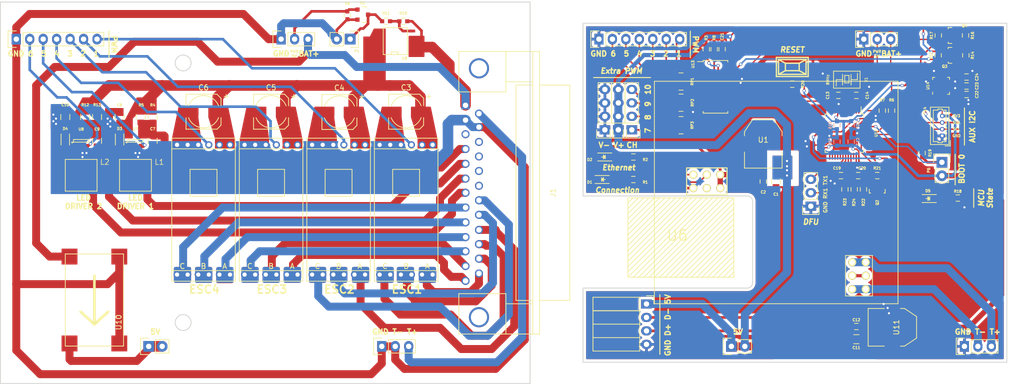
<source format=kicad_pcb>
(kicad_pcb (version 4) (host pcbnew 4.0.4-stable)
  (layers (0 F.Cu signal) (31 B.Cu signal) (34 B.Paste user) (35 F.Paste user) (36 B.SilkS user) (37 F.SilkS user) (38 B.Mask user) (39 F.Mask user) (44 Edge.Cuts user))
  (net 0 "")
  (net 1 "Net-(D1-Pad2)")
  (net 2 "Net-(D2-Pad1)")
  (net 3 "Net-(R1-Pad1)")
  (net 4 "Net-(R2-Pad1)")
  (net 5 "Net-(U6-PadNC)")
  (net 6 /Bottom_Board/V_BAT)
  (net 7 /Bottom_Board/MOTOR_1A)
  (net 8 /Bottom_Board/MOTOR_1B)
  (net 9 /Bottom_Board/MOTOR_1C)
  (net 10 /Bottom_Board/MOTOR_2A)
  (net 11 /Bottom_Board/MOTOR_2B)
  (net 12 /Bottom_Board/MOTOR_2C)
  (net 13 /Bottom_Board/MOTOR_3A)
  (net 14 /Bottom_Board/MOTOR_3B)
  (net 15 /Bottom_Board/MOTOR_3C)
  (net 16 /Bottom_Board/MOTOR_4A)
  (net 17 /Bottom_Board/MOTOR_4B)
  (net 18 /Bottom_Board/MOTOR_4C)
  (net 19 "Net-(D3-Pad2)")
  (net 20 /Bottom_Board/V_PWR)
  (net 21 /Bottom_Board/LED1+)
  (net 22 /Bottom_Board/LED1-)
  (net 23 /Bottom_Board/LED2+)
  (net 24 /Bottom_Board/LED2-)
  (net 25 "Net-(D4-Pad2)")
  (net 26 "Net-(P4-Pad1)")
  (net 27 "Net-(R10-Pad2)")
  (net 28 /Bottom_Board/5V)
  (net 29 GNDPWR)
  (net 30 "Net-(D5-Pad2)")
  (net 31 "Net-(D5-Pad1)")
  (net 32 "Net-(R20-Pad2)")
  (net 33 "Net-(Q2-Pad3)")
  (net 34 "Net-(R3-Pad1)")
  (net 35 "Net-(R8-Pad1)")
  (net 36 "Net-(RP1-Pad2)")
  (net 37 "Net-(RP1-Pad3)")
  (net 38 "Net-(RP1-Pad1)")
  (net 39 "Net-(RP1-Pad4)")
  (net 40 "Net-(RP2-Pad3)")
  (net 41 "Net-(RP2-Pad4)")
  (net 42 "Net-(RP3-Pad2)")
  (net 43 "Net-(RP3-Pad3)")
  (net 44 "Net-(RP3-Pad1)")
  (net 45 "Net-(RP3-Pad4)")
  (net 46 "Net-(U14-Pad25)")
  (net 47 "Net-(C23-Pad1)")
  (net 48 /Upper_Board/5V)
  (net 49 /Upper_Board/3V3)
  (net 50 /Upper_Board/T+)
  (net 51 /Upper_Board/T-)
  (net 52 /Upper_Board/OSC_OUT)
  (net 53 /Upper_Board/OSC_IN)
  (net 54 /Upper_Board/USBDM)
  (net 55 /Upper_Board/USBDP)
  (net 56 /Upper_Board/BOOT0)
  (net 57 /Upper_Board/DISC)
  (net 58 /Upper_Board/D-)
  (net 59 /Upper_Board/D+)
  (net 60 /Upper_Board/SCL_3V3)
  (net 61 /Upper_Board/SDA_3V3)
  (net 62 /Upper_Board/3V3_PLC)
  (net 63 /Upper_Board/SDA_5V)
  (net 64 /Upper_Board/SCL_5V)
  (net 65 /Upper_Board/U_GND)
  (net 66 /Bottom_Board/CH4)
  (net 67 /Bottom_Board/CH3)
  (net 68 /Bottom_Board/CH2)
  (net 69 /Bottom_Board/CH1)
  (net 70 /Bottom_Board/CH6)
  (net 71 /Bottom_Board/CH5)
  (net 72 /Upper_Board/D14)
  (net 73 /Upper_Board/D26)
  (net 74 /Upper_Board/D25)
  (net 75 /Upper_Board/CH4)
  (net 76 /Upper_Board/CH3)
  (net 77 /Upper_Board/CH2)
  (net 78 /Upper_Board/CH1)
  (net 79 /Upper_Board/CH8)
  (net 80 /Upper_Board/CH7)
  (net 81 /Upper_Board/CH6)
  (net 82 /Upper_Board/CH5)
  (net 83 /Upper_Board/CH9)
  (net 84 /Upper_Board/CH10)
  (net 85 /Upper_Board/V_BAT+)
  (net 86 /Upper_Board/ADC)
  (net 87 /Bottom_Board/PWR_SW)
  (net 88 /Bottom_Board/T+)
  (module SMD_Packages:SOIC-8-N (layer F.Cu) (at 124.562052 71.371516 90)
    (fp_text reference U9 (at -3.25 1.75 180) (layer F.SilkS) (effects (font (size 0.5 0.5) (thickness 0.125))))
    (fp_text value SI4425DDY)
    (pad 8 smd rect (at -1.905 -3.175 90) (size 0.508 1.143) (layers F.Cu F.Paste F.Mask) (net 20 /Bottom_Board/V_PWR))
    (pad 7 smd rect (at -0.635 -3.175 90) (size 0.508 1.143) (layers F.Cu F.Paste F.Mask) (net 20 /Bottom_Board/V_PWR))
    (pad 6 smd rect (at 0.635 -3.175 90) (size 0.508 1.143) (layers F.Cu F.Paste F.Mask) (net 20 /Bottom_Board/V_PWR))
    (pad 5 smd rect (at 1.905 -3.175 90) (size 0.508 1.143) (layers F.Cu F.Paste F.Mask) (net 20 /Bottom_Board/V_PWR))
    (pad 4 smd rect (at 1.905 3.175 90) (size 0.508 1.143) (layers F.Cu F.Paste F.Mask) (net 27 "Net-(R10-Pad2)"))
    (pad 3 smd rect (at 0.635 3.175 90) (size 0.508 1.143) (layers F.Cu F.Paste F.Mask) (net 6 /Bottom_Board/V_BAT))
    (pad 2 smd rect (at -0.635 3.175 90) (size 0.508 1.143) (layers F.Cu F.Paste F.Mask) (net 6 /Bottom_Board/V_BAT))
    (pad 1 smd rect (at -1.905 3.175 90) (size 0.508 1.143) (layers F.Cu F.Paste F.Mask) (net 6 /Bottom_Board/V_BAT))
  )
  (module Socket_Strips:Socket_Strip_Straight_1x02 (layer F.Cu) (at 116.04 71 180)
    (fp_text reference P4 (at -1.21 -2.25 360) (layer F.SilkS) (effects (font (size 0.5 0.5) (thickness 0.125))))
    (fp_text value CONN_01X02)
    (pad 1 thru_hole rect (at 0 0 180) (size 2.032 2.032) (drill 1.016) (layers *.Cu *.Mask) (net 26 "Net-(P4-Pad1)"))
    (pad 2 thru_hole oval (at 2.54 0 180) (size 2.032 2.032) (drill 1.016) (layers *.Cu *.Mask) (net 29 GNDPWR))
  )
  (module Socket_Strips:Socket_Strip_Straight_1x03 (layer F.Cu) (at 103 71)
    (fp_text reference P12 hide)
    (fp_text value CONN_01X03)
    (pad 1 thru_hole rect (at 0 0) (size 1.7272 2.032) (drill 1.016) (layers *.Cu *.Mask) (net 29 GNDPWR))
    (pad 2 thru_hole oval (at 2.54 0) (size 1.7272 2.032) (drill 1.016) (layers *.Cu *.Mask) (net 87 /Bottom_Board/PWR_SW))
    (pad 3 thru_hole oval (at 5.08 0) (size 1.7272 2.032) (drill 1.016) (layers *.Cu *.Mask) (net 6 /Bottom_Board/V_BAT))
  )
  (module Capacitors_SMD:C_0603 (layer F.Cu) (at 122.812052 67.621516 180)
    (fp_text reference R11 (at 0 1.5 180) (layer F.SilkS) (effects (font (size 0.5 0.5) (thickness 0.125))))
    (fp_text value 1k)
    (pad 1 smd rect (at -0.75 0 180) (size 0.8 0.75) (layers F.Cu F.Paste F.Mask) (net 27 "Net-(R10-Pad2)"))
    (pad 2 smd rect (at 0.75 0 180) (size 0.8 0.75) (layers F.Cu F.Paste F.Mask) (net 26 "Net-(P4-Pad1)"))
  )
  (module TO_SOT_Packages_SMD:SOT-23 (layer F.Cu) (at 118.412052 66.371516 270)
    (fp_text reference Q1 (at -2.25 0 360) (layer F.SilkS) (effects (font (size 0.5 0.5) (thickness 0.125))))
    (fp_text value DMN65D8L)
    (pad 1 smd rect (at -0.95 1.00076 270) (size 0.8001 0.8001) (layers F.Cu F.Paste F.Mask) (net 87 /Bottom_Board/PWR_SW))
    (pad 2 smd rect (at 0.95 1.00076 270) (size 0.8001 0.8001) (layers F.Cu F.Paste F.Mask) (net 29 GNDPWR))
    (pad 3 smd rect (at 0 -0.99822 270) (size 0.8001 0.8001) (layers F.Cu F.Paste F.Mask) (net 26 "Net-(P4-Pad1)"))
  )
  (module Capacitors_SMD:C_0603 (layer F.Cu) (at 115.5 66.5 270)
    (fp_text reference R9 (at -2.25 0 360) (layer F.SilkS) (effects (font (size 0.5 0.5) (thickness 0.125))))
    (fp_text value 10k)
    (pad 1 smd rect (at -0.75 0 270) (size 0.8 0.75) (layers F.Cu F.Paste F.Mask) (net 87 /Bottom_Board/PWR_SW))
    (pad 2 smd rect (at 0.75 0 270) (size 0.8 0.75) (layers F.Cu F.Paste F.Mask) (net 29 GNDPWR))
  )
  (module Capacitors_SMD:C_0603 (layer F.Cu) (at 126.062052 67.621516 180)
    (fp_text reference R10 (at 0 1.5 180) (layer F.SilkS) (effects (font (size 0.5 0.5) (thickness 0.125))))
    (fp_text value 10k)
    (pad 1 smd rect (at -0.75 0 180) (size 0.8 0.75) (layers F.Cu F.Paste F.Mask) (net 6 /Bottom_Board/V_BAT))
    (pad 2 smd rect (at 0.75 0 180) (size 0.8 0.75) (layers F.Cu F.Paste F.Mask) (net 27 "Net-(R10-Pad2)"))
  )
  (module Capacitors_SMD:c_elec_6.3x4.5 (layer F.Cu) (at 114 84.75 180)
    (fp_text reference C4 (at 0 4.5593 180) (layer F.SilkS))
    (fp_text value CP1 hide)
    (fp_text user + (at -4.2799 2.9591 180) (layer F.SilkS))
    (pad 1 smd rect (at -2.7 0) (size 3.5 1.6) (layers F.Cu F.Paste F.Mask) (net 20 /Bottom_Board/V_PWR))
    (pad 2 smd rect (at 2.7 0) (size 3.5 1.6) (layers F.Cu F.Paste F.Mask) (net 29 GNDPWR))
  )
  (module KiCad_Footprint:DYS_Mini_ESC (layer F.Cu) (at 126.6 103.2 180)
    (fp_text reference U2 hide)
    (fp_text value DYS_mini_ESC)
    (fp_text user C (at 4 -10.668 180) (layer F.SilkS))
    (fp_text user B (at 0 -10.668 180) (layer F.SilkS))
    (fp_text user A (at -4 -10.668 180) (layer F.SilkS))
    (pad 4 thru_hole rect (at -5 -12.25 270) (size 1.35 1.35) (drill 0.8) (layers *.Cu *.Mask) (net 7 /Bottom_Board/MOTOR_1A))
    (pad 4 thru_hole circle (at -3 -12.25 270) (size 1.35 1.35) (drill 0.8) (layers *.Cu *.Mask) (net 7 /Bottom_Board/MOTOR_1A))
    (pad 5 thru_hole circle (at -1 -12.25 270) (size 1.35 1.35) (drill 0.8) (layers *.Cu *.Mask) (net 8 /Bottom_Board/MOTOR_1B))
    (pad 5 thru_hole circle (at 1 -12.25 270) (size 1.35 1.35) (drill 0.8) (layers *.Cu *.Mask) (net 8 /Bottom_Board/MOTOR_1B))
    (pad 6 thru_hole circle (at 3 -12.25 270) (size 1.35 1.35) (drill 0.8) (layers *.Cu *.Mask) (net 9 /Bottom_Board/MOTOR_1C))
    (pad 6 thru_hole circle (at 5 -12.25 270) (size 1.35 1.35) (drill 0.8) (layers *.Cu *.Mask) (net 9 /Bottom_Board/MOTOR_1C))
    (pad 3 thru_hole circle (at -5 12.25 270) (size 1.35 1.35) (drill 0.8) (layers *.Cu *.Mask) (net 20 /Bottom_Board/V_PWR))
    (pad 3 thru_hole circle (at -3 12.25 270) (size 1.35 1.35) (drill 0.8) (layers *.Cu *.Mask) (net 20 /Bottom_Board/V_PWR))
    (pad 2 thru_hole circle (at -1 12.25 270) (size 1.35 1.35) (drill 0.8) (layers *.Cu *.Mask) (net 69 /Bottom_Board/CH1))
    (pad 1 thru_hole circle (at 1 12.25 270) (size 1.35 1.35) (drill 0.8) (layers *.Cu *.Mask) (net 29 GNDPWR))
    (pad 1 thru_hole circle (at 3 12.25 270) (size 1.35 1.35) (drill 0.8) (layers *.Cu *.Mask) (net 29 GNDPWR))
    (pad 1 thru_hole circle (at 5 12.25 270) (size 1.35 1.35) (drill 0.8) (layers *.Cu *.Mask) (net 29 GNDPWR))
  )
  (module KiCad_Footprint:DYS_Mini_ESC (layer F.Cu) (at 101.1 103.2 180)
    (fp_text reference U4 hide)
    (fp_text value DYS_mini_ESC)
    (fp_text user C (at 4 -10.668 180) (layer F.SilkS))
    (fp_text user B (at 0 -10.668 180) (layer F.SilkS))
    (fp_text user A (at -4 -10.668 180) (layer F.SilkS))
    (pad 4 thru_hole rect (at -5 -12.25 270) (size 1.35 1.35) (drill 0.8) (layers *.Cu *.Mask) (net 13 /Bottom_Board/MOTOR_3A))
    (pad 4 thru_hole circle (at -3 -12.25 270) (size 1.35 1.35) (drill 0.8) (layers *.Cu *.Mask) (net 13 /Bottom_Board/MOTOR_3A))
    (pad 5 thru_hole circle (at -1 -12.25 270) (size 1.35 1.35) (drill 0.8) (layers *.Cu *.Mask) (net 14 /Bottom_Board/MOTOR_3B))
    (pad 5 thru_hole circle (at 1 -12.25 270) (size 1.35 1.35) (drill 0.8) (layers *.Cu *.Mask) (net 14 /Bottom_Board/MOTOR_3B))
    (pad 6 thru_hole circle (at 3 -12.25 270) (size 1.35 1.35) (drill 0.8) (layers *.Cu *.Mask) (net 15 /Bottom_Board/MOTOR_3C))
    (pad 6 thru_hole circle (at 5 -12.25 270) (size 1.35 1.35) (drill 0.8) (layers *.Cu *.Mask) (net 15 /Bottom_Board/MOTOR_3C))
    (pad 3 thru_hole circle (at -5 12.25 270) (size 1.35 1.35) (drill 0.8) (layers *.Cu *.Mask) (net 20 /Bottom_Board/V_PWR))
    (pad 3 thru_hole circle (at -3 12.25 270) (size 1.35 1.35) (drill 0.8) (layers *.Cu *.Mask) (net 20 /Bottom_Board/V_PWR))
    (pad 2 thru_hole circle (at -1 12.25 270) (size 1.35 1.35) (drill 0.8) (layers *.Cu *.Mask) (net 67 /Bottom_Board/CH3))
    (pad 1 thru_hole circle (at 1 12.25 270) (size 1.35 1.35) (drill 0.8) (layers *.Cu *.Mask) (net 29 GNDPWR))
    (pad 1 thru_hole circle (at 3 12.25 270) (size 1.35 1.35) (drill 0.8) (layers *.Cu *.Mask) (net 29 GNDPWR))
    (pad 1 thru_hole circle (at 5 12.25 270) (size 1.35 1.35) (drill 0.8) (layers *.Cu *.Mask) (net 29 GNDPWR))
  )
  (module Connect:DB25FC (layer F.Cu) (at 139.08 100 270)
    (fp_text reference J1 (at 0 -15.24 270) (layer F.SilkS))
    (fp_text value DB25)
    (pad "" thru_hole circle (at 23.495 -1.27 270) (size 3.81 3.81) (drill 3.048) (layers *.Cu *.Mask))
    (pad "" thru_hole circle (at -23.495 -1.27 270) (size 3.81 3.81) (drill 3.048) (layers *.Cu *.Mask))
    (pad 1 thru_hole rect (at -16.51 1.27 270) (size 1.524 1.524) (drill 1.016) (layers *.Cu *.Mask) (net 6 /Bottom_Board/V_BAT))
    (pad 2 thru_hole circle (at -13.716 1.27 270) (size 1.524 1.524) (drill 1.016) (layers *.Cu *.Mask) (net 29 GNDPWR))
    (pad 3 thru_hole circle (at -11.049 1.27 270) (size 1.524 1.524) (drill 1.016) (layers *.Cu *.Mask))
    (pad 4 thru_hole circle (at -8.255 1.27 270) (size 1.524 1.524) (drill 1.016) (layers *.Cu *.Mask) (net 21 /Bottom_Board/LED1+))
    (pad 5 thru_hole circle (at -5.461 1.27 270) (size 1.524 1.524) (drill 1.016) (layers *.Cu *.Mask) (net 22 /Bottom_Board/LED1-))
    (pad 6 thru_hole circle (at -2.667 1.27 270) (size 1.524 1.524) (drill 1.016) (layers *.Cu *.Mask) (net 23 /Bottom_Board/LED2+))
    (pad 7 thru_hole circle (at 0 1.27 270) (size 1.524 1.524) (drill 1.016) (layers *.Cu *.Mask) (net 24 /Bottom_Board/LED2-))
    (pad 8 thru_hole circle (at 2.794 1.27 270) (size 1.524 1.524) (drill 1.016) (layers *.Cu *.Mask) (net 18 /Bottom_Board/MOTOR_4C))
    (pad 9 thru_hole circle (at 5.588 1.27 270) (size 1.524 1.524) (drill 1.016) (layers *.Cu *.Mask) (net 17 /Bottom_Board/MOTOR_4B))
    (pad 10 thru_hole circle (at 8.382 1.27 270) (size 1.524 1.524) (drill 1.016) (layers *.Cu *.Mask) (net 16 /Bottom_Board/MOTOR_4A))
    (pad 11 thru_hole circle (at 11.049 1.27 270) (size 1.524 1.524) (drill 1.016) (layers *.Cu *.Mask) (net 15 /Bottom_Board/MOTOR_3C))
    (pad 12 thru_hole circle (at 13.843 1.27 270) (size 1.524 1.524) (drill 1.016) (layers *.Cu *.Mask) (net 14 /Bottom_Board/MOTOR_3B))
    (pad 13 thru_hole circle (at 16.637 1.27 270) (size 1.524 1.524) (drill 1.016) (layers *.Cu *.Mask) (net 13 /Bottom_Board/MOTOR_3A))
    (pad 14 thru_hole circle (at -14.9352 -1.27 270) (size 1.524 1.524) (drill 1.016) (layers *.Cu *.Mask) (net 88 /Bottom_Board/T+))
    (pad 15 thru_hole circle (at -12.3952 -1.27 270) (size 1.524 1.524) (drill 1.016) (layers *.Cu *.Mask) (net 29 GNDPWR))
    (pad 16 thru_hole circle (at -9.6012 -1.27 270) (size 1.524 1.524) (drill 1.016) (layers *.Cu *.Mask))
    (pad 17 thru_hole circle (at -6.858 -1.27 270) (size 1.524 1.524) (drill 1.016) (layers *.Cu *.Mask))
    (pad 18 thru_hole circle (at -4.1148 -1.27 270) (size 1.524 1.524) (drill 1.016) (layers *.Cu *.Mask))
    (pad 19 thru_hole circle (at -1.3208 -1.27 270) (size 1.524 1.524) (drill 1.016) (layers *.Cu *.Mask))
    (pad 20 thru_hole circle (at 1.4224 -1.27 270) (size 1.524 1.524) (drill 1.016) (layers *.Cu *.Mask) (net 12 /Bottom_Board/MOTOR_2C))
    (pad 21 thru_hole circle (at 4.1656 -1.27 270) (size 1.524 1.524) (drill 1.016) (layers *.Cu *.Mask) (net 11 /Bottom_Board/MOTOR_2B))
    (pad 22 thru_hole circle (at 7.0104 -1.27 270) (size 1.524 1.524) (drill 1.016) (layers *.Cu *.Mask) (net 10 /Bottom_Board/MOTOR_2A))
    (pad 23 thru_hole circle (at 9.7028 -1.27 270) (size 1.524 1.524) (drill 1.016) (layers *.Cu *.Mask) (net 9 /Bottom_Board/MOTOR_1C))
    (pad 24 thru_hole circle (at 12.446 -1.27 270) (size 1.524 1.524) (drill 1.016) (layers *.Cu *.Mask) (net 8 /Bottom_Board/MOTOR_1B))
    (pad 25 thru_hole circle (at 15.24 -1.27 270) (size 1.524 1.524) (drill 1.016) (layers *.Cu *.Mask) (net 7 /Bottom_Board/MOTOR_1A))
  )
  (module Capacitors_SMD:c_elec_6.3x4.5 (layer F.Cu) (at 101.1 84.7 180)
    (fp_text reference C5 (at 0 4.5593 180) (layer F.SilkS))
    (fp_text value CP1 hide)
    (fp_text user + (at -4.2799 2.9591 180) (layer F.SilkS))
    (pad 1 smd rect (at -2.7 0) (size 3.5 1.6) (layers F.Cu F.Paste F.Mask) (net 20 /Bottom_Board/V_PWR))
    (pad 2 smd rect (at 2.7 0) (size 3.5 1.6) (layers F.Cu F.Paste F.Mask) (net 29 GNDPWR))
  )
  (module KiCad_Footprint:DYS_Mini_ESC (layer F.Cu) (at 113.85 103.2 180)
    (fp_text reference U3 hide)
    (fp_text value DYS_mini_ESC)
    (fp_text user C (at 4 -10.668 180) (layer F.SilkS))
    (fp_text user B (at 0 -10.668 180) (layer F.SilkS))
    (fp_text user A (at -4 -10.668 180) (layer F.SilkS))
    (pad 4 thru_hole rect (at -5 -12.25 270) (size 1.35 1.35) (drill 0.8) (layers *.Cu *.Mask) (net 10 /Bottom_Board/MOTOR_2A))
    (pad 4 thru_hole circle (at -3 -12.25 270) (size 1.35 1.35) (drill 0.8) (layers *.Cu *.Mask) (net 10 /Bottom_Board/MOTOR_2A))
    (pad 5 thru_hole circle (at -1 -12.25 270) (size 1.35 1.35) (drill 0.8) (layers *.Cu *.Mask) (net 11 /Bottom_Board/MOTOR_2B))
    (pad 5 thru_hole circle (at 1 -12.25 270) (size 1.35 1.35) (drill 0.8) (layers *.Cu *.Mask) (net 11 /Bottom_Board/MOTOR_2B))
    (pad 6 thru_hole circle (at 3 -12.25 270) (size 1.35 1.35) (drill 0.8) (layers *.Cu *.Mask) (net 12 /Bottom_Board/MOTOR_2C))
    (pad 6 thru_hole circle (at 5 -12.25 270) (size 1.35 1.35) (drill 0.8) (layers *.Cu *.Mask) (net 12 /Bottom_Board/MOTOR_2C))
    (pad 3 thru_hole circle (at -5 12.25 270) (size 1.35 1.35) (drill 0.8) (layers *.Cu *.Mask) (net 20 /Bottom_Board/V_PWR))
    (pad 3 thru_hole circle (at -3 12.25 270) (size 1.35 1.35) (drill 0.8) (layers *.Cu *.Mask) (net 20 /Bottom_Board/V_PWR))
    (pad 2 thru_hole circle (at -1 12.25 270) (size 1.35 1.35) (drill 0.8) (layers *.Cu *.Mask) (net 68 /Bottom_Board/CH2))
    (pad 1 thru_hole circle (at 1 12.25 270) (size 1.35 1.35) (drill 0.8) (layers *.Cu *.Mask) (net 29 GNDPWR))
    (pad 1 thru_hole circle (at 3 12.25 270) (size 1.35 1.35) (drill 0.8) (layers *.Cu *.Mask) (net 29 GNDPWR))
    (pad 1 thru_hole circle (at 5 12.25 270) (size 1.35 1.35) (drill 0.8) (layers *.Cu *.Mask) (net 29 GNDPWR))
  )
  (module Socket_Strips:Socket_Strip_Straight_1x03 (layer F.Cu) (at 122 129)
    (fp_text reference P17 hide)
    (fp_text value CONN_01X03)
    (pad 1 thru_hole rect (at 0 0) (size 1.7272 2.032) (drill 1.016) (layers *.Cu *.Mask) (net 29 GNDPWR))
    (pad 2 thru_hole oval (at 2.54 0) (size 1.7272 2.032) (drill 1.016) (layers *.Cu *.Mask) (net 29 GNDPWR))
    (pad 3 thru_hole oval (at 5.08 0) (size 1.7272 2.032) (drill 1.016) (layers *.Cu *.Mask) (net 88 /Bottom_Board/T+))
  )
  (module Capacitors_SMD:c_elec_6.3x4.5 (layer F.Cu) (at 126.6 84.7 180)
    (fp_text reference C3 (at 0 4.5593 180) (layer F.SilkS))
    (fp_text value CP1 hide)
    (fp_text user + (at -4.2799 2.9591 180) (layer F.SilkS))
    (pad 1 smd rect (at -2.7 0) (size 3.5 1.6) (layers F.Cu F.Paste F.Mask) (net 20 /Bottom_Board/V_PWR))
    (pad 2 smd rect (at 2.7 0) (size 3.5 1.6) (layers F.Cu F.Paste F.Mask) (net 29 GNDPWR))
  )
  (module KiCad_Footprint:DYS_Mini_ESC (layer F.Cu) (at 88.35 103.2 180)
    (fp_text reference U5 hide)
    (fp_text value DYS_mini_ESC)
    (fp_text user C (at 4 -10.668 180) (layer F.SilkS))
    (fp_text user B (at 0 -10.668 180) (layer F.SilkS))
    (fp_text user A (at -4 -10.668 180) (layer F.SilkS))
    (pad 4 thru_hole rect (at -5 -12.25 270) (size 1.35 1.35) (drill 0.8) (layers *.Cu *.Mask) (net 16 /Bottom_Board/MOTOR_4A))
    (pad 4 thru_hole circle (at -3 -12.25 270) (size 1.35 1.35) (drill 0.8) (layers *.Cu *.Mask) (net 16 /Bottom_Board/MOTOR_4A))
    (pad 5 thru_hole circle (at -1 -12.25 270) (size 1.35 1.35) (drill 0.8) (layers *.Cu *.Mask) (net 17 /Bottom_Board/MOTOR_4B))
    (pad 5 thru_hole circle (at 1 -12.25 270) (size 1.35 1.35) (drill 0.8) (layers *.Cu *.Mask) (net 17 /Bottom_Board/MOTOR_4B))
    (pad 6 thru_hole circle (at 3 -12.25 270) (size 1.35 1.35) (drill 0.8) (layers *.Cu *.Mask) (net 18 /Bottom_Board/MOTOR_4C))
    (pad 6 thru_hole circle (at 5 -12.25 270) (size 1.35 1.35) (drill 0.8) (layers *.Cu *.Mask) (net 18 /Bottom_Board/MOTOR_4C))
    (pad 3 thru_hole circle (at -5 12.25 270) (size 1.35 1.35) (drill 0.8) (layers *.Cu *.Mask) (net 20 /Bottom_Board/V_PWR))
    (pad 3 thru_hole circle (at -3 12.25 270) (size 1.35 1.35) (drill 0.8) (layers *.Cu *.Mask) (net 20 /Bottom_Board/V_PWR))
    (pad 2 thru_hole circle (at -1 12.25 270) (size 1.35 1.35) (drill 0.8) (layers *.Cu *.Mask) (net 66 /Bottom_Board/CH4))
    (pad 1 thru_hole circle (at 1 12.25 270) (size 1.35 1.35) (drill 0.8) (layers *.Cu *.Mask) (net 29 GNDPWR))
    (pad 1 thru_hole circle (at 3 12.25 270) (size 1.35 1.35) (drill 0.8) (layers *.Cu *.Mask) (net 29 GNDPWR))
    (pad 1 thru_hole circle (at 5 12.25 270) (size 1.35 1.35) (drill 0.8) (layers *.Cu *.Mask) (net 29 GNDPWR))
  )
  (module KiCad_Footprint:inductor_33uH (layer F.Cu) (at 65.25 96.7)
    (fp_text reference L2 (at 4.45 -2.5) (layer F.SilkS) (effects (font (thickness 0.125))))
    (fp_text value 33uH hide)
    (pad 1 smd rect (at -2.25 0) (size 2 6) (layers F.Cu F.Paste F.Mask) (net 25 "Net-(D4-Pad2)"))
    (pad 2 smd rect (at 2.25 0) (size 2 6) (layers F.Cu F.Paste F.Mask) (net 24 /Bottom_Board/LED2-))
  )
  (module KiCad_Footprint:DSN-MINI-360 (layer F.Cu) (at 67.75 120.25 90)
    (fp_text reference U10 (at -4.2 4.6 90) (layer F.SilkS))
    (fp_text value DSN-MINI-360 hide)
    (pad 1 smd rect (at 8.2 -4.7 90) (size 3 3) (layers F.Cu F.Paste F.Mask) (net 6 /Bottom_Board/V_BAT))
    (pad 2 smd rect (at 8.2 4.7 90) (size 3 3) (layers F.Cu F.Paste F.Mask) (net 29 GNDPWR))
    (pad 3 smd rect (at -8.2 -4.7 90) (size 3 3) (layers F.Cu F.Paste F.Mask) (net 28 /Bottom_Board/5V))
    (pad 4 smd rect (at -8.2 4.7 90) (size 3 3) (layers F.Cu F.Paste F.Mask) (net 29 GNDPWR))
  )
  (module Socket_Strips:Socket_Strip_Straight_1x02 (layer F.Cu) (at 78 129)
    (fp_text reference P10 hide)
    (fp_text value CONN_01X02)
    (pad 1 thru_hole rect (at 0 0) (size 2.032 2.032) (drill 1.016) (layers *.Cu *.Mask) (net 28 /Bottom_Board/5V))
    (pad 2 thru_hole oval (at 2.54 0) (size 2.032 2.032) (drill 1.016) (layers *.Cu *.Mask) (net 28 /Bottom_Board/5V))
  )
  (module KiCad_Footprint:inductor_33uH (layer F.Cu) (at 75.5 96.7)
    (fp_text reference L1 (at 4.5 -2.5) (layer F.SilkS) (effects (font (thickness 0.125))))
    (fp_text value 33uH hide)
    (pad 1 smd rect (at -2.25 0) (size 2 6) (layers F.Cu F.Paste F.Mask) (net 19 "Net-(D3-Pad2)"))
    (pad 2 smd rect (at 2.25 0) (size 2 6) (layers F.Cu F.Paste F.Mask) (net 22 /Bottom_Board/LED1-))
  )
  (module Capacitors_SMD:C_0805 (layer F.Cu) (at 72.5 85.7 90)
    (fp_text reference C8 (at 2.25 0 180) (layer F.SilkS) (effects (font (size 0.5 0.5) (thickness 0.125))))
    (fp_text value 2.2uF hide)
    (pad 1 smd rect (at -1 0 90) (size 1 1.25) (layers F.Cu F.Paste F.Mask) (net 20 /Bottom_Board/V_PWR))
    (pad 2 smd rect (at 1 0 90) (size 1 1.25) (layers F.Cu F.Paste F.Mask) (net 29 GNDPWR))
  )
  (module Capacitors_SMD:C_0805 (layer F.Cu) (at 78.75 90.2 270)
    (fp_text reference C7 (at -2.25 0 360) (layer F.SilkS) (effects (font (size 0.5 0.5) (thickness 0.125))))
    (fp_text value 1uF hide)
    (pad 1 smd rect (at -1 0 270) (size 1 1.25) (layers F.Cu F.Paste F.Mask) (net 21 /Bottom_Board/LED1+))
    (pad 2 smd rect (at 1 0 270) (size 1 1.25) (layers F.Cu F.Paste F.Mask) (net 22 /Bottom_Board/LED1-))
  )
  (module Capacitors_SMD:c_elec_6.3x4.5 (layer F.Cu) (at 88.35 84.7 180)
    (fp_text reference C6 (at 0 4.5593 180) (layer F.SilkS))
    (fp_text value CP1 hide)
    (fp_text user + (at -4.2799 2.9591 180) (layer F.SilkS))
    (pad 1 smd rect (at -2.7 0) (size 3.5 1.6) (layers F.Cu F.Paste F.Mask) (net 20 /Bottom_Board/V_PWR))
    (pad 2 smd rect (at 2.7 0) (size 3.5 1.6) (layers F.Cu F.Paste F.Mask) (net 29 GNDPWR))
  )
  (module Capacitors_SMD:C_0805 (layer F.Cu) (at 78.75 85.7 270)
    (fp_text reference R4 (at -2.25 0 360) (layer F.SilkS) (effects (font (size 0.5 0.5) (thickness 0.125))))
    (fp_text value 0.5)
    (pad 1 smd rect (at -1 0 270) (size 1 1.25) (layers F.Cu F.Paste F.Mask) (net 20 /Bottom_Board/V_PWR))
    (pad 2 smd rect (at 1 0 270) (size 1 1.25) (layers F.Cu F.Paste F.Mask) (net 21 /Bottom_Board/LED1+))
  )
  (module Diodes_SMD:SOD-323_HandSoldering (layer F.Cu) (at 72.5 90.2 270)
    (fp_text reference D3 (at -2.3 0 360) (layer F.SilkS) (effects (font (size 0.5 0.5) (thickness 0.125))))
    (fp_text value BAT20JFILM hide)
    (pad 1 smd rect (at -1.25 0 270) (size 1 1) (layers F.Cu F.Paste F.Mask) (net 20 /Bottom_Board/V_PWR))
    (pad 2 smd rect (at 1.25 0 270) (size 1 1) (layers F.Cu F.Paste F.Mask) (net 19 "Net-(D3-Pad2)"))
  )
  (module TO_SOT_Packages_SMD:SOT-23-5 (layer F.Cu) (at 75.5 90.2 90)
    (fp_text reference U7 (at 2.2 0 180) (layer F.SilkS) (effects (font (size 0.5 0.5) (thickness 0.125))))
    (fp_text value AL8805W5 hide)
    (pad 1 smd rect (at -1.1 -0.95 90) (size 1.06 0.65) (layers F.Cu F.Paste F.Mask) (net 19 "Net-(D3-Pad2)"))
    (pad 2 smd rect (at -1.1 0 90) (size 1.06 0.65) (layers F.Cu F.Paste F.Mask) (net 29 GNDPWR))
    (pad 3 smd rect (at -1.1 0.95 90) (size 1.06 0.65) (layers F.Cu F.Paste F.Mask) (net 71 /Bottom_Board/CH5))
    (pad 4 smd rect (at 1.1 0.95 90) (size 1.06 0.65) (layers F.Cu F.Paste F.Mask) (net 21 /Bottom_Board/LED1+))
    (pad 5 smd rect (at 1.1 -0.95 90) (size 1.06 0.65) (layers F.Cu F.Paste F.Mask) (net 20 /Bottom_Board/V_PWR))
  )
  (module Capacitors_SMD:C_0805 (layer F.Cu) (at 76.5 85.7 270)
    (fp_text reference R5 (at -2.25 -0.1 360) (layer F.SilkS) (effects (font (size 0.5 0.5) (thickness 0.125))))
    (fp_text value 0.5 hide)
    (pad 1 smd rect (at -1 0 270) (size 1 1.25) (layers F.Cu F.Paste F.Mask) (net 20 /Bottom_Board/V_PWR))
    (pad 2 smd rect (at 1 0 270) (size 1 1.25) (layers F.Cu F.Paste F.Mask) (net 21 /Bottom_Board/LED1+))
  )
  (module Capacitors_SMD:C_0805 (layer F.Cu) (at 62.25 85.7 90)
    (fp_text reference C10 (at 2.3 0 180) (layer F.SilkS) (effects (font (size 0.5 0.5) (thickness 0.125))))
    (fp_text value 2.2uF hide)
    (pad 1 smd rect (at -1 0 90) (size 1 1.25) (layers F.Cu F.Paste F.Mask) (net 20 /Bottom_Board/V_PWR))
    (pad 2 smd rect (at 1 0 90) (size 1 1.25) (layers F.Cu F.Paste F.Mask) (net 29 GNDPWR))
  )
  (module Capacitors_SMD:C_0805 (layer F.Cu) (at 66 85.7 270)
    (fp_text reference R12 (at -2.3 0 360) (layer F.SilkS) (effects (font (size 0.5 0.5) (thickness 0.125))))
    (fp_text value 0.5 hide)
    (pad 1 smd rect (at -1 0 270) (size 1 1.25) (layers F.Cu F.Paste F.Mask) (net 20 /Bottom_Board/V_PWR))
    (pad 2 smd rect (at 1 0 270) (size 1 1.25) (layers F.Cu F.Paste F.Mask) (net 23 /Bottom_Board/LED2+))
  )
  (module Socket_Strips:Socket_Strip_Straight_1x07 (layer F.Cu) (at 53 71)
    (fp_text reference P15 hide)
    (fp_text value CONN_01X07)
    (pad 1 thru_hole rect (at 0 0) (size 1.7272 2.032) (drill 1.016) (layers *.Cu *.Mask) (net 29 GNDPWR))
    (pad 2 thru_hole oval (at 2.54 0) (size 1.7272 2.032) (drill 1.016) (layers *.Cu *.Mask) (net 70 /Bottom_Board/CH6))
    (pad 3 thru_hole oval (at 5.08 0) (size 1.7272 2.032) (drill 1.016) (layers *.Cu *.Mask) (net 71 /Bottom_Board/CH5))
    (pad 4 thru_hole oval (at 7.62 0) (size 1.7272 2.032) (drill 1.016) (layers *.Cu *.Mask) (net 66 /Bottom_Board/CH4))
    (pad 5 thru_hole oval (at 10.16 0) (size 1.7272 2.032) (drill 1.016) (layers *.Cu *.Mask) (net 67 /Bottom_Board/CH3))
    (pad 6 thru_hole oval (at 12.7 0) (size 1.7272 2.032) (drill 1.016) (layers *.Cu *.Mask) (net 68 /Bottom_Board/CH2))
    (pad 7 thru_hole oval (at 15.24 0) (size 1.7272 2.032) (drill 1.016) (layers *.Cu *.Mask) (net 69 /Bottom_Board/CH1))
  )
  (module Capacitors_SMD:C_0805 (layer F.Cu) (at 68.25 85.7 270)
    (fp_text reference R13 (at -2.3 0 360) (layer F.SilkS) (effects (font (size 0.5 0.5) (thickness 0.125))))
    (fp_text value 0.5)
    (pad 1 smd rect (at -1 0 270) (size 1 1.25) (layers F.Cu F.Paste F.Mask) (net 20 /Bottom_Board/V_PWR))
    (pad 2 smd rect (at 1 0 270) (size 1 1.25) (layers F.Cu F.Paste F.Mask) (net 23 /Bottom_Board/LED2+))
  )
  (module Diodes_SMD:SOD-323_HandSoldering (layer F.Cu) (at 62.25 90.2 270)
    (fp_text reference D4 (at -2.3 0 360) (layer F.SilkS) (effects (font (size 0.5 0.5) (thickness 0.125))))
    (fp_text value BAT20JFILM hide)
    (pad 1 smd rect (at -1.25 0 270) (size 1 1) (layers F.Cu F.Paste F.Mask) (net 20 /Bottom_Board/V_PWR))
    (pad 2 smd rect (at 1.25 0 270) (size 1 1) (layers F.Cu F.Paste F.Mask) (net 25 "Net-(D4-Pad2)"))
  )
  (module Capacitors_SMD:C_0805 (layer F.Cu) (at 68.25 90.2 270)
    (fp_text reference C9 (at -2.2 0 360) (layer F.SilkS) (effects (font (size 0.5 0.5) (thickness 0.125))))
    (fp_text value 1uF hide)
    (pad 1 smd rect (at -1 0 270) (size 1 1.25) (layers F.Cu F.Paste F.Mask) (net 23 /Bottom_Board/LED2+))
    (pad 2 smd rect (at 1 0 270) (size 1 1.25) (layers F.Cu F.Paste F.Mask) (net 24 /Bottom_Board/LED2-))
  )
  (module TO_SOT_Packages_SMD:SOT-23-5 (layer F.Cu) (at 65.25 90.2 90)
    (fp_text reference U8 (at 2.2 0 180) (layer F.SilkS) (effects (font (size 0.5 0.5) (thickness 0.125))))
    (fp_text value AL8805W5 hide)
    (pad 1 smd rect (at -1.1 -0.95 90) (size 1.06 0.65) (layers F.Cu F.Paste F.Mask) (net 25 "Net-(D4-Pad2)"))
    (pad 2 smd rect (at -1.1 0 90) (size 1.06 0.65) (layers F.Cu F.Paste F.Mask) (net 29 GNDPWR))
    (pad 3 smd rect (at -1.1 0.95 90) (size 1.06 0.65) (layers F.Cu F.Paste F.Mask) (net 70 /Bottom_Board/CH6))
    (pad 4 smd rect (at 1.1 0.95 90) (size 1.06 0.65) (layers F.Cu F.Paste F.Mask) (net 23 /Bottom_Board/LED2+))
    (pad 5 smd rect (at 1.1 -0.95 90) (size 1.06 0.65) (layers F.Cu F.Paste F.Mask) (net 20 /Bottom_Board/V_PWR))
  )
  (module Capacitors_SMD:C_0603 (layer F.Cu) (at 183.25 72.9 90)
    (fp_text reference R3 (at 2.15 0 90) (layer F.SilkS) (effects (font (size 0.5 0.5) (thickness 0.125))))
    (fp_text value 10k)
    (pad 1 smd rect (at -0.75 0 90) (size 0.8 0.75) (layers F.Cu F.Paste F.Mask) (net 34 "Net-(R3-Pad1)"))
    (pad 2 smd rect (at 0.75 0 90) (size 0.8 0.75) (layers F.Cu F.Paste F.Mask) (net 65 /Upper_Board/U_GND))
  )
  (module Capacitors_SMD:C_0603 (layer F.Cu) (at 186.25 72.9 90)
    (fp_text reference C21 (at 2.4 0 90) (layer F.SilkS) (effects (font (size 0.5 0.5) (thickness 0.125))))
    (fp_text value 10uF)
    (pad 1 smd rect (at -0.75 0 90) (size 0.8 0.75) (layers F.Cu F.Paste F.Mask) (net 48 /Upper_Board/5V))
    (pad 2 smd rect (at 0.75 0 90) (size 0.8 0.75) (layers F.Cu F.Paste F.Mask) (net 65 /Upper_Board/U_GND))
  )
  (module Capacitors_SMD:C_0603 (layer F.Cu) (at 184.75 72.9 90)
    (fp_text reference R8 (at 2.15 0 90) (layer F.SilkS) (effects (font (size 0.5 0.5) (thickness 0.125))))
    (fp_text value 10k)
    (pad 1 smd rect (at -0.75 0 90) (size 0.8 0.75) (layers F.Cu F.Paste F.Mask) (net 35 "Net-(R8-Pad1)"))
    (pad 2 smd rect (at 0.75 0 90) (size 0.8 0.75) (layers F.Cu F.Paste F.Mask) (net 65 /Upper_Board/U_GND))
  )
  (module Capacitors_SMD:C_0603 (layer F.Cu) (at 216.491742 84.489974 270)
    (fp_text reference R7 (at -1.989974 -0.008258 360) (layer F.SilkS) (effects (font (size 0.5 0.5) (thickness 0.125))))
    (fp_text value "102k 1%")
    (pad 1 smd rect (at -0.75 0 270) (size 0.8 0.75) (layers F.Cu F.Paste F.Mask) (net 86 /Upper_Board/ADC))
    (pad 2 smd rect (at 0.75 0 270) (size 0.8 0.75) (layers F.Cu F.Paste F.Mask) (net 65 /Upper_Board/U_GND))
  )
  (module Capacitors_SMD:C_0603 (layer F.Cu) (at 218.241742 84.489974 90)
    (fp_text reference R6 (at 1.989974 0.008258 180) (layer F.SilkS) (effects (font (size 0.5 0.5) (thickness 0.125))))
    (fp_text value "20k 1%")
    (pad 1 smd rect (at -0.75 0 90) (size 0.8 0.75) (layers F.Cu F.Paste F.Mask) (net 85 /Upper_Board/V_BAT+))
    (pad 2 smd rect (at 0.75 0 90) (size 0.8 0.75) (layers F.Cu F.Paste F.Mask) (net 86 /Upper_Board/ADC))
  )
  (module Housings_SSOP:TSSOP-28_4.4x9.7mm_Pitch0.65mm (layer F.Cu) (at 185 80)
    (fp_text reference U13 (at -4.25 -4.25 90) (layer F.SilkS) (effects (font (size 0.5 0.5) (thickness 0.125))))
    (fp_text value pca9685)
    (pad 1 smd rect (at -2.85 -4.225) (size 1.1 0.4) (layers F.Cu F.Paste F.Mask) (net 34 "Net-(R3-Pad1)"))
    (pad 2 smd rect (at -2.85 -3.575) (size 1.1 0.4) (layers F.Cu F.Paste F.Mask) (net 34 "Net-(R3-Pad1)"))
    (pad 3 smd rect (at -2.85 -2.925) (size 1.1 0.4) (layers F.Cu F.Paste F.Mask) (net 34 "Net-(R3-Pad1)"))
    (pad 4 smd rect (at -2.85 -2.275) (size 1.1 0.4) (layers F.Cu F.Paste F.Mask) (net 34 "Net-(R3-Pad1)"))
    (pad 5 smd rect (at -2.85 -1.625) (size 1.1 0.4) (layers F.Cu F.Paste F.Mask) (net 34 "Net-(R3-Pad1)"))
    (pad 6 smd rect (at -2.85 -0.975) (size 1.1 0.4) (layers F.Cu F.Paste F.Mask) (net 39 "Net-(RP1-Pad4)"))
    (pad 7 smd rect (at -2.85 -0.325) (size 1.1 0.4) (layers F.Cu F.Paste F.Mask) (net 37 "Net-(RP1-Pad3)"))
    (pad 8 smd rect (at -2.85 0.325) (size 1.1 0.4) (layers F.Cu F.Paste F.Mask) (net 36 "Net-(RP1-Pad2)"))
    (pad 9 smd rect (at -2.85 0.975) (size 1.1 0.4) (layers F.Cu F.Paste F.Mask) (net 38 "Net-(RP1-Pad1)"))
    (pad 10 smd rect (at -2.85 1.625) (size 1.1 0.4) (layers F.Cu F.Paste F.Mask) (net 41 "Net-(RP2-Pad4)"))
    (pad 11 smd rect (at -2.85 2.275) (size 1.1 0.4) (layers F.Cu F.Paste F.Mask) (net 40 "Net-(RP2-Pad3)"))
    (pad 12 smd rect (at -2.85 2.925) (size 1.1 0.4) (layers F.Cu F.Paste F.Mask))
    (pad 13 smd rect (at -2.85 3.575) (size 1.1 0.4) (layers F.Cu F.Paste F.Mask))
    (pad 14 smd rect (at -2.85 4.225) (size 1.1 0.4) (layers F.Cu F.Paste F.Mask) (net 65 /Upper_Board/U_GND))
    (pad 15 smd rect (at 2.85 4.225) (size 1.1 0.4) (layers F.Cu F.Paste F.Mask) (net 44 "Net-(RP3-Pad1)"))
    (pad 16 smd rect (at 2.85 3.575) (size 1.1 0.4) (layers F.Cu F.Paste F.Mask) (net 42 "Net-(RP3-Pad2)"))
    (pad 17 smd rect (at 2.85 2.925) (size 1.1 0.4) (layers F.Cu F.Paste F.Mask) (net 43 "Net-(RP3-Pad3)"))
    (pad 18 smd rect (at 2.85 2.275) (size 1.1 0.4) (layers F.Cu F.Paste F.Mask) (net 45 "Net-(RP3-Pad4)"))
    (pad 19 smd rect (at 2.85 1.625) (size 1.1 0.4) (layers F.Cu F.Paste F.Mask))
    (pad 20 smd rect (at 2.85 0.975) (size 1.1 0.4) (layers F.Cu F.Paste F.Mask))
    (pad 21 smd rect (at 2.85 0.325) (size 1.1 0.4) (layers F.Cu F.Paste F.Mask))
    (pad 22 smd rect (at 2.85 -0.325) (size 1.1 0.4) (layers F.Cu F.Paste F.Mask))
    (pad 23 smd rect (at 2.85 -0.975) (size 1.1 0.4) (layers F.Cu F.Paste F.Mask) (net 35 "Net-(R8-Pad1)"))
    (pad 24 smd rect (at 2.85 -1.625) (size 1.1 0.4) (layers F.Cu F.Paste F.Mask) (net 34 "Net-(R3-Pad1)"))
    (pad 25 smd rect (at 2.85 -2.275) (size 1.1 0.4) (layers F.Cu F.Paste F.Mask) (net 65 /Upper_Board/U_GND))
    (pad 26 smd rect (at 2.85 -2.925) (size 1.1 0.4) (layers F.Cu F.Paste F.Mask) (net 64 /Upper_Board/SCL_5V))
    (pad 27 smd rect (at 2.85 -3.575) (size 1.1 0.4) (layers F.Cu F.Paste F.Mask) (net 63 /Upper_Board/SDA_5V))
    (pad 28 smd rect (at 2.85 -4.225) (size 1.1 0.4) (layers F.Cu F.Paste F.Mask) (net 48 /Upper_Board/5V))
  )
  (module Resistors_SMD:R_Array_Concave_4x0603 (layer F.Cu) (at 178.5 79 180)
    (fp_text reference RP1 (at -2.1 0 270) (layer F.SilkS) (effects (font (size 0.5 0.5) (thickness 0.125))))
    (fp_text value 220X4)
    (pad 2 smd rect (at -0.85 -0.4 180) (size 0.9 0.4) (layers F.Cu F.Paste F.Mask) (net 36 "Net-(RP1-Pad2)"))
    (pad 3 smd rect (at -0.85 0.4 180) (size 0.9 0.4) (layers F.Cu F.Paste F.Mask) (net 37 "Net-(RP1-Pad3)"))
    (pad 1 smd rect (at -0.85 -1.2 180) (size 0.9 0.4) (layers F.Cu F.Paste F.Mask) (net 38 "Net-(RP1-Pad1)"))
    (pad 4 smd rect (at -0.85 1.2 180) (size 0.9 0.4) (layers F.Cu F.Paste F.Mask) (net 39 "Net-(RP1-Pad4)"))
    (pad 8 smd rect (at 0.85 -1.2 180) (size 0.9 0.4) (layers F.Cu F.Paste F.Mask) (net 75 /Upper_Board/CH4))
    (pad 7 smd rect (at 0.85 -0.4 180) (size 0.9 0.4) (layers F.Cu F.Paste F.Mask) (net 76 /Upper_Board/CH3))
    (pad 6 smd rect (at 0.85 0.4 180) (size 0.9 0.4) (layers F.Cu F.Paste F.Mask) (net 77 /Upper_Board/CH2))
    (pad 5 smd rect (at 0.85 1.2 180) (size 0.9 0.4) (layers F.Cu F.Paste F.Mask) (net 78 /Upper_Board/CH1))
  )
  (module Resistors_SMD:R_Array_Concave_4x0603 (layer F.Cu) (at 178.5 87.25 180)
    (fp_text reference RP3 (at -2.1 0 270) (layer F.SilkS) (effects (font (size 0.5 0.5) (thickness 0.125))))
    (fp_text value 220X4)
    (pad 2 smd rect (at -0.85 -0.4 180) (size 0.9 0.4) (layers F.Cu F.Paste F.Mask) (net 42 "Net-(RP3-Pad2)"))
    (pad 3 smd rect (at -0.85 0.4 180) (size 0.9 0.4) (layers F.Cu F.Paste F.Mask) (net 43 "Net-(RP3-Pad3)"))
    (pad 1 smd rect (at -0.85 -1.2 180) (size 0.9 0.4) (layers F.Cu F.Paste F.Mask) (net 44 "Net-(RP3-Pad1)"))
    (pad 4 smd rect (at -0.85 1.2 180) (size 0.9 0.4) (layers F.Cu F.Paste F.Mask) (net 45 "Net-(RP3-Pad4)"))
    (pad 8 smd rect (at 0.85 -1.2 180) (size 0.9 0.4) (layers F.Cu F.Paste F.Mask) (net 80 /Upper_Board/CH7))
    (pad 7 smd rect (at 0.85 -0.4 180) (size 0.9 0.4) (layers F.Cu F.Paste F.Mask) (net 79 /Upper_Board/CH8))
    (pad 6 smd rect (at 0.85 0.4 180) (size 0.9 0.4) (layers F.Cu F.Paste F.Mask) (net 83 /Upper_Board/CH9))
    (pad 5 smd rect (at 0.85 1.2 180) (size 0.9 0.4) (layers F.Cu F.Paste F.Mask) (net 84 /Upper_Board/CH10))
  )
  (module Resistors_SMD:R_Array_Concave_4x0603 (layer F.Cu) (at 178.5 83 180)
    (fp_text reference RP2 (at -2.15 0 270) (layer F.SilkS) (effects (font (size 0.5 0.5) (thickness 0.125))))
    (fp_text value 220X4)
    (pad 2 smd rect (at -0.85 -0.4 180) (size 0.9 0.4) (layers F.Cu F.Paste F.Mask))
    (pad 3 smd rect (at -0.85 0.4 180) (size 0.9 0.4) (layers F.Cu F.Paste F.Mask) (net 40 "Net-(RP2-Pad3)"))
    (pad 1 smd rect (at -0.85 -1.2 180) (size 0.9 0.4) (layers F.Cu F.Paste F.Mask))
    (pad 4 smd rect (at -0.85 1.2 180) (size 0.9 0.4) (layers F.Cu F.Paste F.Mask) (net 41 "Net-(RP2-Pad4)"))
    (pad 8 smd rect (at 0.85 -1.2 180) (size 0.9 0.4) (layers F.Cu F.Paste F.Mask))
    (pad 7 smd rect (at 0.85 -0.4 180) (size 0.9 0.4) (layers F.Cu F.Paste F.Mask))
    (pad 6 smd rect (at 0.85 0.4 180) (size 0.9 0.4) (layers F.Cu F.Paste F.Mask) (net 81 /Upper_Board/CH6))
    (pad 5 smd rect (at 0.85 1.2 180) (size 0.9 0.4) (layers F.Cu F.Paste F.Mask) (net 82 /Upper_Board/CH5))
  )
  (module Capacitors_SMD:C_0603 (layer F.Cu) (at 224 92.5 270)
    (fp_text reference R19 (at 0 -1.5 270) (layer F.SilkS) (effects (font (size 0.5 0.5) (thickness 0.125))))
    (fp_text value 10k)
    (pad 1 smd rect (at -0.75 0 270) (size 0.8 0.75) (layers F.Cu F.Paste F.Mask) (net 65 /Upper_Board/U_GND))
    (pad 2 smd rect (at 0.75 0 270) (size 0.8 0.75) (layers F.Cu F.Paste F.Mask) (net 56 /Upper_Board/BOOT0))
  )
  (module KiCad_Footprint:Tenda_p200 (layer F.Cu) (at 197 100 180)
    (fp_text reference U6 (at 19.2 -8.04 180) (layer F.SilkS) (effects (font (size 2 2) (thickness 0.2032))))
    (fp_text value TENDA_P200 hide)
    (pad 3V3 thru_hole circle (at 11.1 3.42 180) (size 1.524 1.524) (drill 1.016) (layers *.Cu *.Mask F.SilkS) (net 62 /Upper_Board/3V3_PLC))
    (pad 3V3 thru_hole circle (at 11.1 0.88 180) (size 1.524 1.524) (drill 1.016) (layers *.Cu *.Mask F.SilkS) (net 62 /Upper_Board/3V3_PLC))
    (pad C thru_hole circle (at 13.64 3.42 180) (size 1.524 1.524) (drill 1.016) (layers *.Cu *.Mask F.SilkS) (net 3 "Net-(R1-Pad1)"))
    (pad P thru_hole circle (at 13.64 0.88 180) (size 1.524 1.524) (drill 1.016) (layers *.Cu *.Mask F.SilkS))
    (pad E thru_hole circle (at 16.18 3.42 180) (size 1.524 1.524) (drill 1.016) (layers *.Cu *.Mask F.SilkS) (net 4 "Net-(R2-Pad1)"))
    (pad GND thru_hole circle (at 16.18 0.88 180) (size 1.524 1.524) (drill 1.016) (layers *.Cu *.Mask F.SilkS) (net 65 /Upper_Board/U_GND))
    (pad NC thru_hole circle (at -16.36 -15.66 270) (size 1.524 1.524) (drill 1.016) (layers *.Cu *.Mask F.SilkS) (net 5 "Net-(U6-PadNC)"))
    (pad T_+ thru_hole circle (at -13.82 -13.12 270) (size 1.524 1.524) (drill 1.016) (layers *.Cu *.Mask F.SilkS) (net 50 /Upper_Board/T+))
    (pad T_+ thru_hole circle (at -16.36 -13.12 270) (size 1.524 1.524) (drill 1.016) (layers *.Cu *.Mask F.SilkS) (net 50 /Upper_Board/T+))
    (pad NC thru_hole circle (at -13.82 -15.66 270) (size 1.524 1.524) (drill 1.016) (layers *.Cu *.Mask F.SilkS) (net 5 "Net-(U6-PadNC)"))
    (pad T_- thru_hole circle (at -13.82 -18.2 270) (size 1.524 1.524) (drill 1.016) (layers *.Cu *.Mask F.SilkS) (net 51 /Upper_Board/T-))
    (pad T_- thru_hole circle (at -16.36 -18.2 270) (size 1.524 1.524) (drill 1.016) (layers *.Cu *.Mask F.SilkS) (net 51 /Upper_Board/T-))
  )
  (module Capacitors_SMD:C_0603 (layer F.Cu) (at 232.4 79.85)
    (fp_text reference C23 (at 1.95 0 90) (layer F.SilkS) (effects (font (size 0.5 0.5) (thickness 0.125))))
    (fp_text value 0.1uF)
    (pad 1 smd rect (at -0.75 0) (size 0.8 0.75) (layers F.Cu F.Paste F.Mask) (net 47 "Net-(C23-Pad1)"))
    (pad 2 smd rect (at 0.75 0) (size 0.8 0.75) (layers F.Cu F.Paste F.Mask) (net 65 /Upper_Board/U_GND))
  )
  (module Capacitors_SMD:C_0603 (layer F.Cu) (at 169.5 93.25 180)
    (fp_text reference R2 (at -2.25 -0.5 180) (layer F.SilkS) (effects (font (size 0.5 0.5) (thickness 0.125))))
    (fp_text value 330)
    (pad 1 smd rect (at -0.75 0 180) (size 0.8 0.75) (layers F.Cu F.Paste F.Mask) (net 4 "Net-(R2-Pad1)"))
    (pad 2 smd rect (at 0.75 0 180) (size 0.8 0.75) (layers F.Cu F.Paste F.Mask) (net 2 "Net-(D2-Pad1)"))
  )
  (module LEDs:LED_0805 (layer F.Cu) (at 163.85 97.5)
    (fp_text reference D1 (at -2.6 0.5) (layer F.SilkS) (effects (font (size 0.5 0.5) (thickness 0.125))))
    (fp_text value LED)
    (pad 2 smd rect (at 1.04902 0 180) (size 1.19888 1.19888) (layers F.Cu F.Paste F.Mask) (net 1 "Net-(D1-Pad2)"))
    (pad 1 smd rect (at -1.04902 0 180) (size 1.19888 1.19888) (layers F.Cu F.Paste F.Mask) (net 65 /Upper_Board/U_GND))
  )
  (module Capacitors_SMD:C_0603 (layer F.Cu) (at 215.536033 96.756503 180)
    (fp_text reference R21 (at 0 1.4 180) (layer F.SilkS) (effects (font (size 0.5 0.5) (thickness 0.125))))
    (fp_text value 10k)
    (pad 1 smd rect (at -0.75 0 180) (size 0.8 0.75) (layers F.Cu F.Paste F.Mask) (net 57 /Upper_Board/DISC))
    (pad 2 smd rect (at 0.75 0 180) (size 0.8 0.75) (layers F.Cu F.Paste F.Mask) (net 49 /Upper_Board/3V3))
  )
  (module Connectors_Molex:Molex_PicoBlade_53047-0410_04x1.25mm_Straight (layer F.Cu) (at 227.8 89.25 90)
    (fp_text reference P14 (at 4.75 -3.25 90) (layer F.SilkS) (effects (font (size 0.5 0.5) (thickness 0.125))))
    (fp_text value CONN_01X04)
    (pad 1 thru_hole rect (at 0 0 90) (size 0.85 0.85) (drill 0.5) (layers *.Cu *.Mask) (net 65 /Upper_Board/U_GND))
    (pad 2 thru_hole circle (at 1.25 0 90) (size 0.85 0.85) (drill 0.5) (layers *.Cu *.Mask) (net 60 /Upper_Board/SCL_3V3))
    (pad 3 thru_hole circle (at 2.5 0 90) (size 0.85 0.85) (drill 0.5) (layers *.Cu *.Mask) (net 61 /Upper_Board/SDA_3V3))
    (pad 4 thru_hole circle (at 3.75 0 90) (size 0.85 0.85) (drill 0.5) (layers *.Cu *.Mask) (net 49 /Upper_Board/3V3))
  )
  (module Capacitors_SMD:C_0603 (layer F.Cu) (at 169.5 97.5 180)
    (fp_text reference R1 (at -2.25 -0.5 180) (layer F.SilkS) (effects (font (size 0.5 0.5) (thickness 0.125))))
    (fp_text value 330)
    (pad 1 smd rect (at -0.75 0 180) (size 0.8 0.75) (layers F.Cu F.Paste F.Mask) (net 3 "Net-(R1-Pad1)"))
    (pad 2 smd rect (at 0.75 0 180) (size 0.8 0.75) (layers F.Cu F.Paste F.Mask) (net 1 "Net-(D1-Pad2)"))
  )
  (module LEDs:LED_0805 (layer F.Cu) (at 163.85 93.25 180)
    (fp_text reference D2 (at 2.6 -0.5 180) (layer F.SilkS) (effects (font (size 0.5 0.5) (thickness 0.125))))
    (fp_text value LED)
    (pad 2 smd rect (at 1.04902 0) (size 1.19888 1.19888) (layers F.Cu F.Paste F.Mask) (net 62 /Upper_Board/3V3_PLC))
    (pad 1 smd rect (at -1.04902 0) (size 1.19888 1.19888) (layers F.Cu F.Paste F.Mask) (net 2 "Net-(D2-Pad1)"))
  )
  (module Capacitors_SMD:C_0603 (layer F.Cu) (at 232.4 81.45)
    (fp_text reference C22 (at 1.95 0 90) (layer F.SilkS) (effects (font (size 0.5 0.5) (thickness 0.125))))
    (fp_text value 10nF)
    (pad 1 smd rect (at -0.75 0) (size 0.8 0.75) (layers F.Cu F.Paste F.Mask) (net 49 /Upper_Board/3V3))
    (pad 2 smd rect (at 0.75 0) (size 0.8 0.75) (layers F.Cu F.Paste F.Mask) (net 65 /Upper_Board/U_GND))
  )
  (module KiCad_Footprint:crystal_maple (layer F.Cu) (at 209.8 78.652453)
    (fp_text reference X1 (at 3.65 0 90) (layer F.SilkS) (effects (font (size 0.49784 0.49784) (thickness 0.09906))))
    (fp_text value 8MHz (at -3.6 0 90) (layer F.SilkS) (effects (font (size 0.49784 0.49784) (thickness 0.09906))))
    (pad 1 smd rect (at -2 1.2) (size 1.8 1.2) (layers F.Cu F.Paste F.Mask) (net 52 /Upper_Board/OSC_OUT))
    (pad 2 smd rect (at 2 -1.2) (size 1.8 1.2) (layers F.Cu F.Paste F.Mask) (net 53 /Upper_Board/OSC_IN))
    (pad 3 smd rect (at 2 1.2) (size 1.8 1.2) (layers F.Cu F.Paste F.Mask) (net 65 /Upper_Board/U_GND))
    (pad 3 smd rect (at -2 -1.2) (size 1.8 1.2) (layers F.Cu F.Paste F.Mask) (net 65 /Upper_Board/U_GND))
  )
  (module TO_SOT_Packages_SMD:SOT-223 (layer F.Cu) (at 194.026108 90.77743)
    (fp_text reference U1 (at 0 -0.762) (layer F.SilkS))
    (fp_text value TLV1117LV33)
    (pad 4 smd rect (at 0 -3.302) (size 3.6576 2.032) (layers F.Cu F.Paste F.Mask) (net 62 /Upper_Board/3V3_PLC))
    (pad 2 smd rect (at 0 3.302) (size 1.016 2.032) (layers F.Cu F.Paste F.Mask) (net 62 /Upper_Board/3V3_PLC))
    (pad 3 smd rect (at 2.286 3.302) (size 1.016 2.032) (layers F.Cu F.Paste F.Mask) (net 48 /Upper_Board/5V))
    (pad 1 smd rect (at -2.286 3.302) (size 1.016 2.032) (layers F.Cu F.Paste F.Mask) (net 65 /Upper_Board/U_GND))
  )
  (module Housings_QFP:LQFP-48_7x7mm_Pitch0.5mm (layer F.Cu) (at 209.321024 88.749004 270)
    (fp_text reference U12 (at 0 -6 270) (layer F.SilkS) (effects (font (size 0.5 0.5) (thickness 0.125))))
    (fp_text value STM32F103CBT6)
    (pad 1 smd rect (at -4.35 -2.75 270) (size 1.3 0.25) (layers F.Cu F.Paste F.Mask))
    (pad 2 smd rect (at -4.35 -2.25 270) (size 1.3 0.25) (layers F.Cu F.Paste F.Mask) (net 72 /Upper_Board/D14))
    (pad 3 smd rect (at -4.35 -1.75 270) (size 1.3 0.25) (layers F.Cu F.Paste F.Mask))
    (pad 4 smd rect (at -4.35 -1.25 270) (size 1.3 0.25) (layers F.Cu F.Paste F.Mask))
    (pad 5 smd rect (at -4.35 -0.75 270) (size 1.3 0.25) (layers F.Cu F.Paste F.Mask) (net 53 /Upper_Board/OSC_IN))
    (pad 6 smd rect (at -4.35 -0.25 270) (size 1.3 0.25) (layers F.Cu F.Paste F.Mask) (net 52 /Upper_Board/OSC_OUT))
    (pad 7 smd rect (at -4.35 0.25 270) (size 1.3 0.25) (layers F.Cu F.Paste F.Mask) (net 32 "Net-(R20-Pad2)"))
    (pad 8 smd rect (at -4.35 0.75 270) (size 1.3 0.25) (layers F.Cu F.Paste F.Mask) (net 65 /Upper_Board/U_GND))
    (pad 9 smd rect (at -4.35 1.25 270) (size 1.3 0.25) (layers F.Cu F.Paste F.Mask) (net 49 /Upper_Board/3V3))
    (pad 10 smd rect (at -4.35 1.75 270) (size 1.3 0.25) (layers F.Cu F.Paste F.Mask))
    (pad 11 smd rect (at -4.35 2.25 270) (size 1.3 0.25) (layers F.Cu F.Paste F.Mask))
    (pad 12 smd rect (at -4.35 2.75 270) (size 1.3 0.25) (layers F.Cu F.Paste F.Mask))
    (pad 13 smd rect (at -2.75 4.35) (size 1.3 0.25) (layers F.Cu F.Paste F.Mask))
    (pad 14 smd rect (at -2.25 4.35) (size 1.3 0.25) (layers F.Cu F.Paste F.Mask))
    (pad 15 smd rect (at -1.75 4.35) (size 1.3 0.25) (layers F.Cu F.Paste F.Mask))
    (pad 16 smd rect (at -1.25 4.35) (size 1.3 0.25) (layers F.Cu F.Paste F.Mask))
    (pad 17 smd rect (at -0.75 4.35) (size 1.3 0.25) (layers F.Cu F.Paste F.Mask))
    (pad 18 smd rect (at -0.25 4.35) (size 1.3 0.25) (layers F.Cu F.Paste F.Mask) (net 86 /Upper_Board/ADC))
    (pad 19 smd rect (at 0.25 4.35) (size 1.3 0.25) (layers F.Cu F.Paste F.Mask) (net 30 "Net-(D5-Pad2)"))
    (pad 20 smd rect (at 0.75 4.35) (size 1.3 0.25) (layers F.Cu F.Paste F.Mask) (net 65 /Upper_Board/U_GND))
    (pad 21 smd rect (at 1.25 4.35) (size 1.3 0.25) (layers F.Cu F.Paste F.Mask))
    (pad 22 smd rect (at 1.75 4.35) (size 1.3 0.25) (layers F.Cu F.Paste F.Mask))
    (pad 23 smd rect (at 2.25 4.35) (size 1.3 0.25) (layers F.Cu F.Paste F.Mask) (net 65 /Upper_Board/U_GND))
    (pad 24 smd rect (at 2.75 4.35) (size 1.3 0.25) (layers F.Cu F.Paste F.Mask) (net 49 /Upper_Board/3V3))
    (pad 25 smd rect (at 4.35 2.75 270) (size 1.3 0.25) (layers F.Cu F.Paste F.Mask))
    (pad 26 smd rect (at 4.35 2.25 270) (size 1.3 0.25) (layers F.Cu F.Paste F.Mask))
    (pad 27 smd rect (at 4.35 1.75 270) (size 1.3 0.25) (layers F.Cu F.Paste F.Mask))
    (pad 28 smd rect (at 4.35 1.25 270) (size 1.3 0.25) (layers F.Cu F.Paste F.Mask))
    (pad 29 smd rect (at 4.35 0.75 270) (size 1.3 0.25) (layers F.Cu F.Paste F.Mask))
    (pad 30 smd rect (at 4.35 0.25 270) (size 1.3 0.25) (layers F.Cu F.Paste F.Mask) (net 73 /Upper_Board/D26))
    (pad 31 smd rect (at 4.35 -0.25 270) (size 1.3 0.25) (layers F.Cu F.Paste F.Mask) (net 74 /Upper_Board/D25))
    (pad 32 smd rect (at 4.35 -0.75 270) (size 1.3 0.25) (layers F.Cu F.Paste F.Mask) (net 54 /Upper_Board/USBDM))
    (pad 33 smd rect (at 4.35 -1.25 270) (size 1.3 0.25) (layers F.Cu F.Paste F.Mask) (net 55 /Upper_Board/USBDP))
    (pad 34 smd rect (at 4.35 -1.75 270) (size 1.3 0.25) (layers F.Cu F.Paste F.Mask))
    (pad 35 smd rect (at 4.35 -2.25 270) (size 1.3 0.25) (layers F.Cu F.Paste F.Mask) (net 65 /Upper_Board/U_GND))
    (pad 36 smd rect (at 4.35 -2.75 270) (size 1.3 0.25) (layers F.Cu F.Paste F.Mask) (net 49 /Upper_Board/3V3))
    (pad 37 smd rect (at 2.75 -4.35) (size 1.3 0.25) (layers F.Cu F.Paste F.Mask))
    (pad 38 smd rect (at 2.25 -4.35) (size 1.3 0.25) (layers F.Cu F.Paste F.Mask))
    (pad 39 smd rect (at 1.75 -4.35) (size 1.3 0.25) (layers F.Cu F.Paste F.Mask))
    (pad 40 smd rect (at 1.25 -4.35) (size 1.3 0.25) (layers F.Cu F.Paste F.Mask))
    (pad 41 smd rect (at 0.75 -4.35) (size 1.3 0.25) (layers F.Cu F.Paste F.Mask))
    (pad 42 smd rect (at 0.25 -4.35) (size 1.3 0.25) (layers F.Cu F.Paste F.Mask) (net 60 /Upper_Board/SCL_3V3))
    (pad 43 smd rect (at -0.25 -4.35) (size 1.3 0.25) (layers F.Cu F.Paste F.Mask) (net 61 /Upper_Board/SDA_3V3))
    (pad 44 smd rect (at -0.75 -4.35) (size 1.3 0.25) (layers F.Cu F.Paste F.Mask) (net 56 /Upper_Board/BOOT0))
    (pad 45 smd rect (at -1.25 -4.35) (size 1.3 0.25) (layers F.Cu F.Paste F.Mask) (net 56 /Upper_Board/BOOT0))
    (pad 46 smd rect (at -1.75 -4.35) (size 1.3 0.25) (layers F.Cu F.Paste F.Mask) (net 57 /Upper_Board/DISC))
    (pad 47 smd rect (at -2.25 -4.35) (size 1.3 0.25) (layers F.Cu F.Paste F.Mask) (net 65 /Upper_Board/U_GND))
    (pad 48 smd rect (at -2.75 -4.35) (size 1.3 0.25) (layers F.Cu F.Paste F.Mask) (net 49 /Upper_Board/3V3))
  )
  (module TO_SOT_Packages_SMD:SOT-23 (layer F.Cu) (at 215.536032 99.406502 180)
    (fp_text reference Q2 (at 0 -2.45 270) (layer F.SilkS) (effects (font (size 0.5 0.5) (thickness 0.125))))
    (fp_text value BSS84)
    (pad 1 smd rect (at -0.95 1.00076 180) (size 0.8001 0.8001) (layers F.Cu F.Paste F.Mask) (net 57 /Upper_Board/DISC))
    (pad 2 smd rect (at 0.95 1.00076 180) (size 0.8001 0.8001) (layers F.Cu F.Paste F.Mask) (net 49 /Upper_Board/3V3))
    (pad 3 smd rect (at 0 -0.99822 180) (size 0.8001 0.8001) (layers F.Cu F.Paste F.Mask) (net 33 "Net-(Q2-Pad3)"))
  )
  (module Socket_Strips:Socket_Strip_Angled_1x04 (layer F.Cu) (at 171.97 121 270)
    (fp_text reference P8 hide)
    (fp_text value CONN_01X04)
    (pad 1 thru_hole rect (at 0 0 270) (size 1.7272 2.032) (drill 1.016) (layers *.Cu *.Mask) (net 48 /Upper_Board/5V))
    (pad 2 thru_hole oval (at 2.54 0 270) (size 1.7272 2.032) (drill 1.016) (layers *.Cu *.Mask) (net 58 /Upper_Board/D-))
    (pad 3 thru_hole oval (at 5.08 0 270) (size 1.7272 2.032) (drill 1.016) (layers *.Cu *.Mask) (net 59 /Upper_Board/D+))
    (pad 4 thru_hole oval (at 7.62 0 270) (size 1.7272 2.032) (drill 1.016) (layers *.Cu *.Mask) (net 65 /Upper_Board/U_GND))
  )
  (module Capacitors_SMD:C_0603 (layer F.Cu) (at 212.936033 99.356503 270)
    (fp_text reference R22 (at 2.45 0 270) (layer F.SilkS) (effects (font (size 0.5 0.5) (thickness 0.125))))
    (fp_text value 1.5k)
    (pad 1 smd rect (at -0.75 0 270) (size 0.8 0.75) (layers F.Cu F.Paste F.Mask) (net 55 /Upper_Board/USBDP))
    (pad 2 smd rect (at 0.75 0 270) (size 0.8 0.75) (layers F.Cu F.Paste F.Mask) (net 33 "Net-(Q2-Pad3)"))
  )
  (module Capacitors_SMD:C_0603 (layer F.Cu) (at 208.199704 81.622301 180)
    (fp_text reference C13 (at 2.02 0 270) (layer F.SilkS) (effects (font (size 0.5 0.5) (thickness 0.125))))
    (fp_text value 33uF)
    (pad 1 smd rect (at -0.75 0 180) (size 0.8 0.75) (layers F.Cu F.Paste F.Mask) (net 52 /Upper_Board/OSC_OUT))
    (pad 2 smd rect (at 0.75 0 180) (size 0.8 0.75) (layers F.Cu F.Paste F.Mask) (net 65 /Upper_Board/U_GND))
  )
  (module Capacitors_SMD:C_0603 (layer F.Cu) (at 211.593817 81.622301)
    (fp_text reference C14 (at 2.05 0 90) (layer F.SilkS) (effects (font (size 0.5 0.5) (thickness 0.125))))
    (fp_text value 33uF)
    (pad 1 smd rect (at -0.75 0) (size 0.8 0.75) (layers F.Cu F.Paste F.Mask) (net 53 /Upper_Board/OSC_IN))
    (pad 2 smd rect (at 0.75 0) (size 0.8 0.75) (layers F.Cu F.Paste F.Mask) (net 65 /Upper_Board/U_GND))
  )
  (module Capacitors_SMD:C_0603 (layer F.Cu) (at 209.436033 99.356503 90)
    (fp_text reference R23 (at -2.4 0 90) (layer F.SilkS) (effects (font (size 0.5 0.5) (thickness 0.125))))
    (fp_text value 22)
    (pad 1 smd rect (at -0.75 0 90) (size 0.8 0.75) (layers F.Cu F.Paste F.Mask) (net 58 /Upper_Board/D-))
    (pad 2 smd rect (at 0.75 0 90) (size 0.8 0.75) (layers F.Cu F.Paste F.Mask) (net 54 /Upper_Board/USBDM))
  )
  (module Capacitors_SMD:C_0603 (layer F.Cu) (at 208.686033 96.756502 180)
    (fp_text reference C19 (at 0.75 1.4 360) (layer F.SilkS) (effects (font (size 0.5 0.5) (thickness 0.125))))
    (fp_text value 47pF)
    (pad 1 smd rect (at -0.75 0 180) (size 0.8 0.75) (layers F.Cu F.Paste F.Mask) (net 54 /Upper_Board/USBDM))
    (pad 2 smd rect (at 0.75 0 180) (size 0.8 0.75) (layers F.Cu F.Paste F.Mask) (net 65 /Upper_Board/U_GND))
  )
  (module Capacitors_SMD:C_0603 (layer F.Cu) (at 211.936033 96.756502)
    (fp_text reference C20 (at 0.75 -1.4) (layer F.SilkS) (effects (font (size 0.5 0.5) (thickness 0.125))))
    (fp_text value 47pF)
    (pad 1 smd rect (at -0.75 0) (size 0.8 0.75) (layers F.Cu F.Paste F.Mask) (net 55 /Upper_Board/USBDP))
    (pad 2 smd rect (at 0.75 0) (size 0.8 0.75) (layers F.Cu F.Paste F.Mask) (net 65 /Upper_Board/U_GND))
  )
  (module Capacitors_SMD:C_0603 (layer F.Cu) (at 211.186033 99.356503 90)
    (fp_text reference R24 (at -2.45 -0.05 90) (layer F.SilkS) (effects (font (size 0.5 0.5) (thickness 0.125))))
    (fp_text value 22)
    (pad 1 smd rect (at -0.75 0 90) (size 0.8 0.75) (layers F.Cu F.Paste F.Mask) (net 59 /Upper_Board/D+))
    (pad 2 smd rect (at 0.75 0 90) (size 0.8 0.75) (layers F.Cu F.Paste F.Mask) (net 55 /Upper_Board/USBDP))
  )
  (module LEDs:LED_0805 (layer F.Cu) (at 225.1 101.1 180)
    (fp_text reference D5 (at 0 1.46 180) (layer F.SilkS) (effects (font (size 0.5 0.5) (thickness 0.125))))
    (fp_text value LED)
    (pad 2 smd rect (at 1.04902 0) (size 1.19888 1.19888) (layers F.Cu F.Paste F.Mask) (net 30 "Net-(D5-Pad2)"))
    (pad 1 smd rect (at -1.04902 0) (size 1.19888 1.19888) (layers F.Cu F.Paste F.Mask) (net 31 "Net-(D5-Pad1)"))
  )
  (module KiCad_Footprint:smd_push (layer F.Cu) (at 199.5 76.25 180)
    (fp_text reference SW1 hide)
    (fp_text value RESET (at 0 3.25 360) (layer F.SilkS) (effects (font (thickness 0.25) italic)))
    (pad 1 smd rect (at -3.9 0 180) (size 1.5 1.4) (layers F.Cu F.Paste F.Mask) (net 65 /Upper_Board/U_GND))
    (pad 2 smd rect (at 3.9 0 180) (size 1.5 1.4) (layers F.Cu F.Paste F.Mask) (net 32 "Net-(R20-Pad2)"))
  )
  (module Capacitors_SMD:C_0603 (layer F.Cu) (at 230.75 101)
    (fp_text reference R18 (at -0.01 -1.27 180) (layer F.SilkS) (effects (font (size 0.5 0.5) (thickness 0.125))))
    (fp_text value 330)
    (pad 1 smd rect (at -0.75 0) (size 0.8 0.75) (layers F.Cu F.Paste F.Mask) (net 31 "Net-(D5-Pad1)"))
    (pad 2 smd rect (at 0.75 0) (size 0.8 0.75) (layers F.Cu F.Paste F.Mask) (net 65 /Upper_Board/U_GND))
  )
  (module Socket_Strips:Socket_Strip_Straight_1x02 (layer F.Cu) (at 227.75 94.25 270)
    (fp_text reference P6 (at 1.5 2.5 270) (layer F.SilkS) (effects (font (size 0.5 0.5) (thickness 0.125))))
    (fp_text value BOOT)
    (pad 1 thru_hole rect (at 0 0 270) (size 2.032 2.032) (drill 1.016) (layers *.Cu *.Mask) (net 56 /Upper_Board/BOOT0))
    (pad 2 thru_hole oval (at 2.54 0 270) (size 2.032 2.032) (drill 1.016) (layers *.Cu *.Mask) (net 49 /Upper_Board/3V3))
  )
  (module Capacitors_SMD:C_0603 (layer F.Cu) (at 199.5 79.5 180)
    (fp_text reference R20 (at -2 0 270) (layer F.SilkS) (effects (font (size 0.5 0.5) (thickness 0.125))))
    (fp_text value 10k)
    (pad 1 smd rect (at -0.75 0 180) (size 0.8 0.75) (layers F.Cu F.Paste F.Mask) (net 49 /Upper_Board/3V3))
    (pad 2 smd rect (at 0.75 0 180) (size 0.8 0.75) (layers F.Cu F.Paste F.Mask) (net 32 "Net-(R20-Pad2)"))
  )
  (module TO_SOT_Packages_SMD:SOT-23 (layer F.Cu) (at 229.581554 70.305248 90)
    (fp_text reference Q4 (at 1.805248 2.418446 180) (layer F.SilkS) (effects (font (size 0.5 0.5) (thickness 0.125))))
    (fp_text value BSS138)
    (pad 1 smd rect (at -0.95 1.00076 90) (size 0.8001 0.8001) (layers F.Cu F.Paste F.Mask) (net 49 /Upper_Board/3V3))
    (pad 2 smd rect (at 0.95 1.00076 90) (size 0.8001 0.8001) (layers F.Cu F.Paste F.Mask) (net 60 /Upper_Board/SCL_3V3))
    (pad 3 smd rect (at 0 -0.99822 90) (size 0.8001 0.8001) (layers F.Cu F.Paste F.Mask) (net 64 /Upper_Board/SCL_5V))
  )
  (module Capacitors_SMD:C_0603 (layer F.Cu) (at 227.061554 70.305248 270)
    (fp_text reference R17 (at 0 1.28 270) (layer F.SilkS) (effects (font (size 0.5 0.5) (thickness 0.125))))
    (fp_text value 10k)
    (pad 1 smd rect (at -0.75 0 270) (size 0.8 0.75) (layers F.Cu F.Paste F.Mask) (net 48 /Upper_Board/5V))
    (pad 2 smd rect (at 0.75 0 270) (size 0.8 0.75) (layers F.Cu F.Paste F.Mask) (net 64 /Upper_Board/SCL_5V))
  )
  (module Capacitors_SMD:C_0603 (layer F.Cu) (at 232.261554 74.055248 90)
    (fp_text reference R14 (at 0 1.27 90) (layer F.SilkS) (effects (font (size 0.5 0.5) (thickness 0.125))))
    (fp_text value 10k)
    (pad 1 smd rect (at -0.75 0 90) (size 0.8 0.75) (layers F.Cu F.Paste F.Mask) (net 49 /Upper_Board/3V3))
    (pad 2 smd rect (at 0.75 0 90) (size 0.8 0.75) (layers F.Cu F.Paste F.Mask) (net 61 /Upper_Board/SDA_3V3))
  )
  (module Capacitors_SMD:C_0603 (layer F.Cu) (at 232.4 78.15)
    (fp_text reference C24 (at 1.95 0 90) (layer F.SilkS) (effects (font (size 0.5 0.5) (thickness 0.125))))
    (fp_text value 0.1uF)
    (pad 1 smd rect (at -0.75 0) (size 0.8 0.75) (layers F.Cu F.Paste F.Mask) (net 49 /Upper_Board/3V3))
    (pad 2 smd rect (at 0.75 0) (size 0.8 0.75) (layers F.Cu F.Paste F.Mask) (net 65 /Upper_Board/U_GND))
  )
  (module Housings_DFN_QFN:QFN-24-1EP_3x3mm_Pitch0.4mm (layer F.Cu) (at 227.6 79.815 90)
    (fp_text reference U14 (at 0 -2.5 90) (layer F.SilkS) (effects (font (size 0.5 0.5) (thickness 0.125))))
    (fp_text value MPU9250)
    (pad 1 smd rect (at -1.5 -1 90) (size 0.55 0.2) (layers F.Cu F.Paste F.Mask) (net 49 /Upper_Board/3V3))
    (pad 2 smd rect (at -1.5 -0.6 90) (size 0.55 0.2) (layers F.Cu F.Paste F.Mask))
    (pad 3 smd rect (at -1.5 -0.2 90) (size 0.55 0.2) (layers F.Cu F.Paste F.Mask))
    (pad 4 smd rect (at -1.5 0.2 90) (size 0.55 0.2) (layers F.Cu F.Paste F.Mask))
    (pad 5 smd rect (at -1.5 0.6 90) (size 0.55 0.2) (layers F.Cu F.Paste F.Mask))
    (pad 6 smd rect (at -1.5 1 90) (size 0.55 0.2) (layers F.Cu F.Paste F.Mask))
    (pad 7 smd rect (at -1 1.5 180) (size 0.55 0.2) (layers F.Cu F.Paste F.Mask))
    (pad 8 smd rect (at -0.6 1.5 180) (size 0.55 0.2) (layers F.Cu F.Paste F.Mask) (net 49 /Upper_Board/3V3))
    (pad 9 smd rect (at -0.2 1.5 180) (size 0.55 0.2) (layers F.Cu F.Paste F.Mask) (net 65 /Upper_Board/U_GND))
    (pad 10 smd rect (at 0.2 1.5 180) (size 0.55 0.2) (layers F.Cu F.Paste F.Mask) (net 47 "Net-(C23-Pad1)"))
    (pad 11 smd rect (at 0.6 1.5 180) (size 0.55 0.2) (layers F.Cu F.Paste F.Mask) (net 65 /Upper_Board/U_GND))
    (pad 12 smd rect (at 1 1.5 180) (size 0.55 0.2) (layers F.Cu F.Paste F.Mask))
    (pad 13 smd rect (at 1.5 1 90) (size 0.55 0.2) (layers F.Cu F.Paste F.Mask) (net 49 /Upper_Board/3V3))
    (pad 14 smd rect (at 1.5 0.6 90) (size 0.55 0.2) (layers F.Cu F.Paste F.Mask))
    (pad 15 smd rect (at 1.5 0.2 90) (size 0.55 0.2) (layers F.Cu F.Paste F.Mask))
    (pad 16 smd rect (at 1.5 -0.2 90) (size 0.55 0.2) (layers F.Cu F.Paste F.Mask))
    (pad 17 smd rect (at 1.5 -0.6 90) (size 0.55 0.2) (layers F.Cu F.Paste F.Mask))
    (pad 18 smd rect (at 1.5 -1 90) (size 0.55 0.2) (layers F.Cu F.Paste F.Mask) (net 65 /Upper_Board/U_GND))
    (pad 19 smd rect (at 1 -1.5 180) (size 0.55 0.2) (layers F.Cu F.Paste F.Mask))
    (pad 20 smd rect (at 0.6 -1.5 180) (size 0.55 0.2) (layers F.Cu F.Paste F.Mask) (net 65 /Upper_Board/U_GND))
    (pad 21 smd rect (at 0.2 -1.5 180) (size 0.55 0.2) (layers F.Cu F.Paste F.Mask))
    (pad 22 smd rect (at -0.2 -1.5 180) (size 0.55 0.2) (layers F.Cu F.Paste F.Mask) (net 49 /Upper_Board/3V3))
    (pad 23 smd rect (at -0.6 -1.5 180) (size 0.55 0.2) (layers F.Cu F.Paste F.Mask) (net 60 /Upper_Board/SCL_3V3))
    (pad 24 smd rect (at -1 -1.5 180) (size 0.55 0.2) (layers F.Cu F.Paste F.Mask) (net 61 /Upper_Board/SDA_3V3))
    (pad 25 smd rect (at 0.435 0.4 90) (size 0.875 0.8) (layers F.Cu F.Paste F.Mask) (net 46 "Net-(U14-Pad25)"))
    (pad 25 smd rect (at 0.435 -0.4 90) (size 0.875 0.8) (layers F.Cu F.Paste F.Mask) (net 46 "Net-(U14-Pad25)"))
    (pad 25 smd rect (at -0.435 0.4 90) (size 0.875 0.8) (layers F.Cu F.Paste F.Mask) (net 46 "Net-(U14-Pad25)"))
    (pad 25 smd rect (at -0.435 -0.4 90) (size 0.875 0.8) (layers F.Cu F.Paste F.Mask) (net 46 "Net-(U14-Pad25)"))
  )
  (module TO_SOT_Packages_SMD:SOT-23 (layer F.Cu) (at 229.581554 74.055248 90)
    (fp_text reference Q3 (at -2.087238 -1.311084 180) (layer F.SilkS) (effects (font (size 0.5 0.5) (thickness 0.125))))
    (fp_text value BSS138)
    (pad 1 smd rect (at -0.95 1.00076 90) (size 0.8001 0.8001) (layers F.Cu F.Paste F.Mask) (net 49 /Upper_Board/3V3))
    (pad 2 smd rect (at 0.95 1.00076 90) (size 0.8001 0.8001) (layers F.Cu F.Paste F.Mask) (net 61 /Upper_Board/SDA_3V3))
    (pad 3 smd rect (at 0 -0.99822 90) (size 0.8001 0.8001) (layers F.Cu F.Paste F.Mask) (net 63 /Upper_Board/SDA_5V))
  )
  (module Capacitors_SMD:C_0603 (layer F.Cu) (at 227.031554 74.055248 270)
    (fp_text reference R15 (at 0 1.31 270) (layer F.SilkS) (effects (font (size 0.5 0.5) (thickness 0.125))))
    (fp_text value 10k)
    (pad 1 smd rect (at -0.75 0 270) (size 0.8 0.75) (layers F.Cu F.Paste F.Mask) (net 48 /Upper_Board/5V))
    (pad 2 smd rect (at 0.75 0 270) (size 0.8 0.75) (layers F.Cu F.Paste F.Mask) (net 63 /Upper_Board/SDA_5V))
  )
  (module Capacitors_SMD:C_0603 (layer F.Cu) (at 232.201554 70.305248 90)
    (fp_text reference R16 (at 0 1.33 90) (layer F.SilkS) (effects (font (size 0.5 0.5) (thickness 0.125))))
    (fp_text value 10k)
    (pad 1 smd rect (at -0.75 0 90) (size 0.8 0.75) (layers F.Cu F.Paste F.Mask) (net 49 /Upper_Board/3V3))
    (pad 2 smd rect (at 0.75 0 90) (size 0.8 0.75) (layers F.Cu F.Paste F.Mask) (net 60 /Upper_Board/SCL_3V3))
  )
  (module Capacitors_SMD:C_0805 (layer F.Cu) (at 211.6 127.65 180)
    (fp_text reference C11 (at 0 -1.6 180) (layer F.SilkS) (effects (font (size 0.5 0.5) (thickness 0.125))))
    (fp_text value C)
    (pad 1 smd rect (at -1 0 180) (size 1 1.25) (layers F.Cu F.Paste F.Mask) (net 48 /Upper_Board/5V))
    (pad 2 smd rect (at 1 0 180) (size 1 1.25) (layers F.Cu F.Paste F.Mask) (net 65 /Upper_Board/U_GND))
  )
  (module Capacitors_SMD:C_0603 (layer F.Cu) (at 211.6 125.25 180)
    (fp_text reference C12 (at 0 1.25 180) (layer F.SilkS) (effects (font (size 0.5 0.5) (thickness 0.125))))
    (fp_text value C)
    (pad 1 smd rect (at -0.75 0 180) (size 0.8 0.75) (layers F.Cu F.Paste F.Mask) (net 49 /Upper_Board/3V3))
    (pad 2 smd rect (at 0.75 0 180) (size 0.8 0.75) (layers F.Cu F.Paste F.Mask) (net 65 /Upper_Board/U_GND))
  )
  (module TO_SOT_Packages_SMD:SOT-223 (layer F.Cu) (at 218.398 125.4 270)
    (fp_text reference U11 (at 0 -0.762 270) (layer F.SilkS))
    (fp_text value TLV1117LV33)
    (pad 4 smd rect (at 0 -3.302 270) (size 3.6576 2.032) (layers F.Cu F.Paste F.Mask) (net 49 /Upper_Board/3V3))
    (pad 2 smd rect (at 0 3.302 270) (size 1.016 2.032) (layers F.Cu F.Paste F.Mask) (net 49 /Upper_Board/3V3))
    (pad 3 smd rect (at 2.286 3.302 270) (size 1.016 2.032) (layers F.Cu F.Paste F.Mask) (net 48 /Upper_Board/5V))
    (pad 1 smd rect (at -2.286 3.302 270) (size 1.016 2.032) (layers F.Cu F.Paste F.Mask) (net 65 /Upper_Board/U_GND))
  )
  (module Capacitors_SMD:C_0603 (layer F.Cu) (at 194.026108 97.87743 270)
    (fp_text reference C2 (at 2 0 360) (layer F.SilkS) (effects (font (size 0.5 0.5) (thickness 0.125))))
    (fp_text value C)
    (pad 1 smd rect (at -0.75 0 270) (size 0.8 0.75) (layers F.Cu F.Paste F.Mask) (net 62 /Upper_Board/3V3_PLC))
    (pad 2 smd rect (at 0.75 0 270) (size 0.8 0.75) (layers F.Cu F.Paste F.Mask) (net 65 /Upper_Board/U_GND))
  )
  (module Capacitors_SMD:C_0805 (layer F.Cu) (at 196.426108 97.87743 270)
    (fp_text reference C1 (at 2.4 0 360) (layer F.SilkS) (effects (font (size 0.5 0.5) (thickness 0.125))))
    (fp_text value C)
    (pad 1 smd rect (at -1 0 270) (size 1 1.25) (layers F.Cu F.Paste F.Mask) (net 48 /Upper_Board/5V))
    (pad 2 smd rect (at 1 0 270) (size 1 1.25) (layers F.Cu F.Paste F.Mask) (net 65 /Upper_Board/U_GND))
  )
  (module Capacitors_SMD:C_0603 (layer B.Cu) (at 207.934019 90.35 90)
    (fp_text reference C15 (at 0 -1.3 90) (layer B.SilkS) (effects (font (size 0.5 0.5) (thickness 0.125)) (justify mirror)))
    (fp_text value 1uF)
    (pad 1 smd rect (at -0.75 0 90) (size 0.8 0.75) (layers B.Cu B.Paste B.Mask) (net 49 /Upper_Board/3V3))
    (pad 2 smd rect (at 0.75 0 90) (size 0.8 0.75) (layers B.Cu B.Paste B.Mask) (net 65 /Upper_Board/U_GND))
  )
  (module Capacitors_SMD:C_0603 (layer B.Cu) (at 210.621024 90.331847 90)
    (fp_text reference C17 (at 0 1.25 90) (layer B.SilkS) (effects (font (size 0.5 0.5) (thickness 0.125)) (justify mirror)))
    (fp_text value 1uF)
    (pad 1 smd rect (at -0.75 0 90) (size 0.8 0.75) (layers B.Cu B.Paste B.Mask) (net 49 /Upper_Board/3V3))
    (pad 2 smd rect (at 0.75 0 90) (size 0.8 0.75) (layers B.Cu B.Paste B.Mask) (net 65 /Upper_Board/U_GND))
  )
  (module Capacitors_SMD:C_0603 (layer B.Cu) (at 207.934019 87.25 270)
    (fp_text reference C16 (at 0 1.3 270) (layer B.SilkS) (effects (font (size 0.5 0.5) (thickness 0.125)) (justify mirror)))
    (fp_text value 1uF)
    (pad 1 smd rect (at -0.75 0 270) (size 0.8 0.75) (layers B.Cu B.Paste B.Mask) (net 49 /Upper_Board/3V3))
    (pad 2 smd rect (at 0.75 0 270) (size 0.8 0.75) (layers B.Cu B.Paste B.Mask) (net 65 /Upper_Board/U_GND))
  )
  (module Capacitors_SMD:C_0603 (layer B.Cu) (at 210.621024 87.220577 270)
    (fp_text reference C18 (at 0 -1.25 270) (layer B.SilkS) (effects (font (size 0.5 0.5) (thickness 0.125)) (justify mirror)))
    (fp_text value 1uF)
    (pad 1 smd rect (at -0.75 0 270) (size 0.8 0.75) (layers B.Cu B.Paste B.Mask) (net 49 /Upper_Board/3V3))
    (pad 2 smd rect (at 0.75 0 270) (size 0.8 0.75) (layers B.Cu B.Paste B.Mask) (net 65 /Upper_Board/U_GND))
  )
  (module Socket_Strips:Socket_Strip_Straight_1x04 (layer F.Cu) (at 169.19933 88.119284 90)
    (fp_text reference P1 hide)
    (fp_text value CONN_01X04)
    (pad 1 thru_hole rect (at 0 0 90) (size 1.7272 2.032) (drill 1.016) (layers *.Cu *.Mask) (net 80 /Upper_Board/CH7))
    (pad 2 thru_hole oval (at 2.54 0 90) (size 1.7272 2.032) (drill 1.016) (layers *.Cu *.Mask) (net 79 /Upper_Board/CH8))
    (pad 3 thru_hole oval (at 5.08 0 90) (size 1.7272 2.032) (drill 1.016) (layers *.Cu *.Mask) (net 83 /Upper_Board/CH9))
    (pad 4 thru_hole oval (at 7.62 0 90) (size 1.7272 2.032) (drill 1.016) (layers *.Cu *.Mask) (net 84 /Upper_Board/CH10))
  )
  (module Socket_Strips:Socket_Strip_Straight_1x04 (layer F.Cu) (at 166.65933 88.119284 90)
    (fp_text reference P2 hide)
    (fp_text value CONN_01X04)
    (pad 1 thru_hole rect (at 0 0 90) (size 1.7272 2.032) (drill 1.016) (layers *.Cu *.Mask) (net 48 /Upper_Board/5V))
    (pad 2 thru_hole oval (at 2.54 0 90) (size 1.7272 2.032) (drill 1.016) (layers *.Cu *.Mask) (net 48 /Upper_Board/5V))
    (pad 3 thru_hole oval (at 5.08 0 90) (size 1.7272 2.032) (drill 1.016) (layers *.Cu *.Mask) (net 48 /Upper_Board/5V))
    (pad 4 thru_hole oval (at 7.62 0 90) (size 1.7272 2.032) (drill 1.016) (layers *.Cu *.Mask) (net 48 /Upper_Board/5V))
  )
  (module Socket_Strips:Socket_Strip_Straight_1x04 (layer F.Cu) (at 164.11933 88.119284 90)
    (fp_text reference P7 hide)
    (fp_text value CONN_01X04)
    (pad 1 thru_hole rect (at 0 0 90) (size 1.7272 2.032) (drill 1.016) (layers *.Cu *.Mask) (net 65 /Upper_Board/U_GND))
    (pad 2 thru_hole oval (at 2.54 0 90) (size 1.7272 2.032) (drill 1.016) (layers *.Cu *.Mask) (net 65 /Upper_Board/U_GND))
    (pad 3 thru_hole oval (at 5.08 0 90) (size 1.7272 2.032) (drill 1.016) (layers *.Cu *.Mask) (net 65 /Upper_Board/U_GND))
    (pad 4 thru_hole oval (at 7.62 0 90) (size 1.7272 2.032) (drill 1.016) (layers *.Cu *.Mask) (net 65 /Upper_Board/U_GND))
  )
  (module Socket_Strips:Socket_Strip_Straight_1x07 (layer F.Cu) (at 163 71)
    (fp_text reference P13 hide)
    (fp_text value CONN_01X07)
    (pad 1 thru_hole rect (at 0 0) (size 1.7272 2.032) (drill 1.016) (layers *.Cu *.Mask) (net 65 /Upper_Board/U_GND))
    (pad 2 thru_hole oval (at 2.54 0) (size 1.7272 2.032) (drill 1.016) (layers *.Cu *.Mask) (net 81 /Upper_Board/CH6))
    (pad 3 thru_hole oval (at 5.08 0) (size 1.7272 2.032) (drill 1.016) (layers *.Cu *.Mask) (net 82 /Upper_Board/CH5))
    (pad 4 thru_hole oval (at 7.62 0) (size 1.7272 2.032) (drill 1.016) (layers *.Cu *.Mask) (net 75 /Upper_Board/CH4))
    (pad 5 thru_hole oval (at 10.16 0) (size 1.7272 2.032) (drill 1.016) (layers *.Cu *.Mask) (net 76 /Upper_Board/CH3))
    (pad 6 thru_hole oval (at 12.7 0) (size 1.7272 2.032) (drill 1.016) (layers *.Cu *.Mask) (net 77 /Upper_Board/CH2))
    (pad 7 thru_hole oval (at 15.24 0) (size 1.7272 2.032) (drill 1.016) (layers *.Cu *.Mask) (net 78 /Upper_Board/CH1))
  )
  (module Socket_Strips:Socket_Strip_Straight_1x03 (layer F.Cu) (at 232 129)
    (fp_text reference P16 hide)
    (fp_text value CONN_01X03)
    (pad 1 thru_hole rect (at 0 0) (size 1.7272 2.032) (drill 1.016) (layers *.Cu *.Mask) (net 65 /Upper_Board/U_GND))
    (pad 2 thru_hole oval (at 2.54 0) (size 1.7272 2.032) (drill 1.016) (layers *.Cu *.Mask) (net 51 /Upper_Board/T-))
    (pad 3 thru_hole oval (at 5.08 0) (size 1.7272 2.032) (drill 1.016) (layers *.Cu *.Mask) (net 50 /Upper_Board/T+))
  )
  (module Socket_Strips:Socket_Strip_Straight_1x02 (layer F.Cu) (at 188 129)
    (fp_text reference P9 hide)
    (fp_text value CONN_01X02)
    (pad 1 thru_hole rect (at 0 0) (size 2.032 2.032) (drill 1.016) (layers *.Cu *.Mask) (net 48 /Upper_Board/5V))
    (pad 2 thru_hole oval (at 2.54 0) (size 2.032 2.032) (drill 1.016) (layers *.Cu *.Mask) (net 48 /Upper_Board/5V))
  )
  (module Socket_Strips:Socket_Strip_Straight_1x03 (layer F.Cu) (at 213 71)
    (fp_text reference P11 hide)
    (fp_text value CONN_01X03)
    (pad 1 thru_hole rect (at 0 0) (size 1.7272 2.032) (drill 1.016) (layers *.Cu *.Mask) (net 65 /Upper_Board/U_GND))
    (pad 2 thru_hole oval (at 2.54 0) (size 1.7272 2.032) (drill 1.016) (layers *.Cu *.Mask) (net 72 /Upper_Board/D14))
    (pad 3 thru_hole oval (at 5.08 0) (size 1.7272 2.032) (drill 1.016) (layers *.Cu *.Mask) (net 85 /Upper_Board/V_BAT+))
  )
  (module Socket_Strips:Socket_Strip_Straight_1x03 (layer F.Cu) (at 203 102.54 90)
    (fp_text reference P3 hide)
    (fp_text value CONN_01X03)
    (pad 1 thru_hole rect (at 0 0 90) (size 1.7272 2.032) (drill 1.016) (layers *.Cu *.Mask) (net 65 /Upper_Board/U_GND))
    (pad 2 thru_hole oval (at 2.54 0 90) (size 1.7272 2.032) (drill 1.016) (layers *.Cu *.Mask) (net 74 /Upper_Board/D25))
    (pad 3 thru_hole oval (at 5.08 0 90) (size 1.7272 2.032) (drill 1.016) (layers *.Cu *.Mask) (net 73 /Upper_Board/D26))
  )
  (gr_text "LED\nDRIVER 1" (at 75.5 101.75) (layer F.SilkS) (effects (font (size 1 1) (thickness 0.25))))
  (gr_text "LED\nDRIVER 2" (at 65.7 101.75) (layer F.SilkS) (effects (font (size 1 1) (thickness 0.25))))
  (gr_line (start 70.5 69.5) (end 70.5 74.5) (layer F.SilkS) (width 0.2))
  (gr_text PWM (at 71.5 72 270) (layer F.SilkS) (effects (font (size 1 1) (thickness 0.25))))
  (gr_text "GND 6  5  4  3  2  1" (at 60 73.75) (layer F.SilkS) (effects (font (size 1 1) (thickness 0.25))))
  (gr_text "PWR\nSW" (at 105.5 73.75) (layer F.SilkS) (effects (font (size 0.5 0.5) (thickness 0.125))))
  (gr_text BAT+ (at 108.25 73.75) (layer F.SilkS) (effects (font (size 1 1) (thickness 0.25))))
  (gr_text GND (at 103 73.75) (layer F.SilkS) (effects (font (size 1 1) (thickness 0.25))))
  (gr_text ESC4 (at 88.5 118.25) (layer F.SilkS) (effects (font (size 1.5 1.5) (thickness 0.3))))
  (gr_text ESC3 (at 101.25 118.25) (layer F.SilkS) (effects (font (size 1.5 1.5) (thickness 0.3))))
  (gr_text ESC2 (at 114 118.25) (layer F.SilkS) (effects (font (size 1.5 1.5) (thickness 0.3))))
  (gr_text 5V (at 79.25 126.25) (layer F.SilkS) (effects (font (size 1 1) (thickness 0.25))))
  (gr_text ESC1 (at 126.75 118.25) (layer F.SilkS) (effects (font (size 1.5 1.5) (thickness 0.3))))
  (gr_text "GND T- T+" (at 124.5 126.25) (layer F.SilkS) (effects (font (size 1 1) (thickness 0.25))))
  (gr_circle (center 84.5 75.5) (end 84.5 77) (layer Edge.Cuts) (width 0.15))
  (gr_line (start 50 64) (end 50 136) (layer Edge.Cuts) (width 0.15))
  (gr_line (start 150 64) (end 150 136) (layer Edge.Cuts) (width 0.15))
  (gr_circle (center 84.5 124.5) (end 84.5 126) (layer Edge.Cuts) (width 0.15))
  (gr_line (start 50 136) (end 150 136) (layer Edge.Cuts) (width 0.15))
  (gr_line (start 50 64) (end 150 64) (layer Edge.Cuts) (width 0.15))
  (gr_text "GND RX1 TX1" (at 205.75 100.25 90) (layer F.SilkS) (effects (font (size 0.7 0.7))))
  (gr_text DFU (at 203 105.5) (layer F.SilkS) (effects (font (size 1 1) (thickness 0.25) italic)))
  (gr_line (start 233.75 99.25) (end 233.75 102.75) (layer F.SilkS) (width 0.2))
  (gr_text 3V3 (at 230.5 85.5) (layer F.SilkS) (effects (font (size 0.5 0.5) (thickness 0.125))))
  (gr_text SDA (at 230.5 86.75) (layer F.SilkS) (effects (font (size 0.5 0.5) (thickness 0.125))))
  (gr_text SCL (at 230.5 88) (layer F.SilkS) (effects (font (size 0.5 0.5) (thickness 0.125))))
  (gr_text GND (at 230.5 89.25) (layer F.SilkS) (effects (font (size 0.5 0.5) (thickness 0.125))))
  (gr_text BAT+ (at 218.25 73.75) (layer F.SilkS) (effects (font (size 1 1) (thickness 0.25))))
  (gr_text "PWR\nSW" (at 215.5 73.75) (layer F.SilkS) (effects (font (size 0.5 0.5) (thickness 0.125))))
  (gr_text GND (at 213 73.75) (layer F.SilkS) (effects (font (size 1 1) (thickness 0.25))))
  (gr_text PWM (at 181.25 72 270) (layer F.SilkS) (effects (font (size 1 1) (thickness 0.25))))
  (gr_line (start 180.25 69.5) (end 180.25 74.5) (layer F.SilkS) (width 0.2))
  (gr_text "GND D+ D- 5V" (at 176 125 90) (layer F.SilkS) (effects (font (size 1 1) (thickness 0.25))))
  (gr_line (start 174.5 119.25) (end 174.5 130.5) (layer F.SilkS) (width 0.2))
  (gr_text "Extra PWM" (at 167.25 77) (layer F.SilkS) (effects (font (size 1 1) (thickness 0.25) italic)))
  (gr_line (start 162 78.25) (end 172.75 78.25) (layer F.SilkS) (width 0.2))
  (gr_text 5V (at 189.25 126.25) (layer F.SilkS) (effects (font (size 1 1) (thickness 0.25))))
  (gr_text "GND 6  5  4  3  2  1" (at 170 73.75) (layer F.SilkS) (effects (font (size 1 1) (thickness 0.25))))
  (gr_text "GND T- T+" (at 234.5 126.25) (layer F.SilkS) (effects (font (size 1 1) (thickness 0.25))))
  (gr_text CH (at 169.25 91) (layer F.SilkS) (effects (font (size 1 1) (thickness 0.25))))
  (gr_text 10 (at 172.25 80.5 90) (layer F.SilkS) (effects (font (size 1 1) (thickness 0.25))))
  (gr_text 9 (at 172.25 83.25 90) (layer F.SilkS) (effects (font (size 1 1) (thickness 0.25))))
  (gr_text 8 (at 172.25 85.75 90) (layer F.SilkS) (effects (font (size 1 1) (thickness 0.25))))
  (gr_text 7 (at 172.25 88.25 90) (layer F.SilkS) (effects (font (size 1 1) (thickness 0.25))))
  (gr_text V+ (at 166.75 91) (layer F.SilkS) (effects (font (size 1 1) (thickness 0.25))))
  (gr_text V- (at 164 91) (layer F.SilkS) (effects (font (size 1 1) (thickness 0.25))))
  (gr_text "BOOT 0" (at 231.5 95.5 90) (layer F.SilkS) (effects (font (size 1 1) (thickness 0.25))))
  (gr_line (start 230.25 92.75) (end 230.25 98.5) (layer F.SilkS) (width 0.2))
  (gr_text Connection (at 166.5 99.5) (layer F.SilkS) (effects (font (size 1 1) (thickness 0.25) italic)))
  (gr_text Ethernet (at 166.75 95.25) (layer F.SilkS) (effects (font (size 1 1) (thickness 0.25) italic)))
  (gr_text "MCU\nState" (at 236 101 90) (layer F.SilkS) (effects (font (size 1 1) (thickness 0.25) italic)))
  (gr_line (start 160 68) (end 240 68) (layer Edge.Cuts) (width 0.15))
  (gr_text "AUX I2C" (at 233.5 87.5 90) (layer F.SilkS) (effects (font (size 1 1) (thickness 0.25))))
  (gr_line (start 232 84) (end 232 91) (layer F.SilkS) (width 0.2))
  (gr_line (start 160 132) (end 240 132) (layer Edge.Cuts) (width 0.15))
  (gr_line (start 160 68) (end 160 100.6) (layer Edge.Cuts) (width 0.15))
  (gr_line (start 240 68) (end 240 132) (layer Edge.Cuts) (width 0.15))
  (gr_line (start 191 118) (end 160 118) (layer Edge.Cuts) (width 0.15))
  (gr_line (start 160 100.6) (end 191 100.6) (layer Edge.Cuts) (width 0.15))
  (gr_line (start 192 101.6) (end 192 117) (layer Edge.Cuts) (width 0.15))
  (gr_line (start 160 118) (end 160 132) (layer Edge.Cuts) (width 0.15))
  (gr_arc (start 191 117) (end 191 118) (angle -90) (layer Edge.Cuts) (width 0.15))
  (gr_arc (start 191 101.6) (end 191 100.6) (angle 90) (layer Edge.Cuts) (width 0.15))
  (segment (start 164.89902 97.5) (end 168.75 97.5) (width 0.3) (layer F.Cu) (net 1))
  (segment (start 168.75 93.25) (end 164.89902 93.25) (width 0.3) (layer F.Cu) (net 2))
  (segment (start 183.36 96.58) (end 181.94 98) (width 0.3) (layer F.Cu) (net 3))
  (segment (start 181.94 98) (end 171.45 98) (width 0.3) (layer F.Cu) (net 3))
  (segment (start 171.45 98) (end 170.95 97.5) (width 0.3) (layer F.Cu) (net 3))
  (segment (start 170.95 97.5) (end 170.25 97.5) (width 0.3) (layer F.Cu) (net 3))
  (segment (start 174.33 96.58) (end 171 93.25) (width 0.3) (layer F.Cu) (net 4))
  (segment (start 171 93.25) (end 170.25 93.25) (width 0.3) (layer F.Cu) (net 4))
  (segment (start 180.82 96.58) (end 174.33 96.58) (width 0.3) (layer F.Cu) (net 4))
  (segment (start 210.82 115.66) (end 213.36 115.66) (width 0.6) (layer F.Cu) (net 5))
  (segment (start 91 75.25) (end 87.25 71.5) (width 1.5) (layer F.Cu) (net 6))
  (segment (start 87.25 71.5) (end 75.25 71.5) (width 1.5) (layer F.Cu) (net 6))
  (segment (start 75.25 71.5) (end 70.5 76.25) (width 1.5) (layer F.Cu) (net 6))
  (segment (start 56.75 79.75) (end 56.75 109.5) (width 1.5) (layer F.Cu) (net 6))
  (segment (start 60.25 76.25) (end 56.75 79.75) (width 1.5) (layer F.Cu) (net 6))
  (segment (start 70.5 76.25) (end 60.25 76.25) (width 1.5) (layer F.Cu) (net 6))
  (segment (start 126.812052 67.621516) (end 127.712052 67.621516) (width 0.5) (layer F.Cu) (net 6))
  (segment (start 127.712052 67.621516) (end 129.5 69.409464) (width 0.5) (layer F.Cu) (net 6))
  (segment (start 129.5 69.409464) (end 129.5 70.75) (width 0.5) (layer F.Cu) (net 6))
  (segment (start 131.5 72.5) (end 129.75 72.5) (width 2) (layer F.Cu) (net 6))
  (segment (start 127.737052 70.736516) (end 127.737052 72.006516) (width 0.5) (layer F.Cu) (net 6))
  (segment (start 134.75 77.668) (end 134.75 75.75) (width 2) (layer F.Cu) (net 6))
  (segment (start 134.75 75.75) (end 131.5 72.5) (width 2) (layer F.Cu) (net 6))
  (segment (start 127.737052 72.006516) (end 127.737052 73.276516) (width 0.5) (layer F.Cu) (net 6))
  (segment (start 137.81 80.728) (end 134.75 77.668) (width 2) (layer F.Cu) (net 6))
  (segment (start 137.81 83.49) (end 137.81 80.728) (width 2) (layer F.Cu) (net 6))
  (segment (start 108.08 73.516) (end 106.346 75.25) (width 1.5) (layer F.Cu) (net 6))
  (segment (start 108.08 71) (end 108.08 73.516) (width 1.5) (layer F.Cu) (net 6))
  (segment (start 106.346 75.25) (end 91 75.25) (width 1.5) (layer F.Cu) (net 6))
  (segment (start 56.75 109.5) (end 59.3 112.05) (width 1.5) (layer F.Cu) (net 6))
  (segment (start 59.3 112.05) (end 63.05 112.05) (width 1.5) (layer F.Cu) (net 6))
  (segment (start 117.25 76.25) (end 115 74) (width 1.5) (layer B.Cu) (net 6))
  (segment (start 132.832 76.25) (end 117.25 76.25) (width 1.5) (layer B.Cu) (net 6))
  (segment (start 137.81 83.49) (end 137.81 81.228) (width 1.5) (layer B.Cu) (net 6))
  (segment (start 137.81 81.228) (end 132.832 76.25) (width 1.5) (layer B.Cu) (net 6))
  (segment (start 108.08 73.516) (end 108.08 71) (width 1.5) (layer B.Cu) (net 6))
  (segment (start 115 74) (end 108.564 74) (width 1.5) (layer B.Cu) (net 6))
  (segment (start 108.564 74) (end 108.08 73.516) (width 1.5) (layer B.Cu) (net 6))
  (segment (start 138.75 118.75) (end 131.75 118.75) (width 1.5) (layer F.Cu) (net 7))
  (segment (start 131.75 118.75) (end 130.5 117.5) (width 1.5) (layer F.Cu) (net 7))
  (segment (start 140.35 117.15) (end 138.75 118.75) (width 1.5) (layer F.Cu) (net 7))
  (segment (start 140.35 115.24) (end 140.35 117.15) (width 1.5) (layer F.Cu) (net 7))
  (segment (start 130.5 117.5) (end 130.5 116.25) (width 1.5) (layer F.Cu) (net 7))
  (segment (start 142.75 117.5) (end 139.75 120.5) (width 1.5) (layer F.Cu) (net 8))
  (segment (start 142.75 113.75) (end 142.75 117.5) (width 1.5) (layer F.Cu) (net 8))
  (segment (start 128.25 120.5) (end 128.25 120.25) (width 1.5) (layer F.Cu) (net 8))
  (segment (start 126.75 118.75) (end 126.75 116.75) (width 1.5) (layer F.Cu) (net 8))
  (segment (start 128.25 120.25) (end 126.75 118.75) (width 1.5) (layer F.Cu) (net 8))
  (segment (start 139.75 120.5) (end 128.25 120.5) (width 1.5) (layer F.Cu) (net 8))
  (segment (start 141.446 112.446) (end 142.75 113.75) (width 1.5) (layer F.Cu) (net 8))
  (segment (start 140.35 112.446) (end 141.446 112.446) (width 1.5) (layer F.Cu) (net 8))
  (segment (start 142 127) (end 139 127) (width 1.5) (layer F.Cu) (net 9))
  (segment (start 145 124) (end 142 127) (width 1.5) (layer F.Cu) (net 9))
  (segment (start 145 112) (end 145 124) (width 1.5) (layer F.Cu) (net 9))
  (segment (start 143 110) (end 145 112) (width 1.5) (layer F.Cu) (net 9))
  (segment (start 125.5 123) (end 122.5 120) (width 1.5) (layer F.Cu) (net 9))
  (segment (start 139 127) (end 135 123) (width 1.5) (layer F.Cu) (net 9))
  (segment (start 135 123) (end 125.5 123) (width 1.5) (layer F.Cu) (net 9))
  (segment (start 122.5 120) (end 122.5 116) (width 1.5) (layer F.Cu) (net 9))
  (segment (start 141.72483 110) (end 143 110) (width 1.5) (layer F.Cu) (net 9))
  (segment (start 141.42763 109.7028) (end 141.72483 110) (width 1.5) (layer F.Cu) (net 9))
  (segment (start 140.35 109.7028) (end 141.42763 109.7028) (width 1.5) (layer F.Cu) (net 9))
  (segment (start 147 125.25) (end 142.75 129.5) (width 1.5) (layer F.Cu) (net 10))
  (segment (start 147 110.75) (end 147 125.25) (width 1.5) (layer F.Cu) (net 10))
  (segment (start 143.5104 107.2604) (end 147 110.75) (width 1.5) (layer F.Cu) (net 10))
  (segment (start 143.5104 107.0104) (end 143.5104 107.2604) (width 1.5) (layer F.Cu) (net 10))
  (segment (start 140.35 107.0104) (end 143.5104 107.0104) (width 1.5) (layer F.Cu) (net 10))
  (segment (start 133 125.5) (end 122.5 125.5) (width 1.5) (layer F.Cu) (net 10))
  (segment (start 142.75 129.5) (end 137 129.5) (width 1.5) (layer F.Cu) (net 10))
  (segment (start 137 129.5) (end 133 125.5) (width 1.5) (layer F.Cu) (net 10))
  (segment (start 122.5 125.5) (end 118 121) (width 1.5) (layer F.Cu) (net 10))
  (segment (start 118 121) (end 118 116.5) (width 1.5) (layer F.Cu) (net 10))
  (segment (start 140.35 104.1656) (end 141.42763 104.1656) (width 1.5) (layer B.Cu) (net 11))
  (segment (start 141.42763 104.1656) (end 143 105.73797) (width 1.5) (layer B.Cu) (net 11))
  (segment (start 143 105.73797) (end 143 117) (width 1.5) (layer B.Cu) (net 11))
  (segment (start 143 117) (end 141 119) (width 1.5) (layer B.Cu) (net 11))
  (segment (start 114.175001 116.124999) (end 114.175001 116.824999) (width 1) (layer B.Cu) (net 11))
  (segment (start 114.85 115.45) (end 114.175001 116.124999) (width 1) (layer B.Cu) (net 11))
  (segment (start 114 118) (end 114 117) (width 1.5) (layer B.Cu) (net 11))
  (segment (start 115 119) (end 114 118) (width 1.5) (layer B.Cu) (net 11))
  (segment (start 114.175001 116.824999) (end 114 117) (width 1) (layer B.Cu) (net 11))
  (segment (start 141 119) (end 115 119) (width 1.5) (layer B.Cu) (net 11))
  (segment (start 141.42763 101.4224) (end 142.00523 102) (width 1.5) (layer B.Cu) (net 12))
  (segment (start 142.00523 102) (end 142.00523 102.00523) (width 1.5) (layer B.Cu) (net 12))
  (segment (start 140.35 101.4224) (end 141.42763 101.4224) (width 1.5) (layer B.Cu) (net 12))
  (segment (start 146 123) (end 142 127) (width 1.5) (layer B.Cu) (net 12))
  (segment (start 138.5 127) (end 133 121.5) (width 1.5) (layer B.Cu) (net 12))
  (segment (start 142 127) (end 138.5 127) (width 1.5) (layer B.Cu) (net 12))
  (segment (start 146 106) (end 146 123) (width 1.5) (layer B.Cu) (net 12))
  (segment (start 142.00523 102.00523) (end 146 106) (width 1.5) (layer B.Cu) (net 12))
  (segment (start 110.85 115.45) (end 110.175001 116.124999) (width 1) (layer B.Cu) (net 12))
  (segment (start 110.175001 116.124999) (end 110.175001 116.824999) (width 1) (layer B.Cu) (net 12))
  (segment (start 112 121.5) (end 110 119.5) (width 1.5) (layer B.Cu) (net 12))
  (segment (start 110 119.5) (end 110 117) (width 1.5) (layer B.Cu) (net 12))
  (segment (start 110.175001 116.824999) (end 110 117) (width 1) (layer B.Cu) (net 12))
  (segment (start 133 121.5) (end 112 121.5) (width 1.5) (layer B.Cu) (net 12))
  (segment (start 135.125001 115.875001) (end 133.75 114.5) (width 1.5) (layer F.Cu) (net 13))
  (segment (start 133.75 114.5) (end 133.75 113.25) (width 1.5) (layer F.Cu) (net 13))
  (segment (start 137.81 116.637) (end 137.048001 115.875001) (width 1.5) (layer F.Cu) (net 13))
  (segment (start 132.25 111.75) (end 107 111.75) (width 1.5) (layer F.Cu) (net 13))
  (segment (start 133.75 113.25) (end 132.25 111.75) (width 1.5) (layer F.Cu) (net 13))
  (segment (start 137.048001 115.875001) (end 135.125001 115.875001) (width 1.5) (layer F.Cu) (net 13))
  (segment (start 107 111.75) (end 105.25 113.5) (width 1.5) (layer F.Cu) (net 13))
  (segment (start 105.25 113.5) (end 105.25 114.25) (width 1.5) (layer F.Cu) (net 13))
  (segment (start 103.75 109.5) (end 101.25 112) (width 1.5) (layer F.Cu) (net 14))
  (segment (start 101.25 112) (end 101.25 114.5) (width 1.5) (layer F.Cu) (net 14))
  (segment (start 133.467 109.5) (end 103.75 109.5) (width 1.5) (layer F.Cu) (net 14))
  (segment (start 137.81 113.843) (end 133.467 109.5) (width 1.5) (layer F.Cu) (net 14))
  (segment (start 98.951 111.049) (end 97.25 112.75) (width 1.5) (layer B.Cu) (net 15))
  (segment (start 97.25 112.75) (end 97.25 114.5) (width 1.5) (layer B.Cu) (net 15))
  (segment (start 137.81 111.049) (end 98.951 111.049) (width 1.5) (layer B.Cu) (net 15))
  (segment (start 96.618 108.382) (end 92.5 112.5) (width 1.5) (layer B.Cu) (net 16))
  (segment (start 92.5 112.5) (end 92.5 114.5) (width 1.5) (layer B.Cu) (net 16))
  (segment (start 137.81 108.382) (end 96.618 108.382) (width 1.5) (layer B.Cu) (net 16))
  (segment (start 137.81 105.588) (end 94.912 105.588) (width 1.5) (layer B.Cu) (net 17))
  (segment (start 94.912 105.588) (end 88.5 112) (width 1.5) (layer B.Cu) (net 17))
  (segment (start 88.5 112) (end 88.5 114.75) (width 1.5) (layer B.Cu) (net 17))
  (segment (start 137.81 102.794) (end 91.956 102.794) (width 1.5) (layer B.Cu) (net 18))
  (segment (start 91.956 102.794) (end 84.5 110.25) (width 1.5) (layer B.Cu) (net 18))
  (segment (start 84.5 110.25) (end 84.5 114.25) (width 1.5) (layer B.Cu) (net 18))
  (segment (start 72.65 91.3) (end 72.5 91.45) (width 0.5) (layer F.Cu) (net 19))
  (segment (start 74.55 91.3) (end 72.65 91.3) (width 0.5) (layer F.Cu) (net 19))
  (segment (start 80.5 79.75) (end 70.5 79.75) (width 2) (layer F.Cu) (net 20))
  (segment (start 70.5 79.75) (end 67.5 82.75) (width 2) (layer F.Cu) (net 20))
  (segment (start 91.05 84.7) (end 91.05 81.9) (width 2) (layer F.Cu) (net 20))
  (segment (start 93.2 79.75) (end 80.5 79.75) (width 2) (layer F.Cu) (net 20))
  (segment (start 91.05 81.9) (end 93.2 79.75) (width 2) (layer F.Cu) (net 20))
  (segment (start 80.5 79.75) (end 77.5 82.75) (width 2) (layer F.Cu) (net 20))
  (segment (start 129.3 84.7) (end 129.3 81.9) (width 2) (layer F.Cu) (net 20))
  (segment (start 129.3 81.9) (end 127.15 79.75) (width 2) (layer F.Cu) (net 20))
  (segment (start 127.15 79.75) (end 123.5 79.75) (width 2) (layer F.Cu) (net 20))
  (segment (start 121.25 79.75) (end 123.5 79.75) (width 2) (layer F.Cu) (net 20))
  (segment (start 121.387052 69.466516) (end 121.387052 70.736516) (width 0.5) (layer F.Cu) (net 20))
  (segment (start 121.387052 72.006516) (end 121.387052 73.276516) (width 0.5) (layer F.Cu) (net 20))
  (segment (start 121.387052 70.736516) (end 121.387052 72.006516) (width 0.5) (layer F.Cu) (net 20))
  (segment (start 105.95 79.75) (end 118.9 79.75) (width 2) (layer F.Cu) (net 20))
  (segment (start 116.7 84.75) (end 116.7 81.95) (width 2) (layer F.Cu) (net 20))
  (segment (start 116.7 81.95) (end 118.9 79.75) (width 2) (layer F.Cu) (net 20))
  (segment (start 121.387052 74.030516) (end 121.25 74.167568) (width 0.5) (layer F.Cu) (net 20))
  (segment (start 118.9 79.75) (end 121.25 79.75) (width 2) (layer F.Cu) (net 20))
  (segment (start 121.387052 73.276516) (end 121.387052 74.030516) (width 0.5) (layer F.Cu) (net 20))
  (segment (start 121.25 74.167568) (end 121.25 79.75) (width 0.5) (layer F.Cu) (net 20))
  (segment (start 93.2 79.75) (end 105.95 79.75) (width 2) (layer F.Cu) (net 20))
  (segment (start 103.8 81.9) (end 105.95 79.75) (width 2) (layer F.Cu) (net 20))
  (segment (start 103.8 84.7) (end 103.8 81.9) (width 2) (layer F.Cu) (net 20))
  (segment (start 81 89.325) (end 80.875 89.2) (width 1.5) (layer F.Cu) (net 21))
  (segment (start 80.875 89.2) (end 78.75 89.2) (width 1.5) (layer F.Cu) (net 21))
  (segment (start 81 96.5) (end 81 89.325) (width 1.5) (layer F.Cu) (net 21))
  (segment (start 83.25 98.75) (end 81 96.5) (width 1.5) (layer F.Cu) (net 21))
  (segment (start 133.22737 95.25) (end 126.25 95.25) (width 1.5) (layer F.Cu) (net 21))
  (segment (start 126.25 95.25) (end 122.75 98.75) (width 1.5) (layer F.Cu) (net 21))
  (segment (start 136.73237 91.745) (end 133.22737 95.25) (width 1.5) (layer F.Cu) (net 21))
  (segment (start 137.81 91.745) (end 136.73237 91.745) (width 1.5) (layer F.Cu) (net 21))
  (segment (start 122.75 98.75) (end 83.25 98.75) (width 1.5) (layer F.Cu) (net 21))
  (segment (start 77.75 101.25) (end 77.75 96.7) (width 1.5) (layer F.Cu) (net 22))
  (segment (start 133.02137 98.25) (end 128.25 98.25) (width 1.5) (layer F.Cu) (net 22))
  (segment (start 137.81 94.539) (end 136.73237 94.539) (width 1.5) (layer F.Cu) (net 22))
  (segment (start 136.73237 94.539) (end 133.02137 98.25) (width 1.5) (layer F.Cu) (net 22))
  (segment (start 128.25 98.25) (end 124 102.5) (width 1.5) (layer F.Cu) (net 22))
  (segment (start 124 102.5) (end 79 102.5) (width 1.5) (layer F.Cu) (net 22))
  (segment (start 79 102.5) (end 77.75 101.25) (width 1.5) (layer F.Cu) (net 22))
  (segment (start 70.5 100.75) (end 70.5 89.325) (width 1.5) (layer F.Cu) (net 23))
  (segment (start 137.81 97.333) (end 136.73237 97.333) (width 1.5) (layer F.Cu) (net 23))
  (segment (start 136.73237 97.333) (end 133 101.06537) (width 1.5) (layer F.Cu) (net 23))
  (segment (start 70.375 89.2) (end 68.25 89.2) (width 1.5) (layer F.Cu) (net 23))
  (segment (start 70.5 89.325) (end 70.375 89.2) (width 1.5) (layer F.Cu) (net 23))
  (segment (start 130.25 105.25) (end 75 105.25) (width 1.5) (layer F.Cu) (net 23))
  (segment (start 75 105.25) (end 70.5 100.75) (width 1.5) (layer F.Cu) (net 23))
  (segment (start 133 102.5) (end 130.25 105.25) (width 1.5) (layer F.Cu) (net 23))
  (segment (start 133 101.06537) (end 133 102.5) (width 1.5) (layer F.Cu) (net 23))
  (segment (start 72.75 107.5) (end 67.5 102.25) (width 1.5) (layer F.Cu) (net 24))
  (segment (start 67.5 102.25) (end 67.5 96.7) (width 1.5) (layer F.Cu) (net 24))
  (segment (start 131.75 107.5) (end 72.75 107.5) (width 1.5) (layer F.Cu) (net 24))
  (segment (start 135.25 101.48237) (end 135.25 104) (width 1.5) (layer F.Cu) (net 24))
  (segment (start 136.73237 100) (end 135.25 101.48237) (width 1.5) (layer F.Cu) (net 24))
  (segment (start 137.81 100) (end 136.73237 100) (width 1.5) (layer F.Cu) (net 24))
  (segment (start 135.25 104) (end 131.75 107.5) (width 1.5) (layer F.Cu) (net 24))
  (segment (start 64.3 91.3) (end 62.4 91.3) (width 0.5) (layer F.Cu) (net 25))
  (segment (start 62.4 91.3) (end 62.25 91.45) (width 0.5) (layer F.Cu) (net 25))
  (segment (start 122.062052 67.621516) (end 122.037052 67.621516) (width 0.5) (layer F.Cu) (net 26))
  (segment (start 122.037052 67.621516) (end 120.787052 66.371516) (width 0.5) (layer F.Cu) (net 26))
  (segment (start 118 69) (end 118.5 69) (width 0.5) (layer F.Cu) (net 26))
  (segment (start 119.410272 68.089728) (end 119.410272 66.371516) (width 0.5) (layer F.Cu) (net 26))
  (segment (start 118.5 69) (end 119.410272 68.089728) (width 0.5) (layer F.Cu) (net 26))
  (segment (start 120.787052 66.371516) (end 119.410272 66.371516) (width 0.5) (layer F.Cu) (net 26))
  (segment (start 116.04 70.96) (end 118 69) (width 0.5) (layer F.Cu) (net 26))
  (segment (start 116.04 71) (end 116.04 70.96) (width 0.5) (layer F.Cu) (net 26))
  (segment (start 125.312052 68.812052) (end 125.966516 69.466516) (width 0.5) (layer F.Cu) (net 27))
  (segment (start 125.966516 69.466516) (end 127.737052 69.466516) (width 0.5) (layer F.Cu) (net 27))
  (segment (start 123.562052 67.621516) (end 125.312052 67.621516) (width 0.5) (layer F.Cu) (net 27))
  (segment (start 125.312052 67.621516) (end 125.312052 68.812052) (width 0.5) (layer F.Cu) (net 27))
  (segment (start 75.75 131.75) (end 63.35 131.75) (width 1.5) (layer F.Cu) (net 28))
  (segment (start 78 129.5) (end 75.75 131.75) (width 1.5) (layer F.Cu) (net 28))
  (segment (start 78 129) (end 78 129.5) (width 1.5) (layer F.Cu) (net 28))
  (segment (start 80.54 129) (end 78 129) (width 2) (layer F.Cu) (net 28))
  (segment (start 63.05 131.45) (end 63.05 128.45) (width 1.5) (layer F.Cu) (net 28))
  (segment (start 63.35 131.75) (end 63.05 131.45) (width 1.5) (layer F.Cu) (net 28))
  (via (at 70.75 86.5) (size 0.6) (drill 0.4) (layers F.Cu B.Cu) (net 29))
  (via (at 70.25 87) (size 0.6) (drill 0.4) (layers F.Cu B.Cu) (net 29))
  (via (at 70.25 86) (size 0.6) (drill 0.4) (layers F.Cu B.Cu) (net 29))
  (via (at 76 93.25) (size 0.6) (drill 0.4) (layers F.Cu B.Cu) (net 29))
  (via (at 76.25 92.5) (size 0.6) (drill 0.4) (layers F.Cu B.Cu) (net 29))
  (via (at 75.5 92.5) (size 0.6) (drill 0.4) (layers F.Cu B.Cu) (net 29))
  (via (at 70.75 87.5) (size 0.6) (drill 0.4) (layers F.Cu B.Cu) (net 29))
  (via (at 60 86.5) (size 0.6) (drill 0.4) (layers F.Cu B.Cu) (net 29))
  (via (at 65.5 93.25) (size 0.6) (drill 0.4) (layers F.Cu B.Cu) (net 29))
  (via (at 66.25 92.5) (size 0.6) (drill 0.4) (layers F.Cu B.Cu) (net 29))
  (via (at 60.5 86) (size 0.6) (drill 0.4) (layers F.Cu B.Cu) (net 29))
  (via (at 65.5 92.5) (size 0.6) (drill 0.4) (layers F.Cu B.Cu) (net 29))
  (via (at 60 85.25) (size 0.6) (drill 0.4) (layers F.Cu B.Cu) (net 29))
  (via (at 60.5 87) (size 0.6) (drill 0.4) (layers F.Cu B.Cu) (net 29))
  (segment (start 95.8864 66.25) (end 55.5 66.25) (width 1.5) (layer F.Cu) (net 29))
  (segment (start 60.55 84.7) (end 60 85.25) (width 0.5) (layer F.Cu) (net 29))
  (segment (start 62.25 84.7) (end 60.55 84.7) (width 0.5) (layer F.Cu) (net 29))
  (segment (start 70.25 117.25) (end 53 117.25) (width 1.5) (layer F.Cu) (net 29))
  (segment (start 72.45 115.05) (end 70.25 117.25) (width 1.5) (layer F.Cu) (net 29))
  (segment (start 72.45 112.05) (end 72.45 115.05) (width 1.5) (layer F.Cu) (net 29))
  (segment (start 60.5 86) (end 60 86.5) (width 0.5) (layer F.Cu) (net 29))
  (segment (start 53 71) (end 53 117.25) (width 1.5) (layer F.Cu) (net 29))
  (segment (start 53 68.75) (end 53 71) (width 1.5) (layer F.Cu) (net 29))
  (segment (start 55.5 66.25) (end 53 68.75) (width 1.5) (layer F.Cu) (net 29))
  (segment (start 149 127.75) (end 143.5 133.25) (width 1.5) (layer F.Cu) (net 29))
  (segment (start 149 95.17717) (end 149 127.75) (width 1.5) (layer F.Cu) (net 29))
  (segment (start 141.42763 87.6048) (end 149 95.17717) (width 1.5) (layer F.Cu) (net 29))
  (segment (start 124.54 131.516) (end 124.54 129) (width 1.5) (layer F.Cu) (net 29))
  (segment (start 124.54 129) (end 122 129) (width 1.5) (layer F.Cu) (net 29))
  (segment (start 126.274 133.25) (end 124.54 131.516) (width 1.5) (layer F.Cu) (net 29))
  (segment (start 122 132.25) (end 122 129) (width 1.5) (layer F.Cu) (net 29))
  (segment (start 143.5 133.25) (end 126.274 133.25) (width 1.5) (layer F.Cu) (net 29))
  (segment (start 140.35 87.6048) (end 141.42763 87.6048) (width 1.5) (layer F.Cu) (net 29))
  (segment (start 66.25 92.5) (end 65.5 93.25) (width 0.5) (layer F.Cu) (net 29))
  (segment (start 76.25 93) (end 76 93.25) (width 0.5) (layer F.Cu) (net 29))
  (segment (start 65.25 91.3) (end 65.25 92.25) (width 0.5) (layer F.Cu) (net 29))
  (segment (start 65.25 92.25) (end 65.5 92.5) (width 0.5) (layer F.Cu) (net 29))
  (segment (start 70.75 86.5) (end 70.25 87) (width 0.5) (layer F.Cu) (net 29))
  (segment (start 71.55 84.7) (end 70.25 86) (width 0.5) (layer F.Cu) (net 29))
  (segment (start 72.5 84.7) (end 71.55 84.7) (width 0.5) (layer F.Cu) (net 29))
  (segment (start 76.25 92.5) (end 76.25 93) (width 0.5) (layer F.Cu) (net 29))
  (segment (start 75.5 91.3) (end 75.5 92.5) (width 0.5) (layer F.Cu) (net 29))
  (segment (start 115.571516 67.321516) (end 115.5 67.25) (width 0.5) (layer F.Cu) (net 29))
  (segment (start 115.5 67.25) (end 113.5 69.25) (width 0.5) (layer F.Cu) (net 29))
  (segment (start 117.411292 67.321516) (end 115.571516 67.321516) (width 0.5) (layer F.Cu) (net 29))
  (segment (start 113.5 69.25) (end 113.5 71) (width 0.5) (layer F.Cu) (net 29))
  (segment (start 103 71) (end 100.6364 71) (width 1.5) (layer F.Cu) (net 29))
  (segment (start 100.6364 71) (end 95.8864 66.25) (width 1.5) (layer F.Cu) (net 29))
  (segment (start 72.45 128.45) (end 72.45 125.45) (width 1.5) (layer F.Cu) (net 29))
  (segment (start 120 134.25) (end 122 132.25) (width 1.5) (layer F.Cu) (net 29))
  (segment (start 72.45 125.45) (end 72.45 112.05) (width 1.5) (layer F.Cu) (net 29))
  (segment (start 57.5 134.25) (end 120 134.25) (width 1.5) (layer F.Cu) (net 29))
  (segment (start 53 129.75) (end 57.5 134.25) (width 1.5) (layer F.Cu) (net 29))
  (segment (start 53 117.25) (end 53 129.75) (width 1.5) (layer F.Cu) (net 29))
  (segment (start 134.5 92) (end 132.25 94.25) (width 2) (layer B.Cu) (net 29))
  (segment (start 139.1308 87.6048) (end 137.81 86.284) (width 1.5) (layer B.Cu) (net 29))
  (segment (start 134.5 87) (end 134.5 92) (width 2) (layer B.Cu) (net 29))
  (segment (start 140.35 87.6048) (end 139.1308 87.6048) (width 1.5) (layer B.Cu) (net 29))
  (segment (start 137.81 86.284) (end 135.216 86.284) (width 2) (layer B.Cu) (net 29))
  (segment (start 135.216 86.284) (end 134.5 87) (width 2) (layer B.Cu) (net 29))
  (segment (start 60 85.5) (end 60.5 86) (width 0.5) (layer B.Cu) (net 29))
  (segment (start 60 85.25) (end 60 85.5) (width 0.5) (layer B.Cu) (net 29))
  (segment (start 60 86.5) (end 60.5 87) (width 0.5) (layer B.Cu) (net 29))
  (segment (start 70.25 87) (end 70.75 87.5) (width 0.5) (layer B.Cu) (net 29))
  (segment (start 65.5 92.5) (end 66.25 92.5) (width 0.5) (layer B.Cu) (net 29))
  (segment (start 75.5 92.5) (end 76.25 92.5) (width 0.5) (layer B.Cu) (net 29))
  (segment (start 70.25 86) (end 70.75 86.5) (width 0.5) (layer B.Cu) (net 29))
  (segment (start 112.484001 69.734001) (end 110.75 68) (width 1.5) (layer B.Cu) (net 29))
  (segment (start 112.484001 69.984001) (end 112.484001 69.734001) (width 1.5) (layer B.Cu) (net 29))
  (segment (start 103.484 68) (end 103 68.484) (width 1.5) (layer B.Cu) (net 29))
  (segment (start 113.5 71) (end 112.484001 69.984001) (width 1.5) (layer B.Cu) (net 29))
  (segment (start 110.75 68) (end 103.484 68) (width 1.5) (layer B.Cu) (net 29))
  (segment (start 103 68.484) (end 103 71) (width 1.5) (layer B.Cu) (net 29))
  (segment (start 203.5 89.5) (end 204.000996 88.999004) (width 0.3) (layer F.Cu) (net 30))
  (segment (start 204.000996 88.999004) (end 204.971024 88.999004) (width 0.3) (layer F.Cu) (net 30))
  (segment (start 204.75 93.5) (end 203.5 92.25) (width 0.3) (layer B.Cu) (net 30))
  (segment (start 203.5 92.25) (end 203.5 89.5) (width 0.3) (layer B.Cu) (net 30))
  (via (at 203.5 89.5) (size 0.6) (drill 0.4) (layers F.Cu B.Cu) (net 30))
  (segment (start 216 93.5) (end 204.75 93.5) (width 0.3) (layer B.Cu) (net 30))
  (segment (start 224.05098 101.1) (end 224.05098 100.20056) (width 0.3) (layer F.Cu) (net 30))
  (segment (start 224.05098 100.20056) (end 217.35042 93.5) (width 0.3) (layer F.Cu) (net 30))
  (segment (start 217.35042 93.5) (end 216 93.5) (width 0.3) (layer F.Cu) (net 30))
  (via (at 216 93.5) (size 0.6) (drill 0.4) (layers F.Cu B.Cu) (net 30))
  (segment (start 230.1 101) (end 226.24902 101) (width 0.3) (layer F.Cu) (net 31))
  (segment (start 226.24902 101) (end 226.14902 101.1) (width 0.3) (layer F.Cu) (net 31))
  (segment (start 209.071024 84.399004) (end 209.071024 83.26442) (width 0.25) (layer F.Cu) (net 32))
  (segment (start 209.071024 83.26442) (end 208.511602 82.704998) (width 0.25) (layer F.Cu) (net 32))
  (segment (start 198.75 80.25) (end 198.75 79.5) (width 0.25) (layer F.Cu) (net 32))
  (segment (start 208.511602 82.704998) (end 201.204998 82.704998) (width 0.25) (layer F.Cu) (net 32))
  (segment (start 201.204998 82.704998) (end 198.75 80.25) (width 0.25) (layer F.Cu) (net 32))
  (segment (start 198.775 79.5) (end 198.75 79.5) (width 0.25) (layer F.Cu) (net 32))
  (segment (start 197 79.5) (end 195.6 78.1) (width 0.25) (layer F.Cu) (net 32))
  (segment (start 195.6 78.1) (end 195.6 76.25) (width 0.25) (layer F.Cu) (net 32))
  (segment (start 198.75 79.5) (end 197 79.5) (width 0.25) (layer F.Cu) (net 32))
  (segment (start 213.234252 100.404722) (end 212.936033 100.106503) (width 0.25) (layer F.Cu) (net 33))
  (segment (start 215.536032 100.404722) (end 213.234252 100.404722) (width 0.25) (layer F.Cu) (net 33))
  (segment (start 183.25 73.65) (end 183.25 74.25) (width 0.3) (layer F.Cu) (net 34))
  (segment (start 183.25 74.25) (end 183.25 74.675) (width 0.3) (layer F.Cu) (net 34))
  (segment (start 183.75 75.5) (end 183.75 75.075736) (width 0.3) (layer F.Cu) (net 34))
  (segment (start 183.75 75.075736) (end 183.25 74.575736) (width 0.3) (layer F.Cu) (net 34))
  (segment (start 183.25 74.575736) (end 183.25 74.25) (width 0.3) (layer F.Cu) (net 34))
  (segment (start 185.5 76) (end 184.25 76) (width 0.3) (layer B.Cu) (net 34))
  (segment (start 184.25 76) (end 183.75 75.5) (width 0.3) (layer B.Cu) (net 34))
  (via (at 183.75 75.5) (size 0.6) (drill 0.4) (layers F.Cu B.Cu) (net 34))
  (segment (start 187.85 78.375) (end 187.119998 78.375) (width 0.3) (layer F.Cu) (net 34))
  (segment (start 187.119998 78.375) (end 185.5 76.755002) (width 0.3) (layer F.Cu) (net 34))
  (segment (start 185.5 76.755002) (end 185.5 76) (width 0.3) (layer F.Cu) (net 34))
  (via (at 185.5 76) (size 0.6) (drill 0.4) (layers F.Cu B.Cu) (net 34))
  (segment (start 182.15 77.725) (end 182.15 78.375) (width 0.3) (layer F.Cu) (net 34))
  (segment (start 182.15 77.075) (end 182.15 77.725) (width 0.3) (layer F.Cu) (net 34))
  (segment (start 182.15 76.425) (end 182.15 77.075) (width 0.3) (layer F.Cu) (net 34))
  (segment (start 182.15 75.775) (end 182.15 76.425) (width 0.3) (layer F.Cu) (net 34))
  (segment (start 183.25 74.675) (end 182.15 75.775) (width 0.3) (layer F.Cu) (net 34))
  (segment (start 187.85 79.025) (end 187 79.025) (width 0.3) (layer F.Cu) (net 35))
  (segment (start 187 79.025) (end 184.75 76.775) (width 0.3) (layer F.Cu) (net 35))
  (segment (start 184.75 76.775) (end 184.75 74.35) (width 0.3) (layer F.Cu) (net 35))
  (segment (start 184.75 74.35) (end 184.75 73.65) (width 0.3) (layer F.Cu) (net 35))
  (segment (start 181.3 80.325) (end 180.375 79.4) (width 0.3) (layer F.Cu) (net 36))
  (segment (start 182.15 80.325) (end 181.3 80.325) (width 0.3) (layer F.Cu) (net 36))
  (segment (start 180.375 79.4) (end 180.1 79.4) (width 0.3) (layer F.Cu) (net 36))
  (segment (start 180.1 79.4) (end 179.35 79.4) (width 0.3) (layer F.Cu) (net 36))
  (segment (start 180.282122 78.6) (end 180.1 78.6) (width 0.3) (layer F.Cu) (net 37))
  (segment (start 180.1 78.6) (end 179.35 78.6) (width 0.3) (layer F.Cu) (net 37))
  (segment (start 181.357122 79.675) (end 180.282122 78.6) (width 0.3) (layer F.Cu) (net 37))
  (segment (start 182.15 79.675) (end 181.357122 79.675) (width 0.3) (layer F.Cu) (net 37))
  (segment (start 179.35 80.2) (end 180.1 80.2) (width 0.3) (layer F.Cu) (net 38))
  (segment (start 180.1 80.2) (end 180.875 80.975) (width 0.3) (layer F.Cu) (net 38))
  (segment (start 181.3 80.975) (end 182.15 80.975) (width 0.3) (layer F.Cu) (net 38))
  (segment (start 180.875 80.975) (end 181.3 80.975) (width 0.3) (layer F.Cu) (net 38))
  (segment (start 182.15 79.025) (end 181.419998 79.025) (width 0.3) (layer F.Cu) (net 39))
  (segment (start 181.419998 79.025) (end 180.194998 77.8) (width 0.3) (layer F.Cu) (net 39))
  (segment (start 180.194998 77.8) (end 180.1 77.8) (width 0.3) (layer F.Cu) (net 39))
  (segment (start 180.1 77.8) (end 179.35 77.8) (width 0.3) (layer F.Cu) (net 39))
  (segment (start 182.15 82.275) (end 181.3 82.275) (width 0.3) (layer F.Cu) (net 40))
  (segment (start 181.3 82.275) (end 180.975 82.6) (width 0.3) (layer F.Cu) (net 40))
  (segment (start 180.975 82.6) (end 180.1 82.6) (width 0.3) (layer F.Cu) (net 40))
  (segment (start 180.1 82.6) (end 179.35 82.6) (width 0.3) (layer F.Cu) (net 40))
  (segment (start 179.35 81.8) (end 179.525 81.625) (width 0.3) (layer F.Cu) (net 41))
  (segment (start 179.525 81.625) (end 182.15 81.625) (width 0.3) (layer F.Cu) (net 41))
  (segment (start 179.35 87.65) (end 183.044998 87.65) (width 0.3) (layer F.Cu) (net 42))
  (segment (start 183.044998 87.65) (end 187.119998 83.575) (width 0.3) (layer F.Cu) (net 42))
  (segment (start 187.119998 83.575) (end 187.85 83.575) (width 0.3) (layer F.Cu) (net 42))
  (segment (start 187.85 82.925) (end 187 82.925) (width 0.3) (layer F.Cu) (net 43))
  (segment (start 187 82.925) (end 183.075 86.85) (width 0.3) (layer F.Cu) (net 43))
  (segment (start 183.075 86.85) (end 180.1 86.85) (width 0.3) (layer F.Cu) (net 43))
  (segment (start 180.1 86.85) (end 179.35 86.85) (width 0.3) (layer F.Cu) (net 43))
  (segment (start 187.85 84.225) (end 187.85 84.725) (width 0.3) (layer F.Cu) (net 44))
  (segment (start 184.125 88.45) (end 180.1 88.45) (width 0.3) (layer F.Cu) (net 44))
  (segment (start 187.85 84.725) (end 184.125 88.45) (width 0.3) (layer F.Cu) (net 44))
  (segment (start 180.1 88.45) (end 179.35 88.45) (width 0.3) (layer F.Cu) (net 44))
  (segment (start 182.7 86.05) (end 186.475 82.275) (width 0.3) (layer F.Cu) (net 45))
  (segment (start 186.475 82.275) (end 187.85 82.275) (width 0.3) (layer F.Cu) (net 45))
  (segment (start 179.35 86.05) (end 182.7 86.05) (width 0.3) (layer F.Cu) (net 45))
  (segment (start 228 80.25) (end 228 79.38) (width 0.2) (layer F.Cu) (net 46))
  (segment (start 227.2 80.25) (end 228 80.25) (width 0.2) (layer F.Cu) (net 46))
  (segment (start 227.2 79.38) (end 227.2 80.25) (width 0.2) (layer F.Cu) (net 46))
  (segment (start 228 79.38) (end 227.2 79.38) (width 0.2) (layer F.Cu) (net 46))
  (segment (start 229.1 79.615) (end 231.415 79.615) (width 0.2) (layer F.Cu) (net 47))
  (segment (start 231.415 79.615) (end 231.65 79.85) (width 0.2) (layer F.Cu) (net 47))
  (segment (start 190.54 129) (end 188 129) (width 1.5) (layer F.Cu) (net 48))
  (segment (start 180 74) (end 183.5 70.5) (width 0.8) (layer B.Cu) (net 48))
  (segment (start 183.5 70.5) (end 187.75 70.5) (width 0.8) (layer B.Cu) (net 48))
  (via (at 187.75 70.5) (size 0.6) (drill 0.4) (layers F.Cu B.Cu) (net 48))
  (segment (start 171.495014 74) (end 180 74) (width 0.8) (layer B.Cu) (net 48))
  (segment (start 166.65933 80.499284) (end 166.65933 78.835684) (width 0.8) (layer B.Cu) (net 48))
  (segment (start 166.65933 78.835684) (end 171.495014 74) (width 0.8) (layer B.Cu) (net 48))
  (segment (start 225.581306 68.75) (end 224.25 68.75) (width 0.3) (layer F.Cu) (net 48))
  (segment (start 224.25 68.75) (end 189.5 68.75) (width 0.3) (layer F.Cu) (net 48))
  (segment (start 224.25 70) (end 224.25 68.75) (width 0.3) (layer F.Cu) (net 48))
  (segment (start 225.75 73.5) (end 224.25 72) (width 0.3) (layer B.Cu) (net 48))
  (segment (start 224.25 72) (end 224.25 70) (width 0.3) (layer B.Cu) (net 48))
  (via (at 224.25 70) (size 0.6) (drill 0.4) (layers F.Cu B.Cu) (net 48))
  (segment (start 227.031554 73.305248) (end 225.944752 73.305248) (width 0.3) (layer F.Cu) (net 48))
  (segment (start 225.944752 73.305248) (end 225.75 73.5) (width 0.3) (layer F.Cu) (net 48))
  (via (at 225.75 73.5) (size 0.6) (drill 0.4) (layers F.Cu B.Cu) (net 48))
  (segment (start 189.5 68.75) (end 187.85 70.4) (width 0.3) (layer F.Cu) (net 48))
  (segment (start 187.85 70.4) (end 187.85 74.375) (width 0.3) (layer F.Cu) (net 48))
  (segment (start 227.061554 69.555248) (end 226.386554 69.555248) (width 0.3) (layer F.Cu) (net 48))
  (segment (start 226.386554 69.555248) (end 225.581306 68.75) (width 0.3) (layer F.Cu) (net 48))
  (segment (start 166.65933 83.039284) (end 166.65933 80.499284) (width 1.5) (layer B.Cu) (net 48))
  (segment (start 166.65933 85.579284) (end 166.65933 83.039284) (width 1.5) (layer B.Cu) (net 48))
  (segment (start 166.65933 88.119284) (end 166.65933 85.579284) (width 1.5) (layer B.Cu) (net 48))
  (segment (start 198.5 87.25) (end 198.5 94) (width 1.5) (layer B.Cu) (net 48))
  (segment (start 196.25 85) (end 198.5 87.25) (width 1.5) (layer B.Cu) (net 48))
  (segment (start 191.25 85) (end 196.25 85) (width 1.5) (layer B.Cu) (net 48))
  (segment (start 185.25 91) (end 191.25 85) (width 1.5) (layer B.Cu) (net 48))
  (segment (start 167.176446 91) (end 185.25 91) (width 1.5) (layer B.Cu) (net 48))
  (segment (start 166.65933 88.119284) (end 166.65933 90.482884) (width 1.5) (layer B.Cu) (net 48))
  (segment (start 166.65933 90.482884) (end 167.176446 91) (width 1.5) (layer B.Cu) (net 48))
  (segment (start 198.5 95) (end 198.5 94) (width 1.5) (layer F.Cu) (net 48))
  (via (at 198.5 94) (size 0.6) (drill 0.4) (layers F.Cu B.Cu) (net 48))
  (segment (start 198.5 95.75) (end 198.5 95) (width 1.5) (layer B.Cu) (net 48))
  (via (at 198.5 95) (size 0.6) (drill 0.4) (layers F.Cu B.Cu) (net 48))
  (segment (start 198.5 96.75) (end 198.5 95.75) (width 1.5) (layer F.Cu) (net 48))
  (via (at 198.5 95.75) (size 0.6) (drill 0.4) (layers F.Cu B.Cu) (net 48))
  (segment (start 190.54 122.96) (end 198.5 115) (width 1.5) (layer B.Cu) (net 48))
  (segment (start 198.5 115) (end 198.5 96.75) (width 1.5) (layer B.Cu) (net 48))
  (via (at 198.5 96.75) (size 0.6) (drill 0.4) (layers F.Cu B.Cu) (net 48))
  (segment (start 190.54 129) (end 190.54 122.96) (width 1.5) (layer B.Cu) (net 48))
  (segment (start 186.25 73.65) (end 187.125 73.65) (width 0.5) (layer F.Cu) (net 48))
  (segment (start 187.125 73.65) (end 187.85 74.375) (width 0.5) (layer F.Cu) (net 48))
  (segment (start 187.85 74.375) (end 187.85 75.775) (width 0.5) (layer F.Cu) (net 48))
  (segment (start 196.426108 96.87743) (end 196.551108 96.87743) (width 1) (layer F.Cu) (net 48))
  (segment (start 190.54 129) (end 195.5 129) (width 1.5) (layer F.Cu) (net 48))
  (segment (start 195.5 129) (end 196.75 130.25) (width 1.5) (layer F.Cu) (net 48))
  (segment (start 196.75 130.25) (end 214.54 130.25) (width 1.5) (layer F.Cu) (net 48))
  (segment (start 214.54 130.25) (end 215.096 129.694) (width 1.5) (layer F.Cu) (net 48))
  (segment (start 215.096 129.694) (end 215.096 127.686) (width 1.5) (layer F.Cu) (net 48))
  (segment (start 188 129) (end 188 126.484) (width 1.5) (layer B.Cu) (net 48))
  (segment (start 188 126.484) (end 182.516 121) (width 1.5) (layer B.Cu) (net 48))
  (segment (start 182.516 121) (end 174.486 121) (width 1.5) (layer B.Cu) (net 48))
  (segment (start 174.486 121) (end 171.97 121) (width 1.5) (layer B.Cu) (net 48))
  (segment (start 212.6 127.65) (end 215.06 127.65) (width 1) (layer F.Cu) (net 48))
  (segment (start 215.06 127.65) (end 215.096 127.686) (width 1) (layer F.Cu) (net 48))
  (segment (start 196.426108 96.87743) (end 196.426108 94.19343) (width 1) (layer F.Cu) (net 48))
  (segment (start 196.426108 94.19343) (end 196.312108 94.07943) (width 1) (layer F.Cu) (net 48))
  (segment (start 229.575 80.415) (end 229.1 80.415) (width 0.2) (layer F.Cu) (net 49))
  (segment (start 230.61 81.45) (end 229.575 80.415) (width 0.2) (layer F.Cu) (net 49))
  (segment (start 231.65 81.45) (end 230.61 81.45) (width 0.2) (layer F.Cu) (net 49))
  (segment (start 233.25 84.25) (end 230.5 84.25) (width 0.5) (layer F.Cu) (net 49))
  (segment (start 234.238446 76.238446) (end 234.530805 76.530805) (width 0.5) (layer F.Cu) (net 49))
  (segment (start 234.530805 82.969195) (end 233.25 84.25) (width 0.5) (layer F.Cu) (net 49))
  (segment (start 232.261554 76.238446) (end 234.238446 76.238446) (width 0.5) (layer F.Cu) (net 49))
  (segment (start 234.530805 76.530805) (end 234.530805 82.969195) (width 0.5) (layer F.Cu) (net 49))
  (segment (start 229.882264 71.255248) (end 230.582314 71.255248) (width 0.3) (layer F.Cu) (net 49))
  (segment (start 228.887512 72.25) (end 229.882264 71.255248) (width 0.3) (layer F.Cu) (net 49))
  (segment (start 225.913568 72.25) (end 228.887512 72.25) (width 0.3) (layer F.Cu) (net 49))
  (segment (start 223.75 76.75) (end 223.75 74.413568) (width 0.3) (layer F.Cu) (net 49))
  (segment (start 220.75 79.75) (end 223.75 76.75) (width 0.3) (layer F.Cu) (net 49))
  (segment (start 223.75 74.413568) (end 225.913568 72.25) (width 0.3) (layer F.Cu) (net 49))
  (segment (start 201.75 80) (end 201.25 79.5) (width 0.3) (layer F.Cu) (net 49))
  (segment (start 201.25 79.5) (end 200.25 79.5) (width 0.3) (layer F.Cu) (net 49))
  (segment (start 201.75 80.75) (end 201.75 80) (width 0.3) (layer F.Cu) (net 49))
  (segment (start 207 86.5) (end 201.75 81.25) (width 0.3) (layer B.Cu) (net 49))
  (segment (start 201.75 81.25) (end 201.75 80.75) (width 0.3) (layer B.Cu) (net 49))
  (via (at 201.75 80.75) (size 0.6) (drill 0.4) (layers F.Cu B.Cu) (net 49))
  (segment (start 207.934019 86.5) (end 207 86.5) (width 0.3) (layer B.Cu) (net 49))
  (segment (start 212.5 94.5) (end 212.071024 94.071024) (width 0.3) (layer F.Cu) (net 49))
  (segment (start 212.071024 94.071024) (end 212.071024 93.099004) (width 0.3) (layer F.Cu) (net 49))
  (segment (start 213.20453 94.5) (end 212.5 94.5) (width 0.3) (layer F.Cu) (net 49))
  (segment (start 214.786033 96.756503) (end 214.786033 96.081503) (width 0.3) (layer F.Cu) (net 49))
  (segment (start 214.786033 96.081503) (end 213.20453 94.5) (width 0.3) (layer F.Cu) (net 49))
  (segment (start 221.7 125.4) (end 232.85 125.4) (width 1) (layer F.Cu) (net 49))
  (segment (start 232.85 125.4) (end 239 119.25) (width 1) (layer F.Cu) (net 49))
  (segment (start 234.21 96.79) (end 227.75 96.79) (width 1) (layer F.Cu) (net 49))
  (segment (start 239 119.25) (end 239 101.5) (width 1) (layer F.Cu) (net 49))
  (segment (start 239 101.5) (end 234.25 96.75) (width 1) (layer F.Cu) (net 49))
  (segment (start 234.25 96.75) (end 234.21 96.79) (width 1) (layer F.Cu) (net 49))
  (segment (start 230.25 96.25) (end 229.71 96.79) (width 0.5) (layer B.Cu) (net 49))
  (segment (start 229.71 96.79) (end 227.75 96.79) (width 0.5) (layer B.Cu) (net 49))
  (segment (start 230.25 86.75) (end 230.25 96.25) (width 0.5) (layer B.Cu) (net 49))
  (segment (start 229 85.5) (end 230.25 86.75) (width 0.5) (layer B.Cu) (net 49))
  (segment (start 227.8 85.5) (end 229 85.5) (width 0.5) (layer B.Cu) (net 49))
  (segment (start 227.75 96.79) (end 223.29 96.79) (width 0.5) (layer B.Cu) (net 49))
  (segment (start 223.29 96.79) (end 219.25 92.75) (width 0.5) (layer B.Cu) (net 49))
  (segment (start 219.25 92.75) (end 213.25 92.75) (width 0.5) (layer B.Cu) (net 49))
  (segment (start 213.25 92.75) (end 211.581847 91.081847) (width 0.5) (layer B.Cu) (net 49))
  (segment (start 211.581847 91.081847) (end 210.621024 91.081847) (width 0.5) (layer B.Cu) (net 49))
  (segment (start 204.971024 91.499004) (end 206.214924 91.499004) (width 0.25) (layer F.Cu) (net 49))
  (segment (start 206.613928 91.1) (end 206.379124 91.334804) (width 0.25) (layer B.Cu) (net 49))
  (segment (start 207.934019 91.1) (end 206.613928 91.1) (width 0.25) (layer B.Cu) (net 49))
  (via (at 206.379124 91.334804) (size 0.6) (drill 0.4) (layers F.Cu B.Cu) (net 49))
  (segment (start 206.214924 91.499004) (end 206.379124 91.334804) (width 0.25) (layer F.Cu) (net 49))
  (segment (start 213.671024 85.999004) (end 212.250996 85.999004) (width 0.25) (layer F.Cu) (net 49))
  (segment (start 212.250996 85.999004) (end 212 86.25) (width 0.25) (layer F.Cu) (net 49))
  (segment (start 210.779423 86.470577) (end 211.25 86) (width 0.3) (layer B.Cu) (net 49))
  (segment (start 211.25 86) (end 211.75 85.5) (width 0.3) (layer B.Cu) (net 49))
  (segment (start 212 86.25) (end 211.5 86.25) (width 0.2) (layer B.Cu) (net 49))
  (segment (start 211.5 86.25) (end 211.25 86) (width 0.2) (layer B.Cu) (net 49))
  (via (at 212 86.25) (size 0.6) (drill 0.4) (layers F.Cu B.Cu) (net 49))
  (segment (start 221.515 80.015) (end 221.25 79.75) (width 0.2) (layer F.Cu) (net 49))
  (segment (start 221.25 79.75) (end 220.75 79.75) (width 0.2) (layer F.Cu) (net 49))
  (segment (start 226.1 80.015) (end 221.515 80.015) (width 0.2) (layer F.Cu) (net 49))
  (segment (start 220.25 79.75) (end 220.75 79.75) (width 0.3) (layer F.Cu) (net 49))
  (segment (start 212.5 85.5) (end 218.25 79.75) (width 0.3) (layer B.Cu) (net 49))
  (segment (start 218.25 79.75) (end 220.25 79.75) (width 0.3) (layer B.Cu) (net 49))
  (via (at 220.25 79.75) (size 0.6) (drill 0.4) (layers F.Cu B.Cu) (net 49))
  (segment (start 211.75 85.5) (end 212.5 85.5) (width 0.3) (layer B.Cu) (net 49))
  (segment (start 210.621024 86.470577) (end 210.779423 86.470577) (width 0.3) (layer B.Cu) (net 49))
  (segment (start 229.25 85.5) (end 230.5 84.25) (width 0.5) (layer F.Cu) (net 49))
  (segment (start 230.5 84.25) (end 231.65 83.1) (width 0.5) (layer F.Cu) (net 49))
  (segment (start 232.261554 76.238446) (end 231.65 76.85) (width 0.5) (layer F.Cu) (net 49))
  (segment (start 231.65 76.85) (end 231.65 78.15) (width 0.5) (layer F.Cu) (net 49))
  (segment (start 232.261554 74.805248) (end 232.261554 76.238446) (width 0.5) (layer F.Cu) (net 49))
  (segment (start 231.65 83.1) (end 231.65 81.45) (width 0.5) (layer F.Cu) (net 49))
  (segment (start 227.8 85.5) (end 229.25 85.5) (width 0.5) (layer F.Cu) (net 49))
  (segment (start 226.6 81.315) (end 226.6 81.85) (width 0.2) (layer F.Cu) (net 49))
  (segment (start 226.6 81.85) (end 227.8 83.05) (width 0.2) (layer F.Cu) (net 49))
  (segment (start 227.8 83.05) (end 227.8 85.5) (width 0.2) (layer F.Cu) (net 49))
  (segment (start 211 91.75) (end 211 91.460823) (width 0.25) (layer B.Cu) (net 49))
  (segment (start 211 91.460823) (end 210.621024 91.081847) (width 0.25) (layer B.Cu) (net 49))
  (segment (start 212.071024 93.099004) (end 212.071024 92.199004) (width 0.25) (layer F.Cu) (net 49))
  (segment (start 212.071024 92.199004) (end 211.62202 91.75) (width 0.25) (layer F.Cu) (net 49))
  (segment (start 211.62202 91.75) (end 211 91.75) (width 0.25) (layer F.Cu) (net 49))
  (via (at 211 91.75) (size 0.6) (drill 0.4) (layers F.Cu B.Cu) (net 49))
  (segment (start 210.841601 86.25) (end 210.621024 86.470577) (width 0.25) (layer B.Cu) (net 49))
  (segment (start 207.75 85.75) (end 207.75 86.315981) (width 0.25) (layer B.Cu) (net 49))
  (segment (start 207.75 86.315981) (end 207.934019 86.5) (width 0.25) (layer B.Cu) (net 49))
  (segment (start 208.071024 84.399004) (end 208.071024 85.428976) (width 0.25) (layer F.Cu) (net 49))
  (segment (start 208.071024 85.428976) (end 207.75 85.75) (width 0.25) (layer F.Cu) (net 49))
  (via (at 207.75 85.75) (size 0.6) (drill 0.4) (layers F.Cu B.Cu) (net 49))
  (segment (start 212.35 125.25) (end 214.946 125.25) (width 1) (layer F.Cu) (net 49))
  (segment (start 214.946 125.25) (end 215.096 125.4) (width 1) (layer F.Cu) (net 49))
  (segment (start 215.096 125.4) (end 221.7 125.4) (width 1) (layer F.Cu) (net 49))
  (segment (start 230.582314 71.255248) (end 232.001554 71.255248) (width 0.3) (layer F.Cu) (net 49))
  (segment (start 232.001554 71.255248) (end 232.201554 71.055248) (width 0.3) (layer F.Cu) (net 49))
  (segment (start 230.582314 75.005248) (end 232.061554 75.005248) (width 0.3) (layer F.Cu) (net 49))
  (segment (start 232.061554 75.005248) (end 232.261554 74.805248) (width 0.3) (layer F.Cu) (net 49))
  (segment (start 228.6 78.315) (end 231.485 78.315) (width 0.2) (layer F.Cu) (net 49))
  (segment (start 231.485 78.315) (end 231.65 78.15) (width 0.2) (layer F.Cu) (net 49))
  (segment (start 214.786033 98.205741) (end 214.586032 98.405742) (width 0.25) (layer F.Cu) (net 49))
  (segment (start 214.786033 96.756503) (end 214.786033 98.205741) (width 0.25) (layer F.Cu) (net 49))
  (segment (start 207.934019 91.1) (end 209.2 91.1) (width 0.5) (layer B.Cu) (net 49))
  (segment (start 207.934019 86.5) (end 209.2 86.5) (width 0.5) (layer B.Cu) (net 49))
  (segment (start 210.591601 86.5) (end 210.621024 86.470577) (width 0.5) (layer B.Cu) (net 49))
  (segment (start 210.602871 91.1) (end 210.621024 91.081847) (width 0.5) (layer B.Cu) (net 49))
  (segment (start 209.2 86.5) (end 209.2 91.1) (width 0.5) (layer B.Cu) (net 49))
  (segment (start 209.2 86.5) (end 210.591601 86.5) (width 0.5) (layer B.Cu) (net 49))
  (segment (start 209.2 91.1) (end 210.602871 91.1) (width 0.5) (layer B.Cu) (net 49))
  (segment (start 228.75 114.25) (end 237.08 122.58) (width 1.5) (layer B.Cu) (net 50))
  (segment (start 237.08 122.58) (end 237.08 129) (width 1.5) (layer B.Cu) (net 50))
  (segment (start 215.56763 114.25) (end 228.75 114.25) (width 1.5) (layer B.Cu) (net 50))
  (segment (start 213.36 113.12) (end 214.43763 113.12) (width 1.5) (layer B.Cu) (net 50))
  (segment (start 214.43763 113.12) (end 215.56763 114.25) (width 1.5) (layer B.Cu) (net 50))
  (segment (start 210.82 113.12) (end 213.36 113.12) (width 1.5) (layer B.Cu) (net 50))
  (segment (start 213.36 118.2) (end 210.82 118.2) (width 1.5) (layer B.Cu) (net 51))
  (segment (start 234.54 129) (end 234.54 126.484) (width 1.5) (layer B.Cu) (net 51))
  (segment (start 234.54 126.484) (end 226.256 118.2) (width 1.5) (layer B.Cu) (net 51))
  (segment (start 226.256 118.2) (end 213.36 118.2) (width 1.5) (layer B.Cu) (net 51))
  (segment (start 208 78.65) (end 207.8 78.85) (width 0.25) (layer F.Cu) (net 52))
  (segment (start 207.8 78.85) (end 207.8 79.852453) (width 0.25) (layer F.Cu) (net 52))
  (segment (start 208.974704 81.622301) (end 209.5 81.097005) (width 0.25) (layer F.Cu) (net 52))
  (segment (start 209.5 81.097005) (end 209.5 79.15) (width 0.25) (layer F.Cu) (net 52))
  (segment (start 209.5 79.15) (end 209 78.65) (width 0.25) (layer F.Cu) (net 52))
  (segment (start 209 78.65) (end 208 78.65) (width 0.25) (layer F.Cu) (net 52))
  (segment (start 209.571024 82.243621) (end 208.949704 81.622301) (width 0.25) (layer F.Cu) (net 52))
  (segment (start 208.949704 81.622301) (end 208.974704 81.622301) (width 0.25) (layer F.Cu) (net 52))
  (segment (start 209.571024 84.399004) (end 209.571024 82.243621) (width 0.25) (layer F.Cu) (net 52))
  (segment (start 211.8 77.452453) (end 210.65 77.452453) (width 0.25) (layer F.Cu) (net 53))
  (segment (start 210.2 81.25) (end 210.572301 81.622301) (width 0.25) (layer F.Cu) (net 53))
  (segment (start 210.65 77.452453) (end 210.2 77.902453) (width 0.25) (layer F.Cu) (net 53))
  (segment (start 210.2 77.902453) (end 210.2 81.25) (width 0.25) (layer F.Cu) (net 53))
  (segment (start 210.818817 81.622301) (end 210.843817 81.622301) (width 0.25) (layer F.Cu) (net 53))
  (segment (start 210.572301 81.622301) (end 210.843817 81.622301) (width 0.25) (layer F.Cu) (net 53))
  (segment (start 210.071024 82.370094) (end 210.818817 81.622301) (width 0.25) (layer F.Cu) (net 53))
  (segment (start 210.071024 84.399004) (end 210.071024 82.370094) (width 0.25) (layer F.Cu) (net 53))
  (segment (start 209.436033 96.756502) (end 209.436033 98.606503) (width 0.25) (layer F.Cu) (net 54))
  (segment (start 210.071024 96.121511) (end 209.436033 96.756502) (width 0.25) (layer F.Cu) (net 54))
  (segment (start 210.071024 93.099004) (end 210.071024 96.121511) (width 0.25) (layer F.Cu) (net 54))
  (segment (start 211.186033 96.756502) (end 211.186033 98.606503) (width 0.25) (layer F.Cu) (net 55))
  (segment (start 211.186033 98.606503) (end 212.936033 98.606503) (width 0.25) (layer F.Cu) (net 55))
  (segment (start 210.571024 96.141493) (end 211.186033 96.756502) (width 0.25) (layer F.Cu) (net 55))
  (segment (start 210.571024 93.099004) (end 210.571024 96.141493) (width 0.25) (layer F.Cu) (net 55))
  (segment (start 221.25 91.25) (end 224.25 94.25) (width 0.25) (layer B.Cu) (net 56))
  (segment (start 224.25 94.25) (end 227.75 94.25) (width 0.25) (layer B.Cu) (net 56))
  (segment (start 219 91.25) (end 221.25 91.25) (width 0.25) (layer B.Cu) (net 56))
  (segment (start 215.25 87.5) (end 219 91.25) (width 0.25) (layer B.Cu) (net 56))
  (segment (start 213.671024 87.499004) (end 215.249004 87.499004) (width 0.25) (layer F.Cu) (net 56))
  (segment (start 215.249004 87.499004) (end 215.25 87.5) (width 0.25) (layer F.Cu) (net 56))
  (via (at 215.25 87.5) (size 0.6) (drill 0.4) (layers F.Cu B.Cu) (net 56))
  (segment (start 227.75 94.25) (end 225 94.25) (width 0.5) (layer F.Cu) (net 56))
  (segment (start 225 94.25) (end 224 93.25) (width 0.5) (layer F.Cu) (net 56))
  (segment (start 213.67202 87.5) (end 213.671024 87.499004) (width 0.25) (layer F.Cu) (net 56))
  (segment (start 213.671024 87.499004) (end 213.671024 87.999004) (width 0.25) (layer F.Cu) (net 56))
  (segment (start 212.794298 86.999004) (end 213.671024 86.999004) (width 0.25) (layer F.Cu) (net 57))
  (segment (start 212.521025 88.035579) (end 212.545002 88.011602) (width 0.25) (layer F.Cu) (net 57))
  (segment (start 212.521025 92.366495) (end 212.521025 88.035579) (width 0.25) (layer F.Cu) (net 57))
  (segment (start 216.286033 96.131503) (end 212.521025 92.366495) (width 0.25) (layer F.Cu) (net 57))
  (segment (start 212.545002 87.2483) (end 212.794298 86.999004) (width 0.25) (layer F.Cu) (net 57))
  (segment (start 212.545002 88.011602) (end 212.545002 87.2483) (width 0.25) (layer F.Cu) (net 57))
  (segment (start 216.286033 96.756503) (end 216.286033 96.131503) (width 0.25) (layer F.Cu) (net 57))
  (segment (start 216.286033 96.756503) (end 216.286033 98.205743) (width 0.25) (layer F.Cu) (net 57))
  (segment (start 216.286033 98.205743) (end 216.486032 98.405742) (width 0.25) (layer F.Cu) (net 57))
  (segment (start 204.5 117.5) (end 198.46 123.54) (width 0.5) (layer F.Cu) (net 58))
  (segment (start 198.46 123.54) (end 171.97 123.54) (width 0.5) (layer F.Cu) (net 58))
  (segment (start 204.5 105.942536) (end 204.5 117.5) (width 0.5) (layer F.Cu) (net 58))
  (segment (start 209.436033 100.106503) (end 209.436033 101.006503) (width 0.5) (layer F.Cu) (net 58))
  (segment (start 209.436033 101.006503) (end 204.5 105.942536) (width 0.5) (layer F.Cu) (net 58))
  (segment (start 209.436033 100.106503) (end 209.436033 100.131503) (width 0.3) (layer F.Cu) (net 58))
  (segment (start 206.5 120.5) (end 200.92 126.08) (width 0.5) (layer F.Cu) (net 59))
  (segment (start 200.92 126.08) (end 171.97 126.08) (width 0.5) (layer F.Cu) (net 59))
  (segment (start 206.5 111.5) (end 206.5 120.5) (width 0.5) (layer F.Cu) (net 59))
  (segment (start 211.186033 106.813967) (end 206.5 111.5) (width 0.5) (layer F.Cu) (net 59))
  (segment (start 211.186033 100.106503) (end 211.186033 106.813967) (width 0.5) (layer F.Cu) (net 59))
  (segment (start 211.186033 100.106503) (end 211.186033 100.131503) (width 0.3) (layer F.Cu) (net 59))
  (segment (start 227.8 88) (end 233.85 88) (width 0.3) (layer F.Cu) (net 60))
  (segment (start 232.201554 69.580248) (end 232.201554 69.555248) (width 0.3) (layer F.Cu) (net 60))
  (segment (start 235.470827 72.849521) (end 232.201554 69.580248) (width 0.3) (layer F.Cu) (net 60))
  (segment (start 235.470827 86.379173) (end 235.470827 72.849521) (width 0.3) (layer F.Cu) (net 60))
  (segment (start 233.85 88) (end 235.470827 86.379173) (width 0.3) (layer F.Cu) (net 60))
  (segment (start 230.582314 69.355248) (end 232.001554 69.355248) (width 0.3) (layer F.Cu) (net 60))
  (segment (start 232.001554 69.355248) (end 232.201554 69.555248) (width 0.3) (layer F.Cu) (net 60))
  (segment (start 224.7 85.15) (end 224.7 85.574264) (width 0.2) (layer B.Cu) (net 60))
  (segment (start 224.7 85.574264) (end 227.125736 88) (width 0.2) (layer B.Cu) (net 60))
  (segment (start 227.125736 88) (end 227.19896 88) (width 0.2) (layer B.Cu) (net 60))
  (segment (start 227.19896 88) (end 227.8 88) (width 0.2) (layer B.Cu) (net 60))
  (segment (start 226.1 80.415) (end 225.625 80.415) (width 0.2) (layer F.Cu) (net 60))
  (segment (start 225.625 80.415) (end 224.7 81.34) (width 0.2) (layer F.Cu) (net 60))
  (via (at 224.7 85.15) (size 0.6) (drill 0.4) (layers F.Cu B.Cu) (net 60))
  (segment (start 224.7 81.34) (end 224.7 85.15) (width 0.2) (layer F.Cu) (net 60))
  (segment (start 222.250996 88.999004) (end 223.25 88) (width 0.25) (layer F.Cu) (net 60))
  (segment (start 223.25 88) (end 227.8 88) (width 0.25) (layer F.Cu) (net 60))
  (segment (start 213.671024 88.999004) (end 222.250996 88.999004) (width 0.25) (layer F.Cu) (net 60))
  (segment (start 232.6 86.75) (end 235.050816 84.299184) (width 0.3) (layer F.Cu) (net 61))
  (segment (start 232.261554 73.330248) (end 232.261554 73.305248) (width 0.3) (layer F.Cu) (net 61))
  (segment (start 235.050816 76.11951) (end 232.261554 73.330248) (width 0.3) (layer F.Cu) (net 61))
  (segment (start 235.050816 84.299184) (end 235.050816 76.11951) (width 0.3) (layer F.Cu) (net 61))
  (segment (start 227.8 86.75) (end 232.6 86.75) (width 0.3) (layer F.Cu) (net 61))
  (segment (start 230.582314 73.105248) (end 232.061554 73.105248) (width 0.3) (layer F.Cu) (net 61))
  (segment (start 232.061554 73.105248) (end 232.261554 73.305248) (width 0.3) (layer F.Cu) (net 61))
  (segment (start 217.4 86.75) (end 226.1 86.75) (width 0.25) (layer F.Cu) (net 61))
  (segment (start 226.1 86.75) (end 227.8 86.75) (width 0.25) (layer F.Cu) (net 61))
  (segment (start 226.1 80.815) (end 226.1 86.75) (width 0.2) (layer F.Cu) (net 61))
  (segment (start 213.671024 88.499004) (end 215.650996 88.499004) (width 0.25) (layer F.Cu) (net 61))
  (segment (start 215.650996 88.499004) (end 217.4 86.75) (width 0.25) (layer F.Cu) (net 61))
  (segment (start 163.5 91.25) (end 162.80098 91.94902) (width 0.5) (layer F.Cu) (net 62))
  (segment (start 162.80098 91.94902) (end 162.80098 93.25) (width 0.5) (layer F.Cu) (net 62))
  (segment (start 181.64763 91.25) (end 163.5 91.25) (width 0.5) (layer F.Cu) (net 62))
  (segment (start 185.9 96.58) (end 185.9 95.50237) (width 0.5) (layer F.Cu) (net 62))
  (segment (start 185.9 95.50237) (end 181.64763 91.25) (width 0.5) (layer F.Cu) (net 62))
  (segment (start 185.9 96.58) (end 193.478678 96.58) (width 1) (layer F.Cu) (net 62))
  (segment (start 193.478678 96.58) (end 194.026108 97.12743) (width 1) (layer F.Cu) (net 62))
  (segment (start 194.026108 87.47543) (end 194.838908 87.47543) (width 0.5) (layer F.Cu) (net 62))
  (segment (start 185.9 96.58) (end 185.9 99.12) (width 1) (layer F.Cu) (net 62))
  (segment (start 194.026108 94.07943) (end 194.026108 87.47543) (width 1) (layer F.Cu) (net 62))
  (segment (start 194.026108 97.12743) (end 194.026108 94.07943) (width 1) (layer F.Cu) (net 62))
  (segment (start 189.75 75.75) (end 189.075 76.425) (width 0.3) (layer F.Cu) (net 63))
  (segment (start 189.075 76.425) (end 187.85 76.425) (width 0.3) (layer F.Cu) (net 63))
  (segment (start 195 74.75) (end 190.75 74.75) (width 0.3) (layer B.Cu) (net 63))
  (segment (start 190.75 74.75) (end 189.75 75.75) (width 0.3) (layer B.Cu) (net 63))
  (via (at 189.75 75.75) (size 0.6) (drill 0.4) (layers F.Cu B.Cu) (net 63))
  (segment (start 225.25 74.75) (end 195 74.75) (width 0.3) (layer B.Cu) (net 63))
  (segment (start 227.031554 74.805248) (end 225.305248 74.805248) (width 0.3) (layer F.Cu) (net 63))
  (segment (start 225.305248 74.805248) (end 225.25 74.75) (width 0.3) (layer F.Cu) (net 63))
  (via (at 225.25 74.75) (size 0.6) (drill 0.4) (layers F.Cu B.Cu) (net 63))
  (segment (start 227.031554 74.805248) (end 227.833334 74.805248) (width 0.3) (layer F.Cu) (net 63))
  (segment (start 227.833334 74.805248) (end 228.583334 74.055248) (width 0.3) (layer F.Cu) (net 63))
  (segment (start 198 69.5) (end 190.425 77.075) (width 0.25) (layer F.Cu) (net 64))
  (segment (start 190.425 77.075) (end 187.85 77.075) (width 0.25) (layer F.Cu) (net 64))
  (segment (start 220.5 69.5) (end 198 69.5) (width 0.25) (layer F.Cu) (net 64))
  (segment (start 222.055248 71.055248) (end 220.5 69.5) (width 0.25) (layer F.Cu) (net 64))
  (segment (start 227.061554 71.055248) (end 222.055248 71.055248) (width 0.25) (layer F.Cu) (net 64))
  (segment (start 228.583334 70.305248) (end 227.811554 70.305248) (width 0.3) (layer F.Cu) (net 64))
  (segment (start 227.811554 70.305248) (end 227.061554 71.055248) (width 0.3) (layer F.Cu) (net 64))
  (via (at 230.25 80.25) (size 0.6) (drill 0.4) (layers F.Cu B.Cu) (net 65))
  (segment (start 229.1 80.015) (end 230.015 80.015) (width 0.2) (layer F.Cu) (net 65))
  (segment (start 230.015 80.015) (end 230.25 80.25) (width 0.2) (layer F.Cu) (net 65))
  (segment (start 229.1 79.215) (end 230.035 79.215) (width 0.2) (layer F.Cu) (net 65))
  (segment (start 230.035 79.215) (end 230.25 79) (width 0.2) (layer F.Cu) (net 65))
  (via (at 230.25 79) (size 0.6) (drill 0.4) (layers F.Cu B.Cu) (net 65))
  (segment (start 226.6 78.315) (end 226.6 77.35) (width 0.2) (layer F.Cu) (net 65))
  (segment (start 226.6 77.35) (end 226.25 77) (width 0.2) (layer F.Cu) (net 65))
  (via (at 226.25 77) (size 0.6) (drill 0.4) (layers F.Cu B.Cu) (net 65))
  (segment (start 226.1 79.215) (end 224.965 79.215) (width 0.2) (layer F.Cu) (net 65))
  (segment (start 224.965 79.215) (end 224.75 79) (width 0.2) (layer F.Cu) (net 65))
  (via (at 224.75 79) (size 0.6) (drill 0.4) (layers F.Cu B.Cu) (net 65))
  (segment (start 180.82 99.12) (end 178.88 99.12) (width 0.5) (layer F.Cu) (net 65))
  (segment (start 182.15 84.225) (end 181.275 84.225) (width 0.5) (layer F.Cu) (net 65))
  (segment (start 181.275 84.225) (end 180.75 84.75) (width 0.5) (layer F.Cu) (net 65))
  (via (at 180.75 84.75) (size 0.6) (drill 0.4) (layers F.Cu B.Cu) (net 65))
  (segment (start 190 78.5) (end 190 79) (width 0.5) (layer B.Cu) (net 65))
  (segment (start 190 79) (end 189.75 79.25) (width 0.5) (layer B.Cu) (net 65))
  (via (at 189.75 79.25) (size 0.6) (drill 0.4) (layers F.Cu B.Cu) (net 65))
  (segment (start 187.85 77.725) (end 189.225 77.725) (width 0.5) (layer F.Cu) (net 65))
  (segment (start 189.225 77.725) (end 190 78.5) (width 0.5) (layer F.Cu) (net 65))
  (via (at 190 78.5) (size 0.6) (drill 0.4) (layers F.Cu B.Cu) (net 65))
  (segment (start 233.15 78.15) (end 233.15 77.35) (width 0.25) (layer F.Cu) (net 65))
  (segment (start 233.15 77.35) (end 233.5 77) (width 0.25) (layer F.Cu) (net 65))
  (via (at 233.5 77) (size 0.6) (drill 0.4) (layers F.Cu B.Cu) (net 65))
  (segment (start 232.75 82.5) (end 232.75 83.25) (width 0.25) (layer B.Cu) (net 65))
  (via (at 232.75 83.25) (size 0.6) (drill 0.4) (layers F.Cu B.Cu) (net 65))
  (segment (start 233.15 81.45) (end 233.15 82.1) (width 0.25) (layer F.Cu) (net 65))
  (segment (start 233.15 82.1) (end 232.75 82.5) (width 0.25) (layer F.Cu) (net 65))
  (via (at 232.75 82.5) (size 0.6) (drill 0.4) (layers F.Cu B.Cu) (net 65))
  (segment (start 212 87.75) (end 212 88.5) (width 0.25) (layer B.Cu) (net 65))
  (segment (start 212 88.5) (end 211.75 88.75) (width 0.25) (layer B.Cu) (net 65))
  (via (at 211.75 88.75) (size 0.6) (drill 0.4) (layers F.Cu B.Cu) (net 65))
  (via (at 212 87.75) (size 0.6) (drill 0.4) (layers F.Cu B.Cu) (net 65))
  (segment (start 213.671024 86.499004) (end 212.771024 86.499004) (width 0.25) (layer F.Cu) (net 65))
  (segment (start 212.771024 86.499004) (end 212 87.270028) (width 0.25) (layer F.Cu) (net 65))
  (segment (start 212 87.270028) (end 212 87.75) (width 0.25) (layer F.Cu) (net 65))
  (segment (start 206.5 89.25) (end 206.5 89.75) (width 0.25) (layer B.Cu) (net 65))
  (segment (start 206.5 89.75) (end 206.75 90) (width 0.25) (layer B.Cu) (net 65))
  (via (at 206.75 90) (size 0.6) (drill 0.4) (layers F.Cu B.Cu) (net 65))
  (segment (start 205.75 89.499004) (end 204.971024 89.499004) (width 0.25) (layer F.Cu) (net 65))
  (segment (start 206.250996 89.499004) (end 206.5 89.25) (width 0.25) (layer F.Cu) (net 65))
  (segment (start 205.999004 89.499004) (end 205.75 89.499004) (width 0.25) (layer F.Cu) (net 65))
  (segment (start 205.75 89.499004) (end 206.250996 89.499004) (width 0.25) (layer F.Cu) (net 65))
  (via (at 206.5 89.25) (size 0.6) (drill 0.4) (layers F.Cu B.Cu) (net 65))
  (segment (start 202.25 91.25) (end 202.25 90.5) (width 0.25) (layer B.Cu) (net 65))
  (segment (start 202.25 90.5) (end 202 90.25) (width 0.25) (layer B.Cu) (net 65))
  (via (at 202 90.25) (size 0.6) (drill 0.4) (layers F.Cu B.Cu) (net 65))
  (segment (start 204.971024 90.999004) (end 202.500996 90.999004) (width 0.25) (layer F.Cu) (net 65))
  (segment (start 202.500996 90.999004) (end 202.25 91.25) (width 0.25) (layer F.Cu) (net 65))
  (via (at 202.25 91.25) (size 0.6) (drill 0.4) (layers F.Cu B.Cu) (net 65))
  (segment (start 208.571024 84.399004) (end 208.571024 83.571024) (width 0.25) (layer F.Cu) (net 65))
  (segment (start 208.571024 83.571024) (end 208.25 83.25) (width 0.25) (layer F.Cu) (net 65))
  (via (at 208.25 83.25) (size 0.6) (drill 0.4) (layers F.Cu B.Cu) (net 65))
  (segment (start 215.25 86.25) (end 215.25 85.5) (width 0.25) (layer B.Cu) (net 65))
  (via (at 215.25 85.5) (size 0.6) (drill 0.4) (layers F.Cu B.Cu) (net 65))
  (segment (start 213.671024 86.499004) (end 215.000996 86.499004) (width 0.25) (layer F.Cu) (net 65))
  (segment (start 215.000996 86.499004) (end 215.25 86.25) (width 0.25) (layer F.Cu) (net 65))
  (via (at 215.25 86.25) (size 0.6) (drill 0.4) (layers F.Cu B.Cu) (net 65))
  (segment (start 211.571024 93.099004) (end 211.571024 95.071024) (width 0.25) (layer F.Cu) (net 65))
  (segment (start 211.571024 95.071024) (end 211.75 95.25) (width 0.25) (layer F.Cu) (net 65))
  (segment (start 207.5 98.25) (end 207.25 98.25) (width 0.3) (layer B.Cu) (net 65))
  (segment (start 207.25 98.25) (end 206.75 97.75) (width 0.3) (layer B.Cu) (net 65))
  (via (at 206.75 97.75) (size 0.6) (drill 0.4) (layers F.Cu B.Cu) (net 65))
  (segment (start 207.936033 96.756502) (end 207.936033 97.813967) (width 0.3) (layer F.Cu) (net 65))
  (segment (start 207.936033 97.813967) (end 207.5 98.25) (width 0.3) (layer F.Cu) (net 65))
  (via (at 207.5 98.25) (size 0.6) (drill 0.4) (layers F.Cu B.Cu) (net 65))
  (segment (start 212.5 95.5) (end 212 95.5) (width 0.3) (layer B.Cu) (net 65))
  (segment (start 212 95.5) (end 211.75 95.25) (width 0.3) (layer B.Cu) (net 65))
  (via (at 211.75 95.25) (size 0.6) (drill 0.4) (layers F.Cu B.Cu) (net 65))
  (segment (start 212.686033 96.756502) (end 212.686033 95.686033) (width 0.3) (layer F.Cu) (net 65))
  (segment (start 212.686033 95.686033) (end 212.5 95.5) (width 0.3) (layer F.Cu) (net 65))
  (via (at 212.5 95.5) (size 0.6) (drill 0.4) (layers F.Cu B.Cu) (net 65))
  (segment (start 231.5 101) (end 231.5 102.25) (width 0.3) (layer F.Cu) (net 65))
  (segment (start 231.5 102.25) (end 232 102.75) (width 0.3) (layer F.Cu) (net 65))
  (via (at 232 102.75) (size 0.6) (drill 0.4) (layers F.Cu B.Cu) (net 65))
  (segment (start 217.5 121.75) (end 216.75 121) (width 0.3) (layer F.Cu) (net 65))
  (via (at 216.75 121) (size 0.6) (drill 0.4) (layers F.Cu B.Cu) (net 65))
  (segment (start 217.75 122.75) (end 217.75 122) (width 0.3) (layer B.Cu) (net 65))
  (segment (start 217.75 122) (end 217.5 121.75) (width 0.3) (layer B.Cu) (net 65))
  (via (at 217.5 121.75) (size 0.6) (drill 0.4) (layers F.Cu B.Cu) (net 65))
  (segment (start 215.096 123.114) (end 217.386 123.114) (width 0.3) (layer F.Cu) (net 65))
  (segment (start 217.386 123.114) (end 217.75 122.75) (width 0.3) (layer F.Cu) (net 65))
  (via (at 217.75 122.75) (size 0.6) (drill 0.4) (layers F.Cu B.Cu) (net 65))
  (segment (start 207.8 77.452453) (end 205.297547 77.452453) (width 0.3) (layer F.Cu) (net 65))
  (segment (start 205.297547 77.452453) (end 205.25 77.5) (width 0.3) (layer F.Cu) (net 65))
  (via (at 205.25 77.5) (size 0.6) (drill 0.4) (layers F.Cu B.Cu) (net 65))
  (segment (start 211.8 79.852453) (end 213.852453 79.852453) (width 0.3) (layer F.Cu) (net 65))
  (segment (start 213.852453 79.852453) (end 214 80) (width 0.3) (layer F.Cu) (net 65))
  (via (at 214 80) (size 0.6) (drill 0.4) (layers F.Cu B.Cu) (net 65))
  (segment (start 206.25 89.75) (end 205.999004 89.499004) (width 0.25) (layer F.Cu) (net 65))
  (segment (start 206.25 90.58003) (end 206.25 89.75) (width 0.25) (layer F.Cu) (net 65))
  (segment (start 205.881025 90.949005) (end 206.25 90.58003) (width 0.25) (layer F.Cu) (net 65))
  (segment (start 204.971024 90.999004) (end 205.021023 90.949005) (width 0.25) (layer F.Cu) (net 65))
  (segment (start 205.021023 90.949005) (end 205.881025 90.949005) (width 0.25) (layer F.Cu) (net 65))
  (segment (start 211.8 79.852453) (end 211.8 81.078484) (width 0.25) (layer F.Cu) (net 65))
  (segment (start 211.8 81.078484) (end 212.343817 81.622301) (width 0.25) (layer F.Cu) (net 65))
  (segment (start 207.8 77.452453) (end 207.5 77.452453) (width 0.25) (layer F.Cu) (net 65))
  (segment (start 206.5 81.45) (end 206.672301 81.622301) (width 0.25) (layer F.Cu) (net 65))
  (segment (start 206.672301 81.622301) (end 207.449704 81.622301) (width 0.25) (layer F.Cu) (net 65))
  (segment (start 207.5 77.452453) (end 206.5 78.452453) (width 0.25) (layer F.Cu) (net 65))
  (segment (start 206.5 78.452453) (end 206.5 81.45) (width 0.25) (layer F.Cu) (net 65))
  (segment (start 72.25 79.25) (end 65.25 79.25) (width 0.5) (layer B.Cu) (net 66))
  (segment (start 65.25 79.25) (end 60.62 74.62) (width 0.5) (layer B.Cu) (net 66))
  (segment (start 60.62 74.62) (end 60.62 71) (width 0.5) (layer B.Cu) (net 66))
  (segment (start 89.35 90.95) (end 83.15 84.75) (width 0.5) (layer B.Cu) (net 66))
  (segment (start 77.75 84.75) (end 72.25 79.25) (width 0.5) (layer B.Cu) (net 66))
  (segment (start 83.15 84.75) (end 77.75 84.75) (width 0.5) (layer B.Cu) (net 66))
  (segment (start 63.16 71) (end 63.16 71.1524) (width 0.5) (layer B.Cu) (net 67))
  (segment (start 63.16 71.1524) (end 69.2576 77.25) (width 0.5) (layer B.Cu) (net 67))
  (segment (start 84 83.75) (end 98.25 83.75) (width 0.5) (layer B.Cu) (net 67))
  (segment (start 101 86.5) (end 101 89.85) (width 0.5) (layer B.Cu) (net 67))
  (segment (start 101 89.85) (end 102.1 90.95) (width 0.5) (layer B.Cu) (net 67))
  (segment (start 98.25 83.75) (end 101 86.5) (width 0.5) (layer B.Cu) (net 67))
  (segment (start 77.5 77.25) (end 84 83.75) (width 0.5) (layer B.Cu) (net 67))
  (segment (start 69.2576 77.25) (end 77.5 77.25) (width 0.5) (layer B.Cu) (net 67))
  (segment (start 65.7 71.1524) (end 65.7 71) (width 0.5) (layer B.Cu) (net 68))
  (segment (start 68.7976 74.25) (end 65.7 71.1524) (width 0.5) (layer B.Cu) (net 68))
  (segment (start 114.85 90.95) (end 114.85 89.995406) (width 0.5) (layer B.Cu) (net 68))
  (segment (start 104.854594 80) (end 83.5 80) (width 0.5) (layer B.Cu) (net 68))
  (segment (start 114.85 89.995406) (end 104.854594 80) (width 0.5) (layer B.Cu) (net 68))
  (segment (start 77.75 74.25) (end 68.7976 74.25) (width 0.5) (layer B.Cu) (net 68))
  (segment (start 83.5 80) (end 77.75 74.25) (width 0.5) (layer B.Cu) (net 68))
  (segment (start 127.6 90.95) (end 113.15 76.5) (width 0.5) (layer B.Cu) (net 69))
  (segment (start 113.15 76.5) (end 97.5 76.5) (width 0.5) (layer B.Cu) (net 69))
  (segment (start 97.5 76.5) (end 92 71) (width 0.5) (layer B.Cu) (net 69))
  (segment (start 92 71) (end 68.24 71) (width 0.5) (layer B.Cu) (net 69))
  (via (at 67 90.75) (size 0.6) (drill 0.4) (layers F.Cu B.Cu) (net 70))
  (segment (start 66.45 91.3) (end 67 90.75) (width 0.5) (layer F.Cu) (net 70))
  (segment (start 66.2 91.3) (end 66.45 91.3) (width 0.5) (layer F.Cu) (net 70))
  (segment (start 68.25 87.75) (end 62.5 82) (width 0.5) (layer B.Cu) (net 70))
  (segment (start 62.5 82) (end 60.75 82) (width 0.5) (layer B.Cu) (net 70))
  (segment (start 68.25 89.5) (end 68.25 87.75) (width 0.5) (layer B.Cu) (net 70))
  (segment (start 67 90.75) (end 68.25 89.5) (width 0.5) (layer B.Cu) (net 70))
  (segment (start 55.54 76.79) (end 55.54 71) (width 0.5) (layer B.Cu) (net 70))
  (segment (start 60.75 82) (end 55.54 76.79) (width 0.5) (layer B.Cu) (net 70))
  (via (at 77.25 91) (size 0.6) (drill 0.4) (layers F.Cu B.Cu) (net 71))
  (segment (start 76.45 91.3) (end 76.95 91.3) (width 0.5) (layer F.Cu) (net 71))
  (segment (start 76.95 91.3) (end 77.25 91) (width 0.5) (layer F.Cu) (net 71))
  (segment (start 67.25 81) (end 63.5 81) (width 0.5) (layer B.Cu) (net 71))
  (segment (start 77.25 91) (end 67.25 81) (width 0.5) (layer B.Cu) (net 71))
  (segment (start 58.08 75.58) (end 58.08 71) (width 0.5) (layer B.Cu) (net 71))
  (segment (start 63.5 81) (end 58.08 75.58) (width 0.5) (layer B.Cu) (net 71))
  (segment (start 211.571024 84.399004) (end 211.571024 83.499004) (width 0.25) (layer F.Cu) (net 72))
  (segment (start 211.571024 83.499004) (end 211.820028 83.25) (width 0.25) (layer F.Cu) (net 72))
  (segment (start 211.820028 83.25) (end 213.5 83.25) (width 0.25) (layer F.Cu) (net 72))
  (segment (start 213.5 83.25) (end 215.54 81.21) (width 0.25) (layer F.Cu) (net 72))
  (segment (start 215.54 81.21) (end 215.54 71) (width 0.25) (layer F.Cu) (net 72))
  (segment (start 205.812411 94.799989) (end 203.1524 97.46) (width 0.25) (layer F.Cu) (net 73))
  (segment (start 209.071024 93.099004) (end 209.071024 93.862594) (width 0.25) (layer F.Cu) (net 73))
  (segment (start 208.133629 94.799989) (end 205.812411 94.799989) (width 0.25) (layer F.Cu) (net 73))
  (segment (start 209.071024 93.862594) (end 208.133629 94.799989) (width 0.25) (layer F.Cu) (net 73))
  (segment (start 203.1524 97.46) (end 203 97.46) (width 0.25) (layer F.Cu) (net 73))
  (segment (start 209.571024 93.099004) (end 209.571024 93.999004) (width 0.25) (layer F.Cu) (net 74))
  (segment (start 209.571024 93.999004) (end 208.070028 95.5) (width 0.25) (layer F.Cu) (net 74))
  (segment (start 208.070028 95.5) (end 206.75 95.5) (width 0.25) (layer F.Cu) (net 74))
  (segment (start 206.75 95.5) (end 205.25 97) (width 0.25) (layer F.Cu) (net 74))
  (segment (start 205.25 97) (end 205.25 99.5) (width 0.25) (layer F.Cu) (net 74))
  (segment (start 205.25 99.5) (end 204.75 100) (width 0.25) (layer F.Cu) (net 74))
  (segment (start 204.75 100) (end 203 100) (width 0.25) (layer F.Cu) (net 74))
  (segment (start 173.25 78.25) (end 170.62 75.62) (width 0.3) (layer F.Cu) (net 75))
  (segment (start 170.62 75.62) (end 170.62 71) (width 0.3) (layer F.Cu) (net 75))
  (segment (start 174.95 78.25) (end 173.25 78.25) (width 0.3) (layer F.Cu) (net 75))
  (segment (start 177.65 80.2) (end 176.9 80.2) (width 0.3) (layer F.Cu) (net 75))
  (segment (start 176.9 80.2) (end 174.95 78.25) (width 0.3) (layer F.Cu) (net 75))
  (segment (start 177.65 79.4) (end 176.9 79.4) (width 0.3) (layer F.Cu) (net 76))
  (segment (start 173.16 75.66) (end 173.16 72.316) (width 0.3) (layer F.Cu) (net 76))
  (segment (start 176.9 79.4) (end 173.16 75.66) (width 0.3) (layer F.Cu) (net 76))
  (segment (start 173.16 72.316) (end 173.16 71) (width 0.3) (layer F.Cu) (net 76))
  (segment (start 177.65 78.6) (end 176.9 78.6) (width 0.3) (layer F.Cu) (net 77))
  (segment (start 176.9 78.6) (end 175.7 77.4) (width 0.3) (layer F.Cu) (net 77))
  (segment (start 175.7 77.4) (end 175.7 72.316) (width 0.3) (layer F.Cu) (net 77))
  (segment (start 175.7 72.316) (end 175.7 71) (width 0.3) (layer F.Cu) (net 77))
  (segment (start 177.65 77.8) (end 177.65 71.59) (width 0.3) (layer F.Cu) (net 78))
  (segment (start 177.65 71.59) (end 178.24 71) (width 0.3) (layer F.Cu) (net 78))
  (segment (start 172.079284 85.579284) (end 174.15 87.65) (width 0.3) (layer F.Cu) (net 79))
  (segment (start 174.15 87.65) (end 177.65 87.65) (width 0.3) (layer F.Cu) (net 79))
  (segment (start 169.19933 85.579284) (end 172.079284 85.579284) (width 0.3) (layer F.Cu) (net 79))
  (segment (start 169.19933 88.119284) (end 170.51533 88.119284) (width 0.3) (layer F.Cu) (net 80))
  (segment (start 176.9 88.45) (end 177.65 88.45) (width 0.3) (layer F.Cu) (net 80))
  (segment (start 170.51533 88.119284) (end 170.846046 88.45) (width 0.3) (layer F.Cu) (net 80))
  (segment (start 170.846046 88.45) (end 176.9 88.45) (width 0.3) (layer F.Cu) (net 80))
  (segment (start 174.6 82.6) (end 165.54 73.54) (width 0.3) (layer F.Cu) (net 81))
  (segment (start 165.54 73.54) (end 165.54 71) (width 0.3) (layer F.Cu) (net 81))
  (segment (start 177.65 82.6) (end 174.6 82.6) (width 0.3) (layer F.Cu) (net 81))
  (segment (start 168.08 71) (end 168.08 74.33) (width 0.3) (layer F.Cu) (net 82))
  (segment (start 168.08 74.33) (end 175.55 81.8) (width 0.3) (layer F.Cu) (net 82))
  (segment (start 175.55 81.8) (end 177.65 81.8) (width 0.3) (layer F.Cu) (net 82))
  (segment (start 169.19933 83.039284) (end 170.51533 83.039284) (width 0.3) (layer F.Cu) (net 83))
  (segment (start 170.51533 83.039284) (end 174.326046 86.85) (width 0.3) (layer F.Cu) (net 83))
  (segment (start 174.326046 86.85) (end 176.9 86.85) (width 0.3) (layer F.Cu) (net 83))
  (segment (start 176.9 86.85) (end 177.65 86.85) (width 0.3) (layer F.Cu) (net 83))
  (segment (start 177.65 86.05) (end 174.902446 86.05) (width 0.3) (layer F.Cu) (net 84))
  (segment (start 174.902446 86.05) (end 169.35173 80.499284) (width 0.3) (layer F.Cu) (net 84))
  (segment (start 169.35173 80.499284) (end 169.19933 80.499284) (width 0.3) (layer F.Cu) (net 84))
  (segment (start 218.25 77) (end 218.08 76.83) (width 0.25) (layer F.Cu) (net 85))
  (segment (start 218.08 76.83) (end 218.08 71) (width 0.25) (layer F.Cu) (net 85))
  (segment (start 219.75 84.5) (end 219.010026 85.239974) (width 0.25) (layer F.Cu) (net 85))
  (segment (start 219.010026 85.239974) (end 218.241742 85.239974) (width 0.25) (layer F.Cu) (net 85))
  (segment (start 219.75 82.75) (end 219.75 84.5) (width 0.25) (layer F.Cu) (net 85))
  (segment (start 218.25 81.25) (end 219.75 82.75) (width 0.25) (layer F.Cu) (net 85))
  (segment (start 218.25 77) (end 218.25 81.25) (width 0.25) (layer F.Cu) (net 85))
  (segment (start 211.75 85.5) (end 208.750996 88.499004) (width 0.25) (layer F.Cu) (net 86))
  (segment (start 208.750996 88.499004) (end 204.971024 88.499004) (width 0.25) (layer F.Cu) (net 86))
  (segment (start 212.5 85.5) (end 211.75 85.5) (width 0.25) (layer F.Cu) (net 86))
  (segment (start 213.5 84.5) (end 212.5 85.5) (width 0.25) (layer F.Cu) (net 86))
  (segment (start 215.106716 84.5) (end 213.5 84.5) (width 0.25) (layer F.Cu) (net 86))
  (segment (start 216.491742 83.739974) (end 215.866742 83.739974) (width 0.25) (layer F.Cu) (net 86))
  (segment (start 215.866742 83.739974) (end 215.106716 84.5) (width 0.25) (layer F.Cu) (net 86))
  (segment (start 216.491742 83.739974) (end 218.241742 83.739974) (width 0.25) (layer F.Cu) (net 86))
  (segment (start 105.54 68.96) (end 108.75 65.75) (width 0.5) (layer F.Cu) (net 87))
  (segment (start 117.411292 65.421516) (end 115.828484 65.421516) (width 0.5) (layer F.Cu) (net 87))
  (segment (start 115.828484 65.421516) (end 115.5 65.75) (width 0.5) (layer F.Cu) (net 87))
  (segment (start 108.75 65.75) (end 115.5 65.75) (width 0.5) (layer F.Cu) (net 87))
  (segment (start 105.54 71) (end 105.54 68.96) (width 0.5) (layer F.Cu) (net 87))
  (segment (start 127.08 131.516) (end 127.08 129) (width 1.5) (layer B.Cu) (net 88))
  (segment (start 127.564 132) (end 127.08 131.516) (width 1.5) (layer B.Cu) (net 88))
  (segment (start 148.5 127.25) (end 143.75 132) (width 1.5) (layer B.Cu) (net 88))
  (segment (start 143.75 132) (end 127.564 132) (width 1.5) (layer B.Cu) (net 88))
  (segment (start 148.5 93.2148) (end 148.5 127.25) (width 1.5) (layer B.Cu) (net 88))
  (segment (start 140.35 85.0648) (end 148.5 93.2148) (width 1.5) (layer B.Cu) (net 88))
  (zone (net 48) (net_name /Upper_Board/5V) (layer F.Cu) (connect_pads yes (clearance 0.508)) (min_thickness 0.254) (fill yes (arc_segments 16) (thermal_gap 0.508) (thermal_bridge_width 0.508))
    (polygon (pts (xy 195.75 93) (xy 195.75 97.5) (xy 199.5 97.5) (xy 199.5 93)))
  )
  (zone (net 48) (net_name /Upper_Board/5V) (layer B.Cu) (connect_pads yes (clearance 0.508)) (min_thickness 0.254) (fill yes (arc_segments 16) (thermal_gap 0.508) (thermal_bridge_width 0.508))
    (polygon (pts (xy 195.758134 93) (xy 195.758134 97.5) (xy 199.508134 97.5) (xy 199.508134 93)))
  )
  (zone (net 65) (net_name /Upper_Board/U_GND) (layer B.Cu) (connect_pads (clearance 0.508)) (min_thickness 0.254) (fill yes (arc_segments 16) (thermal_gap 0.508) (thermal_bridge_width 0.508))
    (polygon (pts (xy 243.25 137.25) (xy 158 137.25) (xy 158 66.75) (xy 243.25 66.75)))
    (polygon (pts (xy 194.75 92) (xy 194.75 98.75) (xy 200.75 98.75) (xy 200.75 92)))
  )
  (zone (net 65) (net_name /Upper_Board/U_GND) (layer F.Cu) (connect_pads (clearance 0.508)) (min_thickness 0.254) (fill yes (arc_segments 16) (thermal_gap 0.508) (thermal_bridge_width 0.508) (smoothing fillet) (radius 0.3))
    (polygon (pts (xy 243.25 137.25) (xy 158 137.25) (xy 158 66.75) (xy 243.25 66.75)))
    (polygon (pts (xy 194.75 92) (xy 194.75 98.75) (xy 200.75 98.75) (xy 200.75 92)))
    (polygon (pts (xy 206 76.25) (xy 206 82.75) (xy 213.5 82.75) (xy 213.5 76.25)))
  )
  (zone (net 9) (net_name /Bottom_Board/MOTOR_1C) (layer B.Cu) (connect_pads yes (clearance 0.508)) (min_thickness 0.254) (fill yes (arc_segments 16) (thermal_gap 0.508) (thermal_bridge_width 0.508) (smoothing fillet) (radius 0.3))
    (polygon (pts (xy 121 117) (xy 121 114) (xy 124.25 114) (xy 124.25 117)))
  )
  (zone (net 8) (net_name /Bottom_Board/MOTOR_1B) (layer B.Cu) (connect_pads yes (clearance 0.508)) (min_thickness 0.254) (fill yes (arc_segments 16) (thermal_gap 0.508) (thermal_bridge_width 0.508) (smoothing fillet) (radius 0.3))
    (polygon (pts (xy 124.842886 117) (xy 124.842886 114) (xy 128.092886 114) (xy 128.092886 117)))
  )
  (zone (net 17) (net_name /Bottom_Board/MOTOR_4B) (layer B.Cu) (connect_pads yes (clearance 0.508)) (min_thickness 0.254) (fill yes (arc_segments 16) (thermal_gap 0.508) (thermal_bridge_width 0.508) (smoothing fillet) (radius 0.3))
    (polygon (pts (xy 86.75 117) (xy 86.75 114) (xy 90 114) (xy 90 117)))
  )
  (zone (net 18) (net_name /Bottom_Board/MOTOR_4C) (layer B.Cu) (connect_pads yes (clearance 0.508)) (min_thickness 0.254) (fill yes (arc_segments 16) (thermal_gap 0.508) (thermal_bridge_width 0.508) (smoothing fillet) (radius 0.3))
    (polygon (pts (xy 82.75 117) (xy 82.75 114) (xy 86 114) (xy 86 117)))
  )
  (zone (net 16) (net_name /Bottom_Board/MOTOR_4A) (layer B.Cu) (connect_pads yes (clearance 0.508)) (min_thickness 0.254) (fill yes (arc_segments 16) (thermal_gap 0.508) (thermal_bridge_width 0.508) (smoothing fillet) (radius 0.3))
    (polygon (pts (xy 90.75 117.001357) (xy 90.75 114.001357) (xy 94 114.001357) (xy 94 117.001357)))
  )
  (zone (net 15) (net_name /Bottom_Board/MOTOR_3C) (layer B.Cu) (connect_pads yes (clearance 0.508)) (min_thickness 0.254) (fill yes (arc_segments 16) (thermal_gap 0.508) (thermal_bridge_width 0.508) (smoothing fillet) (radius 0.3))
    (polygon (pts (xy 95.5 117) (xy 95.5 114) (xy 98.75 114) (xy 98.75 117)))
  )
  (zone (net 13) (net_name /Bottom_Board/MOTOR_3A) (layer B.Cu) (connect_pads yes (clearance 0.508)) (min_thickness 0.254) (fill yes (arc_segments 16) (thermal_gap 0.508) (thermal_bridge_width 0.508) (smoothing fillet) (radius 0.3))
    (polygon (pts (xy 103.491229 117) (xy 103.491229 114) (xy 106.741229 114) (xy 106.741229 117)))
  )
  (zone (net 14) (net_name /Bottom_Board/MOTOR_3B) (layer B.Cu) (connect_pads yes (clearance 0.508)) (min_thickness 0.254) (fill yes (arc_segments 16) (thermal_gap 0.508) (thermal_bridge_width 0.508) (smoothing fillet) (radius 0.3))
    (polygon (pts (xy 99.5 117) (xy 99.5 114) (xy 102.75 114) (xy 102.75 117)))
  )
  (zone (net 11) (net_name /Bottom_Board/MOTOR_2B) (layer B.Cu) (connect_pads yes (clearance 0.508)) (min_thickness 0.254) (fill yes (arc_segments 16) (thermal_gap 0.508) (thermal_bridge_width 0.508) (smoothing fillet) (radius 0.3))
    (polygon (pts (xy 112.25 117) (xy 112.25 114) (xy 115.5 114) (xy 115.5 117)))
  )
  (zone (net 10) (net_name /Bottom_Board/MOTOR_2A) (layer B.Cu) (connect_pads yes (clearance 0.508)) (min_thickness 0.254) (fill yes (arc_segments 16) (thermal_gap 0.508) (thermal_bridge_width 0.508) (smoothing fillet) (radius 0.3))
    (polygon (pts (xy 116.364438 116.994058) (xy 116.364438 113.994058) (xy 119.614438 113.994058) (xy 119.614438 116.994058)))
  )
  (zone (net 12) (net_name /Bottom_Board/MOTOR_2C) (layer B.Cu) (connect_pads yes (clearance 0.508)) (min_thickness 0.254) (fill yes (arc_segments 16) (thermal_gap 0.508) (thermal_bridge_width 0.508) (smoothing fillet) (radius 0.3))
    (polygon (pts (xy 108.25 117) (xy 108.25 114) (xy 111.5 114) (xy 111.5 117)))
  )
  (zone (net 29) (net_name GNDPWR) (layer B.Cu) (connect_pads yes (clearance 0.508)) (min_thickness 0.254) (fill yes (arc_segments 16) (thermal_gap 0.508) (thermal_bridge_width 0.508))
    (polygon (pts (xy 59.5 83.25) (xy 59.5 100.25) (xy 132.75 100.25) (xy 132.75 90.25) (xy 73.5 90.25) (xy 73.5 83.25)))
  )
  (zone (net 7) (net_name /Bottom_Board/MOTOR_1A) (layer B.Cu) (connect_pads yes (clearance 0.508)) (min_thickness 0.254) (fill yes (arc_segments 16) (thermal_gap 0.508) (thermal_bridge_width 0.508) (smoothing fillet) (radius 0.3))
    (polygon (pts (xy 129 117) (xy 129 114) (xy 132.25 114) (xy 132.25 117)))
  )
  (zone (net 12) (net_name /Bottom_Board/MOTOR_2C) (layer F.Cu) (connect_pads yes (clearance 0.508)) (min_thickness 0.254) (fill yes (arc_segments 16) (thermal_gap 0.508) (thermal_bridge_width 0.508) (smoothing fillet) (radius 0.3))
    (polygon (pts (xy 108.25 114) (xy 108.25 117) (xy 111.5 117) (xy 111.5 114)))
  )
  (zone (net 11) (net_name /Bottom_Board/MOTOR_2B) (layer F.Cu) (connect_pads yes (clearance 0.508)) (min_thickness 0.254) (fill yes (arc_segments 16) (thermal_gap 0.508) (thermal_bridge_width 0.508) (smoothing fillet) (radius 0.3))
    (polygon (pts (xy 112.25 114) (xy 112.25 117) (xy 115.5 117) (xy 115.5 114)))
  )
  (zone (net 7) (net_name /Bottom_Board/MOTOR_1A) (layer F.Cu) (connect_pads yes (clearance 0.508)) (min_thickness 0.254) (fill yes (arc_segments 16) (thermal_gap 0.508) (thermal_bridge_width 0.508) (smoothing fillet) (radius 0.3))
    (polygon (pts (xy 129 114) (xy 129 117) (xy 132.25 117) (xy 132.25 114)))
  )
  (zone (net 8) (net_name /Bottom_Board/MOTOR_1B) (layer F.Cu) (connect_pads yes (clearance 0.508)) (min_thickness 0.254) (fill yes (arc_segments 16) (thermal_gap 0.508) (thermal_bridge_width 0.508) (smoothing fillet) (radius 0.3))
    (polygon (pts (xy 124.842886 114) (xy 124.842886 117) (xy 128.092886 117) (xy 128.092886 114)))
  )
  (zone (net 13) (net_name /Bottom_Board/MOTOR_3A) (layer F.Cu) (connect_pads yes (clearance 0.508)) (min_thickness 0.254) (fill yes (arc_segments 16) (thermal_gap 0.508) (thermal_bridge_width 0.508) (smoothing fillet) (radius 0.3))
    (polygon (pts (xy 103.5 114) (xy 103.5 117) (xy 106.75 117) (xy 106.75 114)))
  )
  (zone (net 10) (net_name /Bottom_Board/MOTOR_2A) (layer F.Cu) (connect_pads yes (clearance 0.508)) (min_thickness 0.254) (fill yes (arc_segments 16) (thermal_gap 0.508) (thermal_bridge_width 0.508) (smoothing fillet) (radius 0.3))
    (polygon (pts (xy 116.364438 114) (xy 116.364438 117) (xy 119.614438 117) (xy 119.614438 114)))
  )
  (zone (net 9) (net_name /Bottom_Board/MOTOR_1C) (layer F.Cu) (connect_pads yes (clearance 0.508)) (min_thickness 0.254) (fill yes (arc_segments 16) (thermal_gap 0.508) (thermal_bridge_width 0.508) (smoothing fillet) (radius 0.3))
    (polygon (pts (xy 121 114) (xy 121 117) (xy 124.25 117) (xy 124.25 114)))
  )
  (zone (net 14) (net_name /Bottom_Board/MOTOR_3B) (layer F.Cu) (connect_pads yes (clearance 0.508)) (min_thickness 0.254) (fill yes (arc_segments 16) (thermal_gap 0.508) (thermal_bridge_width 0.508) (smoothing fillet) (radius 0.3))
    (polygon (pts (xy 99.5 114) (xy 99.5 117) (xy 102.75 117) (xy 102.75 114)))
  )
  (zone (net 15) (net_name /Bottom_Board/MOTOR_3C) (layer F.Cu) (connect_pads yes (clearance 0.508)) (min_thickness 0.254) (fill yes (arc_segments 16) (thermal_gap 0.508) (thermal_bridge_width 0.508) (smoothing fillet) (radius 0.3))
    (polygon (pts (xy 95.5 114) (xy 95.5 117) (xy 98.75 117) (xy 98.75 114)))
  )
  (zone (net 29) (net_name GNDPWR) (layer F.Cu) (connect_pads yes (clearance 0.508)) (min_thickness 0.254) (fill yes (arc_segments 16) (thermal_gap 0.508) (thermal_bridge_width 0.508))
    (polygon (pts (xy 96.46666 83.75) (xy 100.21666 83.75) (xy 100.21666 85.75) (xy 100.71666 89.75) (xy 100.71666 91.75) (xy 95.21666 91.75) (xy 95.21666 89.75)))
  )
  (zone (net 20) (net_name /Bottom_Board/V_PWR) (layer F.Cu) (connect_pads yes (clearance 0.508)) (min_thickness 0.254) (fill yes (arc_segments 16) (thermal_gap 0.508) (thermal_bridge_width 0.508))
    (polygon (pts (xy 102 83.75) (xy 102 85.75) (xy 103.25 89.75) (xy 103.25 91.75) (xy 107 91.75) (xy 107 89.75) (xy 105.75 83.75)))
  )
  (zone (net 20) (net_name /Bottom_Board/V_PWR) (layer F.Cu) (connect_pads yes (clearance 0.508)) (min_thickness 0.254) (fill yes (arc_segments 16) (thermal_gap 0.508) (thermal_bridge_width 0.508))
    (polygon (pts (xy 120.5 69) (xy 122.75 69) (xy 122.75 79.5) (xy 118.5 79.5) (xy 118.5 70.5) (xy 119.75 70.5)))
  )
  (zone (net 20) (net_name /Bottom_Board/V_PWR) (layer F.Cu) (connect_pads yes (clearance 0.508)) (min_thickness 0.254) (fill yes (arc_segments 16) (thermal_gap 0.508) (thermal_bridge_width 0.508))
    (polygon (pts (xy 114.812576 83.75) (xy 114.812576 85.75) (xy 116.062576 89.75) (xy 116.062576 91.75) (xy 119.812576 91.75) (xy 119.812576 89.75) (xy 118.562576 83.75)))
  )
  (zone (net 29) (net_name GNDPWR) (layer F.Cu) (connect_pads yes (clearance 0.508)) (min_thickness 0.254) (fill yes (arc_segments 16) (thermal_gap 0.508) (thermal_bridge_width 0.508))
    (polygon (pts (xy 109.281628 83.75) (xy 113.031628 83.75) (xy 113.031628 85.75) (xy 113.531628 89.75) (xy 113.531628 91.75) (xy 108.031628 91.75) (xy 108.031628 89.75)))
  )
  (zone (net 21) (net_name /Bottom_Board/LED1+) (layer F.Cu) (connect_pads yes (clearance 0.508)) (min_thickness 0.254) (fill yes (arc_segments 16) (thermal_gap 0.508) (thermal_bridge_width 0.508))
    (polygon (pts (xy 76 86.25) (xy 79.5 86.25) (xy 79.5 89.75) (xy 76 89.75)))
  )
  (zone (net 23) (net_name /Bottom_Board/LED2+) (layer F.Cu) (connect_pads yes (clearance 0.508)) (min_thickness 0.254) (fill yes (arc_segments 16) (thermal_gap 0.508) (thermal_bridge_width 0.508))
    (polygon (pts (xy 65.5 86.25) (xy 69 86.25) (xy 69 89.75) (xy 65.5 89.75)))
  )
  (zone (net 22) (net_name /Bottom_Board/LED1-) (layer F.Cu) (connect_pads yes (clearance 0.508)) (min_thickness 0.254) (fill yes (arc_segments 16) (thermal_gap 0.508) (thermal_bridge_width 0.508))
    (polygon (pts (xy 78 90.75) (xy 78 92) (xy 77 93.75) (xy 77 99.75) (xy 78.75 99.75) (xy 78.75 93.75) (xy 79.5 91.75) (xy 79.5 90.75)))
  )
  (zone (net 19) (net_name "Net-(D3-Pad2)") (layer F.Cu) (connect_pads yes (clearance 0.508)) (min_thickness 0.254) (fill yes (arc_segments 16) (thermal_gap 0.508) (thermal_bridge_width 0.508))
    (polygon (pts (xy 72 91) (xy 72 99.75) (xy 74.5 99.75) (xy 74.5 91)))
  )
  (zone (net 29) (net_name GNDPWR) (layer F.Cu) (connect_pads yes (clearance 0.508)) (min_thickness 0.254) (fill yes (arc_segments 16) (thermal_gap 0.508) (thermal_bridge_width 0.508))
    (polygon (pts (xy 75.25 92.25) (xy 76.75 92.25) (xy 76.25 93.75) (xy 75.25 93.75)))
  )
  (zone (net 24) (net_name /Bottom_Board/LED2-) (layer F.Cu) (connect_pads yes (clearance 0.508)) (min_thickness 0.254) (fill yes (arc_segments 16) (thermal_gap 0.508) (thermal_bridge_width 0.508))
    (polygon (pts (xy 67.75 90.75) (xy 67.75 91.75) (xy 66.5 93.75) (xy 66.5 99.75) (xy 68.5 99.75) (xy 68.5 93.75) (xy 69 91.75) (xy 69 90.75)))
  )
  (zone (net 29) (net_name GNDPWR) (layer F.Cu) (connect_pads yes (clearance 0.508)) (min_thickness 0.254) (fill yes (arc_segments 16) (thermal_gap 0.508) (thermal_bridge_width 0.508))
    (polygon (pts (xy 65 92.25) (xy 65 93.5) (xy 66 93.5) (xy 66.75 92.25)))
  )
  (zone (net 20) (net_name /Bottom_Board/V_PWR) (layer F.Cu) (connect_pads yes (clearance 0.508)) (min_thickness 0.254) (fill yes (arc_segments 16) (thermal_gap 0.508) (thermal_bridge_width 0.508))
    (polygon (pts (xy 127.5 83.75) (xy 127.5 85.75) (xy 128.75 89.75) (xy 128.75 91.75) (xy 132.5 91.75) (xy 132.5 89.75) (xy 131.25 83.75)))
  )
  (zone (net 29) (net_name GNDPWR) (layer F.Cu) (connect_pads yes (clearance 0.508)) (min_thickness 0.254) (fill yes (arc_segments 16) (thermal_gap 0.508) (thermal_bridge_width 0.508))
    (polygon (pts (xy 122 83.75) (xy 125.75 83.75) (xy 125.75 85.75) (xy 126.25 89.75) (xy 126.25 91.75) (xy 120.75 91.75) (xy 120.75 89.75)))
  )
  (zone (net 6) (net_name /Bottom_Board/V_BAT) (layer F.Cu) (connect_pads yes (clearance 0.508)) (min_thickness 0.254) (fill yes (arc_segments 16) (thermal_gap 0.508) (thermal_bridge_width 0.508))
    (polygon (pts (xy 127.062052 70.371516) (xy 127.062052 74.371516) (xy 130.062052 74.371516) (xy 130.062052 70.371516)))
  )
  (zone (net 18) (net_name /Bottom_Board/MOTOR_4C) (layer F.Cu) (connect_pads yes (clearance 0.508)) (min_thickness 0.254) (fill yes (arc_segments 16) (thermal_gap 0.508) (thermal_bridge_width 0.508) (smoothing fillet) (radius 0.3))
    (polygon (pts (xy 82.75 114) (xy 82.75 117) (xy 86 117) (xy 86 114)))
  )
  (zone (net 17) (net_name /Bottom_Board/MOTOR_4B) (layer F.Cu) (connect_pads yes (clearance 0.508)) (min_thickness 0.254) (fill yes (arc_segments 16) (thermal_gap 0.508) (thermal_bridge_width 0.508) (smoothing fillet) (radius 0.3))
    (polygon (pts (xy 86.75 114) (xy 86.75 117) (xy 90 117) (xy 90 114)))
  )
  (zone (net 16) (net_name /Bottom_Board/MOTOR_4A) (layer F.Cu) (connect_pads yes (clearance 0.508)) (min_thickness 0.254) (fill yes (arc_segments 16) (thermal_gap 0.508) (thermal_bridge_width 0.508) (smoothing fillet) (radius 0.3))
    (polygon (pts (xy 90.75 114.069021) (xy 90.75 117.069021) (xy 94 117.069021) (xy 94 114.069021)))
  )
  (zone (net 20) (net_name /Bottom_Board/V_PWR) (layer F.Cu) (connect_pads yes (clearance 0.508)) (min_thickness 0.254) (fill yes (arc_segments 16) (thermal_gap 0.508) (thermal_bridge_width 0.508))
    (polygon (pts (xy 75.75 82) (xy 79.5 82) (xy 79.5 85.25) (xy 75.75 85.25) (xy 75 86) (xy 75 89.75) (xy 72 89.75) (xy 72 86.25) (xy 73.5 86.25)))
  )
  (zone (net 20) (net_name /Bottom_Board/V_PWR) (layer F.Cu) (connect_pads yes (clearance 0.508)) (min_thickness 0.254) (fill yes (arc_segments 16) (thermal_gap 0.508) (thermal_bridge_width 0.508))
    (polygon (pts (xy 89.25 83.75) (xy 89.25 85.75) (xy 90.5 89.75) (xy 90.5 91.75) (xy 94.25 91.75) (xy 94.25 89.75) (xy 93 83.75)))
  )
  (zone (net 29) (net_name GNDPWR) (layer F.Cu) (connect_pads yes (clearance 0.508)) (min_thickness 0.254) (fill yes (arc_segments 16) (thermal_gap 0.508) (thermal_bridge_width 0.508))
    (polygon (pts (xy 83.630003 83.75) (xy 87.380003 83.75) (xy 87.380003 85.75) (xy 87.880003 89.75) (xy 87.880003 91.75) (xy 82.380003 91.75) (xy 82.380003 89.75)))
  )
  (zone (net 29) (net_name GNDPWR) (layer F.Cu) (connect_pads yes (clearance 0.508)) (min_thickness 0.254) (fill yes (arc_segments 16) (thermal_gap 0.508) (thermal_bridge_width 0.508))
    (polygon (pts (xy 63 84) (xy 59.5 84) (xy 59.5 88) (xy 61 88) (xy 61 85.25) (xy 63 85.25)))
  )
  (zone (net 20) (net_name /Bottom_Board/V_PWR) (layer F.Cu) (connect_pads yes (clearance 0.508)) (min_thickness 0.254) (fill yes (arc_segments 16) (thermal_gap 0.508) (thermal_bridge_width 0.508))
    (polygon (pts (xy 65.5 82) (xy 69 82) (xy 69 85.25) (xy 65.5 85.25) (xy 64.75 86) (xy 64.75 89.75) (xy 61.75 89.75) (xy 61.75 86.25) (xy 63.25 86.25)))
  )
  (zone (net 25) (net_name "Net-(D4-Pad2)") (layer F.Cu) (connect_pads yes (clearance 0.508)) (min_thickness 0.254) (fill yes (arc_segments 16) (thermal_gap 0.508) (thermal_bridge_width 0.508))
    (polygon (pts (xy 61.75 91) (xy 61.75 99.75) (xy 64.25 99.75) (xy 64.25 91)))
  )
  (zone (net 29) (net_name GNDPWR) (layer F.Cu) (connect_pads yes (clearance 0.508)) (min_thickness 0.254) (fill yes (arc_segments 16) (thermal_gap 0.508) (thermal_bridge_width 0.508))
    (polygon (pts (xy 73.25 84) (xy 69.75 84) (xy 69.75 86.75) (xy 69.75 88) (xy 71.25 88) (xy 71.25 85.5) (xy 73.25 85.5)))
  )
)
</source>
